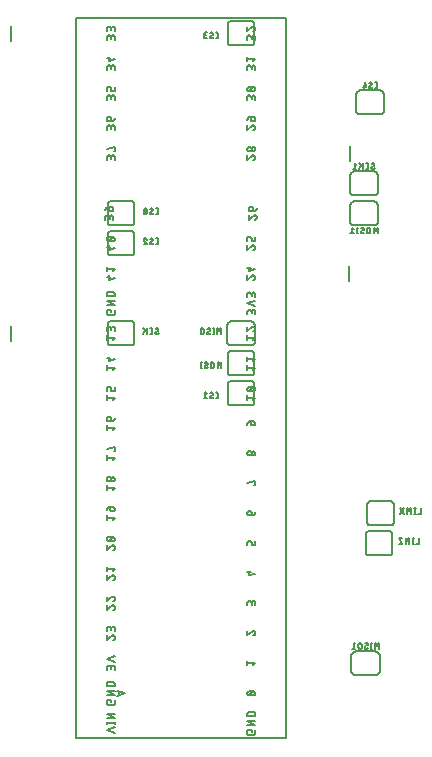
<source format=gbr>
G04 EAGLE Gerber RS-274X export*
G75*
%MOMM*%
%FSLAX34Y34*%
%LPD*%
%INSilkscreen Bottom*%
%IPPOS*%
%AMOC8*
5,1,8,0,0,1.08239X$1,22.5*%
G01*
G04 Define Apertures*
%ADD10C,0.203200*%
%ADD11C,0.127000*%
%ADD12C,0.152400*%
D10*
X-143510Y628650D02*
X-143510Y615950D01*
X142240Y425450D02*
X142240Y412750D01*
X143510Y514350D02*
X143510Y527050D01*
X-143510Y374650D02*
X-143510Y361950D01*
D11*
X-88900Y635000D02*
X-88900Y25400D01*
X88900Y25400D02*
X88900Y635000D01*
X-88900Y635000D01*
X-88900Y25400D02*
X88900Y25400D01*
X-56007Y30030D02*
X-62865Y32316D01*
X-56007Y34602D01*
X-56007Y38169D02*
X-62865Y38169D01*
X-62865Y37407D02*
X-62865Y38931D01*
X-56007Y38931D02*
X-56007Y37407D01*
X-56007Y42360D02*
X-62865Y42360D01*
X-62865Y46170D02*
X-56007Y42360D01*
X-56007Y46170D02*
X-62865Y46170D01*
X-56007Y187033D02*
X-56009Y187115D01*
X-56015Y187196D01*
X-56024Y187277D01*
X-56038Y187358D01*
X-56055Y187437D01*
X-56076Y187516D01*
X-56101Y187594D01*
X-56130Y187670D01*
X-56162Y187745D01*
X-56198Y187819D01*
X-56237Y187891D01*
X-56279Y187960D01*
X-56325Y188028D01*
X-56374Y188093D01*
X-56426Y188156D01*
X-56481Y188216D01*
X-56539Y188274D01*
X-56599Y188329D01*
X-56662Y188381D01*
X-56727Y188430D01*
X-56795Y188476D01*
X-56865Y188518D01*
X-56936Y188557D01*
X-57010Y188593D01*
X-57085Y188625D01*
X-57161Y188654D01*
X-57239Y188679D01*
X-57318Y188700D01*
X-57397Y188717D01*
X-57478Y188731D01*
X-57559Y188740D01*
X-57640Y188746D01*
X-57722Y188748D01*
X-56007Y187033D02*
X-56009Y186941D01*
X-56015Y186849D01*
X-56024Y186757D01*
X-56038Y186665D01*
X-56055Y186575D01*
X-56076Y186485D01*
X-56101Y186396D01*
X-56130Y186308D01*
X-56162Y186221D01*
X-56198Y186136D01*
X-56237Y186053D01*
X-56280Y185971D01*
X-56326Y185891D01*
X-56376Y185813D01*
X-56428Y185737D01*
X-56484Y185664D01*
X-56543Y185593D01*
X-56605Y185524D01*
X-56670Y185458D01*
X-56737Y185395D01*
X-56807Y185335D01*
X-56879Y185277D01*
X-56954Y185223D01*
X-57031Y185172D01*
X-57110Y185124D01*
X-57191Y185080D01*
X-57274Y185039D01*
X-57358Y185001D01*
X-57444Y184967D01*
X-57531Y184937D01*
X-59056Y188176D02*
X-58997Y188235D01*
X-58936Y188291D01*
X-58873Y188344D01*
X-58807Y188395D01*
X-58739Y188442D01*
X-58669Y188486D01*
X-58597Y188527D01*
X-58523Y188565D01*
X-58448Y188599D01*
X-58371Y188630D01*
X-58293Y188657D01*
X-58213Y188681D01*
X-58133Y188702D01*
X-58052Y188718D01*
X-57970Y188731D01*
X-57888Y188741D01*
X-57805Y188746D01*
X-57722Y188748D01*
X-59055Y188176D02*
X-62865Y184937D01*
X-62865Y188747D01*
X-59436Y192252D02*
X-59294Y192254D01*
X-59151Y192259D01*
X-59009Y192268D01*
X-58867Y192281D01*
X-58726Y192297D01*
X-58585Y192316D01*
X-58444Y192340D01*
X-58304Y192366D01*
X-58165Y192397D01*
X-58027Y192431D01*
X-57889Y192468D01*
X-57753Y192508D01*
X-57617Y192553D01*
X-57483Y192600D01*
X-57350Y192651D01*
X-57218Y192705D01*
X-57088Y192763D01*
X-56959Y192824D01*
X-56960Y192824D02*
X-56891Y192850D01*
X-56825Y192879D01*
X-56759Y192911D01*
X-56696Y192946D01*
X-56634Y192985D01*
X-56574Y193027D01*
X-56517Y193072D01*
X-56462Y193120D01*
X-56410Y193171D01*
X-56360Y193224D01*
X-56314Y193280D01*
X-56270Y193338D01*
X-56229Y193399D01*
X-56191Y193461D01*
X-56157Y193525D01*
X-56126Y193591D01*
X-56098Y193659D01*
X-56074Y193728D01*
X-56054Y193798D01*
X-56037Y193869D01*
X-56024Y193940D01*
X-56015Y194012D01*
X-56009Y194085D01*
X-56007Y194158D01*
X-56009Y194231D01*
X-56015Y194304D01*
X-56024Y194376D01*
X-56037Y194447D01*
X-56054Y194518D01*
X-56074Y194588D01*
X-56098Y194657D01*
X-56126Y194725D01*
X-56157Y194791D01*
X-56191Y194855D01*
X-56229Y194917D01*
X-56270Y194978D01*
X-56314Y195036D01*
X-56360Y195092D01*
X-56410Y195145D01*
X-56462Y195196D01*
X-56517Y195244D01*
X-56574Y195289D01*
X-56634Y195331D01*
X-56696Y195370D01*
X-56759Y195405D01*
X-56825Y195437D01*
X-56891Y195466D01*
X-56960Y195492D01*
X-56959Y195491D02*
X-57088Y195552D01*
X-57218Y195610D01*
X-57350Y195664D01*
X-57483Y195715D01*
X-57617Y195762D01*
X-57753Y195807D01*
X-57889Y195847D01*
X-58027Y195884D01*
X-58165Y195918D01*
X-58304Y195949D01*
X-58444Y195975D01*
X-58585Y195999D01*
X-58726Y196018D01*
X-58867Y196034D01*
X-59009Y196047D01*
X-59151Y196056D01*
X-59294Y196061D01*
X-59436Y196063D01*
X-59436Y192252D02*
X-59578Y192254D01*
X-59721Y192259D01*
X-59863Y192268D01*
X-60005Y192281D01*
X-60146Y192297D01*
X-60287Y192316D01*
X-60428Y192340D01*
X-60568Y192366D01*
X-60707Y192397D01*
X-60845Y192431D01*
X-60983Y192468D01*
X-61119Y192508D01*
X-61255Y192553D01*
X-61389Y192600D01*
X-61522Y192651D01*
X-61654Y192705D01*
X-61784Y192763D01*
X-61913Y192824D01*
X-61912Y192824D02*
X-61981Y192850D01*
X-62047Y192879D01*
X-62113Y192911D01*
X-62176Y192946D01*
X-62238Y192985D01*
X-62298Y193027D01*
X-62355Y193072D01*
X-62410Y193120D01*
X-62462Y193171D01*
X-62512Y193224D01*
X-62558Y193280D01*
X-62602Y193338D01*
X-62643Y193399D01*
X-62681Y193461D01*
X-62715Y193525D01*
X-62746Y193591D01*
X-62774Y193659D01*
X-62798Y193728D01*
X-62818Y193798D01*
X-62835Y193869D01*
X-62848Y193940D01*
X-62857Y194012D01*
X-62863Y194085D01*
X-62865Y194158D01*
X-61913Y195491D02*
X-61784Y195552D01*
X-61654Y195610D01*
X-61522Y195664D01*
X-61389Y195715D01*
X-61255Y195762D01*
X-61119Y195807D01*
X-60983Y195847D01*
X-60845Y195884D01*
X-60707Y195918D01*
X-60568Y195949D01*
X-60428Y195975D01*
X-60287Y195999D01*
X-60146Y196018D01*
X-60005Y196034D01*
X-59863Y196047D01*
X-59721Y196056D01*
X-59578Y196061D01*
X-59436Y196063D01*
X-61912Y195492D02*
X-61981Y195466D01*
X-62047Y195437D01*
X-62113Y195405D01*
X-62176Y195370D01*
X-62238Y195331D01*
X-62298Y195289D01*
X-62355Y195244D01*
X-62410Y195196D01*
X-62462Y195145D01*
X-62512Y195092D01*
X-62558Y195036D01*
X-62602Y194978D01*
X-62643Y194917D01*
X-62681Y194855D01*
X-62715Y194791D01*
X-62746Y194725D01*
X-62774Y194657D01*
X-62798Y194588D01*
X-62818Y194518D01*
X-62835Y194447D01*
X-62848Y194376D01*
X-62857Y194304D01*
X-62863Y194231D01*
X-62865Y194158D01*
X-61341Y192634D02*
X-57531Y195682D01*
X-57531Y210337D02*
X-56007Y212242D01*
X-62865Y212242D01*
X-62865Y210337D02*
X-62865Y214147D01*
X-59817Y219177D02*
X-59817Y221463D01*
X-59817Y219177D02*
X-59815Y219100D01*
X-59809Y219023D01*
X-59799Y218946D01*
X-59786Y218870D01*
X-59768Y218795D01*
X-59747Y218721D01*
X-59722Y218648D01*
X-59693Y218576D01*
X-59661Y218506D01*
X-59626Y218437D01*
X-59586Y218371D01*
X-59544Y218306D01*
X-59498Y218244D01*
X-59449Y218184D01*
X-59398Y218127D01*
X-59343Y218072D01*
X-59286Y218021D01*
X-59226Y217972D01*
X-59164Y217926D01*
X-59099Y217884D01*
X-59033Y217844D01*
X-58964Y217809D01*
X-58894Y217777D01*
X-58822Y217748D01*
X-58749Y217723D01*
X-58675Y217702D01*
X-58600Y217684D01*
X-58524Y217671D01*
X-58447Y217661D01*
X-58370Y217655D01*
X-58293Y217653D01*
X-57912Y217653D01*
X-57827Y217655D01*
X-57741Y217661D01*
X-57656Y217670D01*
X-57572Y217684D01*
X-57488Y217701D01*
X-57405Y217722D01*
X-57323Y217746D01*
X-57243Y217774D01*
X-57163Y217806D01*
X-57085Y217842D01*
X-57009Y217880D01*
X-56935Y217923D01*
X-56863Y217968D01*
X-56792Y218017D01*
X-56724Y218069D01*
X-56659Y218123D01*
X-56596Y218181D01*
X-56535Y218242D01*
X-56477Y218305D01*
X-56423Y218370D01*
X-56371Y218438D01*
X-56322Y218509D01*
X-56277Y218581D01*
X-56234Y218655D01*
X-56196Y218731D01*
X-56160Y218809D01*
X-56128Y218889D01*
X-56100Y218969D01*
X-56076Y219051D01*
X-56055Y219134D01*
X-56038Y219218D01*
X-56024Y219302D01*
X-56015Y219387D01*
X-56009Y219473D01*
X-56007Y219558D01*
X-56009Y219643D01*
X-56015Y219729D01*
X-56024Y219814D01*
X-56038Y219898D01*
X-56055Y219982D01*
X-56076Y220065D01*
X-56100Y220147D01*
X-56128Y220227D01*
X-56160Y220307D01*
X-56196Y220385D01*
X-56234Y220461D01*
X-56277Y220535D01*
X-56322Y220607D01*
X-56371Y220678D01*
X-56423Y220746D01*
X-56477Y220811D01*
X-56535Y220874D01*
X-56596Y220935D01*
X-56659Y220993D01*
X-56724Y221047D01*
X-56792Y221099D01*
X-56863Y221148D01*
X-56935Y221193D01*
X-57009Y221236D01*
X-57085Y221274D01*
X-57163Y221310D01*
X-57243Y221342D01*
X-57323Y221370D01*
X-57405Y221394D01*
X-57488Y221415D01*
X-57572Y221432D01*
X-57656Y221446D01*
X-57741Y221455D01*
X-57827Y221461D01*
X-57912Y221463D01*
X-59817Y221463D01*
X-59926Y221461D01*
X-60034Y221455D01*
X-60143Y221446D01*
X-60251Y221432D01*
X-60358Y221415D01*
X-60465Y221393D01*
X-60571Y221368D01*
X-60676Y221340D01*
X-60780Y221307D01*
X-60882Y221271D01*
X-60983Y221231D01*
X-61083Y221188D01*
X-61181Y221141D01*
X-61278Y221090D01*
X-61372Y221036D01*
X-61465Y220979D01*
X-61555Y220919D01*
X-61644Y220855D01*
X-61730Y220788D01*
X-61813Y220719D01*
X-61894Y220646D01*
X-61972Y220570D01*
X-62048Y220492D01*
X-62121Y220411D01*
X-62190Y220328D01*
X-62257Y220242D01*
X-62321Y220153D01*
X-62381Y220063D01*
X-62438Y219970D01*
X-62492Y219876D01*
X-62543Y219779D01*
X-62590Y219681D01*
X-62633Y219581D01*
X-62673Y219480D01*
X-62709Y219378D01*
X-62742Y219274D01*
X-62770Y219169D01*
X-62795Y219063D01*
X-62817Y218956D01*
X-62834Y218849D01*
X-62848Y218741D01*
X-62857Y218632D01*
X-62863Y218524D01*
X-62865Y218415D01*
X-57531Y235737D02*
X-56007Y237642D01*
X-62865Y237642D01*
X-62865Y235737D02*
X-62865Y239547D01*
X-60960Y243053D02*
X-60875Y243055D01*
X-60789Y243061D01*
X-60704Y243070D01*
X-60620Y243084D01*
X-60536Y243101D01*
X-60453Y243122D01*
X-60371Y243146D01*
X-60291Y243174D01*
X-60211Y243206D01*
X-60133Y243242D01*
X-60057Y243280D01*
X-59983Y243323D01*
X-59911Y243368D01*
X-59840Y243417D01*
X-59772Y243469D01*
X-59707Y243523D01*
X-59644Y243581D01*
X-59583Y243642D01*
X-59525Y243705D01*
X-59471Y243770D01*
X-59419Y243838D01*
X-59370Y243909D01*
X-59325Y243981D01*
X-59282Y244055D01*
X-59244Y244131D01*
X-59208Y244209D01*
X-59176Y244289D01*
X-59148Y244369D01*
X-59124Y244451D01*
X-59103Y244534D01*
X-59086Y244618D01*
X-59072Y244702D01*
X-59063Y244787D01*
X-59057Y244873D01*
X-59055Y244958D01*
X-59057Y245043D01*
X-59063Y245129D01*
X-59072Y245214D01*
X-59086Y245298D01*
X-59103Y245382D01*
X-59124Y245465D01*
X-59148Y245547D01*
X-59176Y245627D01*
X-59208Y245707D01*
X-59244Y245785D01*
X-59282Y245861D01*
X-59325Y245935D01*
X-59370Y246007D01*
X-59419Y246078D01*
X-59471Y246146D01*
X-59525Y246211D01*
X-59583Y246274D01*
X-59644Y246335D01*
X-59707Y246393D01*
X-59772Y246447D01*
X-59840Y246499D01*
X-59911Y246548D01*
X-59983Y246593D01*
X-60057Y246636D01*
X-60133Y246674D01*
X-60211Y246710D01*
X-60291Y246742D01*
X-60371Y246770D01*
X-60453Y246794D01*
X-60536Y246815D01*
X-60620Y246832D01*
X-60704Y246846D01*
X-60789Y246855D01*
X-60875Y246861D01*
X-60960Y246863D01*
X-61045Y246861D01*
X-61131Y246855D01*
X-61216Y246846D01*
X-61300Y246832D01*
X-61384Y246815D01*
X-61467Y246794D01*
X-61549Y246770D01*
X-61629Y246742D01*
X-61709Y246710D01*
X-61787Y246674D01*
X-61863Y246636D01*
X-61937Y246593D01*
X-62009Y246548D01*
X-62080Y246499D01*
X-62148Y246447D01*
X-62213Y246393D01*
X-62276Y246335D01*
X-62337Y246274D01*
X-62395Y246211D01*
X-62449Y246146D01*
X-62501Y246078D01*
X-62550Y246007D01*
X-62595Y245935D01*
X-62638Y245861D01*
X-62676Y245785D01*
X-62712Y245707D01*
X-62744Y245627D01*
X-62772Y245547D01*
X-62796Y245465D01*
X-62817Y245382D01*
X-62834Y245298D01*
X-62848Y245214D01*
X-62857Y245129D01*
X-62863Y245043D01*
X-62865Y244958D01*
X-62863Y244873D01*
X-62857Y244787D01*
X-62848Y244702D01*
X-62834Y244618D01*
X-62817Y244534D01*
X-62796Y244451D01*
X-62772Y244369D01*
X-62744Y244289D01*
X-62712Y244209D01*
X-62676Y244131D01*
X-62638Y244055D01*
X-62595Y243981D01*
X-62550Y243909D01*
X-62501Y243838D01*
X-62449Y243770D01*
X-62395Y243705D01*
X-62337Y243642D01*
X-62276Y243581D01*
X-62213Y243523D01*
X-62148Y243469D01*
X-62080Y243417D01*
X-62009Y243368D01*
X-61937Y243323D01*
X-61863Y243280D01*
X-61787Y243242D01*
X-61709Y243206D01*
X-61629Y243174D01*
X-61549Y243146D01*
X-61467Y243122D01*
X-61384Y243101D01*
X-61300Y243084D01*
X-61216Y243070D01*
X-61131Y243061D01*
X-61045Y243055D01*
X-60960Y243053D01*
X-57531Y243434D02*
X-57454Y243436D01*
X-57377Y243442D01*
X-57300Y243452D01*
X-57224Y243465D01*
X-57149Y243483D01*
X-57075Y243504D01*
X-57002Y243529D01*
X-56930Y243558D01*
X-56860Y243590D01*
X-56791Y243625D01*
X-56725Y243665D01*
X-56660Y243707D01*
X-56598Y243753D01*
X-56538Y243802D01*
X-56481Y243853D01*
X-56426Y243908D01*
X-56375Y243965D01*
X-56326Y244025D01*
X-56280Y244087D01*
X-56238Y244152D01*
X-56198Y244218D01*
X-56163Y244287D01*
X-56131Y244357D01*
X-56102Y244429D01*
X-56077Y244502D01*
X-56056Y244576D01*
X-56038Y244651D01*
X-56025Y244727D01*
X-56015Y244804D01*
X-56009Y244881D01*
X-56007Y244958D01*
X-56009Y245035D01*
X-56015Y245112D01*
X-56025Y245189D01*
X-56038Y245265D01*
X-56056Y245340D01*
X-56077Y245414D01*
X-56102Y245487D01*
X-56131Y245559D01*
X-56163Y245629D01*
X-56198Y245698D01*
X-56238Y245764D01*
X-56280Y245829D01*
X-56326Y245891D01*
X-56375Y245951D01*
X-56426Y246008D01*
X-56481Y246063D01*
X-56538Y246114D01*
X-56598Y246163D01*
X-56660Y246209D01*
X-56725Y246251D01*
X-56791Y246291D01*
X-56860Y246326D01*
X-56930Y246358D01*
X-57002Y246387D01*
X-57075Y246412D01*
X-57149Y246433D01*
X-57224Y246451D01*
X-57300Y246464D01*
X-57377Y246474D01*
X-57454Y246480D01*
X-57531Y246482D01*
X-57608Y246480D01*
X-57685Y246474D01*
X-57762Y246464D01*
X-57838Y246451D01*
X-57913Y246433D01*
X-57987Y246412D01*
X-58060Y246387D01*
X-58132Y246358D01*
X-58202Y246326D01*
X-58271Y246291D01*
X-58337Y246251D01*
X-58402Y246209D01*
X-58464Y246163D01*
X-58524Y246114D01*
X-58581Y246063D01*
X-58636Y246008D01*
X-58687Y245951D01*
X-58736Y245891D01*
X-58782Y245829D01*
X-58824Y245764D01*
X-58864Y245698D01*
X-58899Y245629D01*
X-58931Y245559D01*
X-58960Y245487D01*
X-58985Y245414D01*
X-59006Y245340D01*
X-59024Y245265D01*
X-59037Y245189D01*
X-59047Y245112D01*
X-59053Y245035D01*
X-59055Y244958D01*
X-59053Y244881D01*
X-59047Y244804D01*
X-59037Y244727D01*
X-59024Y244651D01*
X-59006Y244576D01*
X-58985Y244502D01*
X-58960Y244429D01*
X-58931Y244357D01*
X-58899Y244287D01*
X-58864Y244218D01*
X-58824Y244152D01*
X-58782Y244087D01*
X-58736Y244025D01*
X-58687Y243965D01*
X-58636Y243908D01*
X-58581Y243853D01*
X-58524Y243802D01*
X-58464Y243753D01*
X-58402Y243707D01*
X-58337Y243665D01*
X-58271Y243625D01*
X-58202Y243590D01*
X-58132Y243558D01*
X-58060Y243529D01*
X-57987Y243504D01*
X-57913Y243483D01*
X-57838Y243465D01*
X-57762Y243452D01*
X-57685Y243442D01*
X-57608Y243436D01*
X-57531Y243434D01*
X-57531Y261137D02*
X-56007Y263042D01*
X-62865Y263042D01*
X-62865Y261137D02*
X-62865Y264947D01*
X-56769Y268453D02*
X-56007Y268453D01*
X-56007Y272263D01*
X-62865Y270358D01*
X-57531Y286537D02*
X-56007Y288442D01*
X-62865Y288442D01*
X-62865Y286537D02*
X-62865Y290347D01*
X-59055Y293853D02*
X-59055Y296139D01*
X-59057Y296216D01*
X-59063Y296293D01*
X-59073Y296370D01*
X-59086Y296446D01*
X-59104Y296521D01*
X-59125Y296595D01*
X-59150Y296668D01*
X-59179Y296740D01*
X-59211Y296810D01*
X-59246Y296879D01*
X-59286Y296945D01*
X-59328Y297010D01*
X-59374Y297072D01*
X-59423Y297132D01*
X-59474Y297189D01*
X-59529Y297244D01*
X-59586Y297295D01*
X-59646Y297344D01*
X-59708Y297390D01*
X-59773Y297432D01*
X-59839Y297472D01*
X-59908Y297507D01*
X-59978Y297539D01*
X-60050Y297568D01*
X-60123Y297593D01*
X-60197Y297614D01*
X-60272Y297632D01*
X-60348Y297645D01*
X-60425Y297655D01*
X-60502Y297661D01*
X-60579Y297663D01*
X-60960Y297663D01*
X-61045Y297661D01*
X-61131Y297655D01*
X-61216Y297646D01*
X-61300Y297632D01*
X-61384Y297615D01*
X-61467Y297594D01*
X-61549Y297570D01*
X-61629Y297542D01*
X-61709Y297510D01*
X-61787Y297474D01*
X-61863Y297436D01*
X-61937Y297393D01*
X-62009Y297348D01*
X-62080Y297299D01*
X-62148Y297247D01*
X-62213Y297193D01*
X-62276Y297135D01*
X-62337Y297074D01*
X-62395Y297011D01*
X-62449Y296946D01*
X-62501Y296878D01*
X-62550Y296807D01*
X-62595Y296735D01*
X-62638Y296661D01*
X-62676Y296585D01*
X-62712Y296507D01*
X-62744Y296427D01*
X-62772Y296347D01*
X-62796Y296265D01*
X-62817Y296182D01*
X-62834Y296098D01*
X-62848Y296014D01*
X-62857Y295929D01*
X-62863Y295843D01*
X-62865Y295758D01*
X-62863Y295673D01*
X-62857Y295587D01*
X-62848Y295502D01*
X-62834Y295418D01*
X-62817Y295334D01*
X-62796Y295251D01*
X-62772Y295169D01*
X-62744Y295089D01*
X-62712Y295009D01*
X-62676Y294931D01*
X-62638Y294855D01*
X-62595Y294781D01*
X-62550Y294709D01*
X-62501Y294638D01*
X-62449Y294570D01*
X-62395Y294505D01*
X-62337Y294442D01*
X-62276Y294381D01*
X-62213Y294323D01*
X-62148Y294269D01*
X-62080Y294217D01*
X-62009Y294168D01*
X-61937Y294123D01*
X-61863Y294080D01*
X-61787Y294042D01*
X-61709Y294006D01*
X-61629Y293974D01*
X-61549Y293946D01*
X-61467Y293922D01*
X-61384Y293901D01*
X-61300Y293884D01*
X-61216Y293870D01*
X-61131Y293861D01*
X-61045Y293855D01*
X-60960Y293853D01*
X-59055Y293853D01*
X-58946Y293855D01*
X-58838Y293861D01*
X-58729Y293870D01*
X-58621Y293884D01*
X-58514Y293901D01*
X-58407Y293923D01*
X-58301Y293948D01*
X-58196Y293976D01*
X-58092Y294009D01*
X-57990Y294045D01*
X-57889Y294085D01*
X-57789Y294128D01*
X-57691Y294175D01*
X-57594Y294226D01*
X-57500Y294280D01*
X-57407Y294337D01*
X-57317Y294397D01*
X-57228Y294461D01*
X-57142Y294528D01*
X-57059Y294597D01*
X-56978Y294670D01*
X-56900Y294746D01*
X-56824Y294824D01*
X-56751Y294905D01*
X-56682Y294988D01*
X-56615Y295074D01*
X-56551Y295163D01*
X-56491Y295253D01*
X-56434Y295346D01*
X-56380Y295440D01*
X-56329Y295537D01*
X-56282Y295635D01*
X-56239Y295735D01*
X-56199Y295836D01*
X-56163Y295938D01*
X-56130Y296042D01*
X-56102Y296147D01*
X-56077Y296253D01*
X-56055Y296360D01*
X-56038Y296467D01*
X-56024Y296575D01*
X-56015Y296684D01*
X-56009Y296792D01*
X-56007Y296901D01*
X-57531Y311937D02*
X-56007Y313842D01*
X-62865Y313842D01*
X-62865Y311937D02*
X-62865Y315747D01*
X-62865Y319253D02*
X-62865Y321539D01*
X-62863Y321616D01*
X-62857Y321693D01*
X-62847Y321770D01*
X-62834Y321846D01*
X-62816Y321921D01*
X-62795Y321995D01*
X-62770Y322068D01*
X-62741Y322140D01*
X-62709Y322210D01*
X-62674Y322279D01*
X-62634Y322345D01*
X-62592Y322410D01*
X-62546Y322472D01*
X-62497Y322532D01*
X-62446Y322589D01*
X-62391Y322644D01*
X-62334Y322695D01*
X-62274Y322744D01*
X-62212Y322790D01*
X-62147Y322832D01*
X-62081Y322872D01*
X-62012Y322907D01*
X-61942Y322939D01*
X-61870Y322968D01*
X-61797Y322993D01*
X-61723Y323014D01*
X-61648Y323032D01*
X-61572Y323045D01*
X-61495Y323055D01*
X-61418Y323061D01*
X-61341Y323063D01*
X-60579Y323063D01*
X-60502Y323061D01*
X-60425Y323055D01*
X-60348Y323045D01*
X-60272Y323032D01*
X-60197Y323014D01*
X-60123Y322993D01*
X-60050Y322968D01*
X-59978Y322939D01*
X-59908Y322907D01*
X-59839Y322872D01*
X-59773Y322832D01*
X-59708Y322790D01*
X-59646Y322744D01*
X-59586Y322695D01*
X-59529Y322644D01*
X-59474Y322589D01*
X-59423Y322532D01*
X-59374Y322472D01*
X-59328Y322410D01*
X-59286Y322345D01*
X-59246Y322279D01*
X-59211Y322210D01*
X-59179Y322140D01*
X-59150Y322068D01*
X-59125Y321995D01*
X-59104Y321921D01*
X-59086Y321846D01*
X-59073Y321770D01*
X-59063Y321693D01*
X-59057Y321616D01*
X-59055Y321539D01*
X-59055Y319253D01*
X-56007Y319253D01*
X-56007Y323063D01*
X-57531Y337337D02*
X-56007Y339242D01*
X-62865Y339242D01*
X-62865Y337337D02*
X-62865Y341147D01*
X-61341Y344653D02*
X-56007Y346177D01*
X-61341Y344653D02*
X-61341Y348463D01*
X-59817Y347320D02*
X-62865Y347320D01*
X61341Y337337D02*
X62865Y339242D01*
X56007Y339242D01*
X56007Y337337D02*
X56007Y341147D01*
X61341Y344653D02*
X62865Y346558D01*
X56007Y346558D01*
X56007Y344653D02*
X56007Y348463D01*
X62865Y313842D02*
X61341Y311937D01*
X62865Y313842D02*
X56007Y313842D01*
X56007Y311937D02*
X56007Y315747D01*
X59436Y319252D02*
X59578Y319254D01*
X59721Y319259D01*
X59863Y319268D01*
X60005Y319281D01*
X60146Y319297D01*
X60287Y319316D01*
X60428Y319340D01*
X60568Y319366D01*
X60707Y319397D01*
X60845Y319431D01*
X60983Y319468D01*
X61119Y319508D01*
X61255Y319553D01*
X61389Y319600D01*
X61522Y319651D01*
X61654Y319705D01*
X61784Y319763D01*
X61913Y319824D01*
X61912Y319824D02*
X61981Y319850D01*
X62047Y319879D01*
X62113Y319911D01*
X62176Y319946D01*
X62238Y319985D01*
X62298Y320027D01*
X62355Y320072D01*
X62410Y320120D01*
X62462Y320171D01*
X62512Y320224D01*
X62558Y320280D01*
X62602Y320338D01*
X62643Y320399D01*
X62681Y320461D01*
X62715Y320525D01*
X62746Y320591D01*
X62774Y320659D01*
X62798Y320728D01*
X62818Y320798D01*
X62835Y320869D01*
X62848Y320940D01*
X62857Y321012D01*
X62863Y321085D01*
X62865Y321158D01*
X62863Y321231D01*
X62857Y321304D01*
X62848Y321376D01*
X62835Y321447D01*
X62818Y321518D01*
X62798Y321588D01*
X62774Y321657D01*
X62746Y321725D01*
X62715Y321791D01*
X62681Y321855D01*
X62643Y321917D01*
X62602Y321978D01*
X62558Y322036D01*
X62512Y322092D01*
X62462Y322145D01*
X62410Y322196D01*
X62355Y322244D01*
X62298Y322289D01*
X62238Y322331D01*
X62176Y322370D01*
X62113Y322405D01*
X62047Y322437D01*
X61981Y322466D01*
X61912Y322492D01*
X61913Y322491D02*
X61784Y322552D01*
X61654Y322610D01*
X61522Y322664D01*
X61389Y322715D01*
X61255Y322762D01*
X61119Y322807D01*
X60983Y322847D01*
X60845Y322884D01*
X60707Y322918D01*
X60568Y322949D01*
X60428Y322975D01*
X60287Y322999D01*
X60146Y323018D01*
X60005Y323034D01*
X59863Y323047D01*
X59721Y323056D01*
X59578Y323061D01*
X59436Y323063D01*
X59436Y319252D02*
X59294Y319254D01*
X59151Y319259D01*
X59009Y319268D01*
X58867Y319281D01*
X58726Y319297D01*
X58585Y319316D01*
X58444Y319340D01*
X58304Y319366D01*
X58165Y319397D01*
X58027Y319431D01*
X57889Y319468D01*
X57753Y319508D01*
X57617Y319553D01*
X57483Y319600D01*
X57350Y319651D01*
X57218Y319705D01*
X57088Y319763D01*
X56959Y319824D01*
X56960Y319824D02*
X56891Y319850D01*
X56825Y319879D01*
X56759Y319911D01*
X56696Y319946D01*
X56634Y319985D01*
X56574Y320027D01*
X56517Y320072D01*
X56462Y320120D01*
X56410Y320171D01*
X56360Y320224D01*
X56314Y320280D01*
X56270Y320338D01*
X56229Y320399D01*
X56191Y320461D01*
X56157Y320525D01*
X56126Y320591D01*
X56098Y320659D01*
X56074Y320728D01*
X56054Y320798D01*
X56037Y320869D01*
X56024Y320940D01*
X56015Y321012D01*
X56009Y321085D01*
X56007Y321158D01*
X56959Y322491D02*
X57088Y322552D01*
X57218Y322610D01*
X57350Y322664D01*
X57483Y322715D01*
X57617Y322762D01*
X57753Y322807D01*
X57889Y322847D01*
X58027Y322884D01*
X58165Y322918D01*
X58304Y322949D01*
X58444Y322975D01*
X58585Y322999D01*
X58726Y323018D01*
X58867Y323034D01*
X59009Y323047D01*
X59151Y323056D01*
X59294Y323061D01*
X59436Y323063D01*
X56960Y322492D02*
X56891Y322466D01*
X56825Y322437D01*
X56759Y322405D01*
X56696Y322370D01*
X56634Y322331D01*
X56574Y322289D01*
X56517Y322244D01*
X56462Y322196D01*
X56410Y322145D01*
X56360Y322092D01*
X56314Y322036D01*
X56270Y321978D01*
X56229Y321917D01*
X56191Y321855D01*
X56157Y321791D01*
X56126Y321725D01*
X56098Y321657D01*
X56074Y321588D01*
X56054Y321518D01*
X56037Y321447D01*
X56024Y321376D01*
X56015Y321304D01*
X56009Y321231D01*
X56007Y321158D01*
X57531Y319634D02*
X61341Y322682D01*
X59055Y294005D02*
X59055Y291719D01*
X59057Y291642D01*
X59063Y291565D01*
X59073Y291488D01*
X59086Y291412D01*
X59104Y291337D01*
X59125Y291263D01*
X59150Y291190D01*
X59179Y291118D01*
X59211Y291048D01*
X59246Y290979D01*
X59286Y290913D01*
X59328Y290848D01*
X59374Y290786D01*
X59423Y290726D01*
X59474Y290669D01*
X59529Y290614D01*
X59586Y290563D01*
X59646Y290514D01*
X59708Y290468D01*
X59773Y290426D01*
X59839Y290386D01*
X59908Y290351D01*
X59978Y290319D01*
X60050Y290290D01*
X60123Y290265D01*
X60197Y290244D01*
X60272Y290226D01*
X60348Y290213D01*
X60425Y290203D01*
X60502Y290197D01*
X60579Y290195D01*
X60960Y290195D01*
X61045Y290197D01*
X61131Y290203D01*
X61216Y290212D01*
X61300Y290226D01*
X61384Y290243D01*
X61467Y290264D01*
X61549Y290288D01*
X61629Y290316D01*
X61709Y290348D01*
X61787Y290384D01*
X61863Y290422D01*
X61937Y290465D01*
X62009Y290510D01*
X62080Y290559D01*
X62148Y290611D01*
X62213Y290665D01*
X62276Y290723D01*
X62337Y290784D01*
X62395Y290847D01*
X62449Y290912D01*
X62501Y290980D01*
X62550Y291051D01*
X62595Y291123D01*
X62638Y291197D01*
X62676Y291273D01*
X62712Y291351D01*
X62744Y291431D01*
X62772Y291511D01*
X62796Y291593D01*
X62817Y291676D01*
X62834Y291760D01*
X62848Y291844D01*
X62857Y291929D01*
X62863Y292015D01*
X62865Y292100D01*
X62863Y292185D01*
X62857Y292271D01*
X62848Y292356D01*
X62834Y292440D01*
X62817Y292524D01*
X62796Y292607D01*
X62772Y292689D01*
X62744Y292769D01*
X62712Y292849D01*
X62676Y292927D01*
X62638Y293003D01*
X62595Y293077D01*
X62550Y293149D01*
X62501Y293220D01*
X62449Y293288D01*
X62395Y293353D01*
X62337Y293416D01*
X62276Y293477D01*
X62213Y293535D01*
X62148Y293589D01*
X62080Y293641D01*
X62009Y293690D01*
X61937Y293735D01*
X61863Y293778D01*
X61787Y293816D01*
X61709Y293852D01*
X61629Y293884D01*
X61549Y293912D01*
X61467Y293936D01*
X61384Y293957D01*
X61300Y293974D01*
X61216Y293988D01*
X61131Y293997D01*
X61045Y294003D01*
X60960Y294005D01*
X59055Y294005D01*
X58946Y294003D01*
X58838Y293997D01*
X58729Y293988D01*
X58621Y293974D01*
X58514Y293957D01*
X58407Y293935D01*
X58301Y293910D01*
X58196Y293882D01*
X58092Y293849D01*
X57990Y293813D01*
X57889Y293773D01*
X57789Y293730D01*
X57691Y293683D01*
X57594Y293632D01*
X57500Y293578D01*
X57407Y293521D01*
X57317Y293461D01*
X57228Y293397D01*
X57142Y293330D01*
X57059Y293261D01*
X56978Y293188D01*
X56900Y293112D01*
X56824Y293034D01*
X56751Y292953D01*
X56682Y292870D01*
X56615Y292784D01*
X56551Y292695D01*
X56491Y292605D01*
X56434Y292512D01*
X56380Y292418D01*
X56329Y292321D01*
X56282Y292223D01*
X56239Y292123D01*
X56199Y292022D01*
X56163Y291920D01*
X56130Y291816D01*
X56102Y291711D01*
X56077Y291605D01*
X56055Y291498D01*
X56038Y291391D01*
X56024Y291283D01*
X56015Y291174D01*
X56009Y291066D01*
X56007Y290957D01*
X57912Y268605D02*
X57997Y268603D01*
X58083Y268597D01*
X58168Y268588D01*
X58252Y268574D01*
X58336Y268557D01*
X58419Y268536D01*
X58501Y268512D01*
X58581Y268484D01*
X58661Y268452D01*
X58739Y268416D01*
X58815Y268378D01*
X58889Y268335D01*
X58961Y268290D01*
X59032Y268241D01*
X59100Y268189D01*
X59165Y268135D01*
X59228Y268077D01*
X59289Y268016D01*
X59347Y267953D01*
X59401Y267888D01*
X59453Y267820D01*
X59502Y267749D01*
X59547Y267677D01*
X59590Y267603D01*
X59628Y267527D01*
X59664Y267449D01*
X59696Y267369D01*
X59724Y267289D01*
X59748Y267207D01*
X59769Y267124D01*
X59786Y267040D01*
X59800Y266956D01*
X59809Y266871D01*
X59815Y266785D01*
X59817Y266700D01*
X59815Y266615D01*
X59809Y266529D01*
X59800Y266444D01*
X59786Y266360D01*
X59769Y266276D01*
X59748Y266193D01*
X59724Y266111D01*
X59696Y266031D01*
X59664Y265951D01*
X59628Y265873D01*
X59590Y265797D01*
X59547Y265723D01*
X59502Y265651D01*
X59453Y265580D01*
X59401Y265512D01*
X59347Y265447D01*
X59289Y265384D01*
X59228Y265323D01*
X59165Y265265D01*
X59100Y265211D01*
X59032Y265159D01*
X58961Y265110D01*
X58889Y265065D01*
X58815Y265022D01*
X58739Y264984D01*
X58661Y264948D01*
X58581Y264916D01*
X58501Y264888D01*
X58419Y264864D01*
X58336Y264843D01*
X58252Y264826D01*
X58168Y264812D01*
X58083Y264803D01*
X57997Y264797D01*
X57912Y264795D01*
X57827Y264797D01*
X57741Y264803D01*
X57656Y264812D01*
X57572Y264826D01*
X57488Y264843D01*
X57405Y264864D01*
X57323Y264888D01*
X57243Y264916D01*
X57163Y264948D01*
X57085Y264984D01*
X57009Y265022D01*
X56935Y265065D01*
X56863Y265110D01*
X56792Y265159D01*
X56724Y265211D01*
X56659Y265265D01*
X56596Y265323D01*
X56535Y265384D01*
X56477Y265447D01*
X56423Y265512D01*
X56371Y265580D01*
X56322Y265651D01*
X56277Y265723D01*
X56234Y265797D01*
X56196Y265873D01*
X56160Y265951D01*
X56128Y266031D01*
X56100Y266111D01*
X56076Y266193D01*
X56055Y266276D01*
X56038Y266360D01*
X56024Y266444D01*
X56015Y266529D01*
X56009Y266615D01*
X56007Y266700D01*
X56009Y266785D01*
X56015Y266871D01*
X56024Y266956D01*
X56038Y267040D01*
X56055Y267124D01*
X56076Y267207D01*
X56100Y267289D01*
X56128Y267369D01*
X56160Y267449D01*
X56196Y267527D01*
X56234Y267603D01*
X56277Y267677D01*
X56322Y267749D01*
X56371Y267820D01*
X56423Y267888D01*
X56477Y267953D01*
X56535Y268016D01*
X56596Y268077D01*
X56659Y268135D01*
X56724Y268189D01*
X56792Y268241D01*
X56863Y268290D01*
X56935Y268335D01*
X57009Y268378D01*
X57085Y268416D01*
X57163Y268452D01*
X57243Y268484D01*
X57323Y268512D01*
X57405Y268536D01*
X57488Y268557D01*
X57572Y268574D01*
X57656Y268588D01*
X57741Y268597D01*
X57827Y268603D01*
X57912Y268605D01*
X61341Y268224D02*
X61418Y268222D01*
X61495Y268216D01*
X61572Y268206D01*
X61648Y268193D01*
X61723Y268175D01*
X61797Y268154D01*
X61870Y268129D01*
X61942Y268100D01*
X62012Y268068D01*
X62081Y268033D01*
X62147Y267993D01*
X62212Y267951D01*
X62274Y267905D01*
X62334Y267856D01*
X62391Y267805D01*
X62446Y267750D01*
X62497Y267693D01*
X62546Y267633D01*
X62592Y267571D01*
X62634Y267506D01*
X62674Y267440D01*
X62709Y267371D01*
X62741Y267301D01*
X62770Y267229D01*
X62795Y267156D01*
X62816Y267082D01*
X62834Y267007D01*
X62847Y266931D01*
X62857Y266854D01*
X62863Y266777D01*
X62865Y266700D01*
X62863Y266623D01*
X62857Y266546D01*
X62847Y266469D01*
X62834Y266393D01*
X62816Y266318D01*
X62795Y266244D01*
X62770Y266171D01*
X62741Y266099D01*
X62709Y266029D01*
X62674Y265960D01*
X62634Y265894D01*
X62592Y265829D01*
X62546Y265767D01*
X62497Y265707D01*
X62446Y265650D01*
X62391Y265595D01*
X62334Y265544D01*
X62274Y265495D01*
X62212Y265449D01*
X62147Y265407D01*
X62081Y265367D01*
X62012Y265332D01*
X61942Y265300D01*
X61870Y265271D01*
X61797Y265246D01*
X61723Y265225D01*
X61648Y265207D01*
X61572Y265194D01*
X61495Y265184D01*
X61418Y265178D01*
X61341Y265176D01*
X61264Y265178D01*
X61187Y265184D01*
X61110Y265194D01*
X61034Y265207D01*
X60959Y265225D01*
X60885Y265246D01*
X60812Y265271D01*
X60740Y265300D01*
X60670Y265332D01*
X60601Y265367D01*
X60535Y265407D01*
X60470Y265449D01*
X60408Y265495D01*
X60348Y265544D01*
X60291Y265595D01*
X60236Y265650D01*
X60185Y265707D01*
X60136Y265767D01*
X60090Y265829D01*
X60048Y265894D01*
X60008Y265960D01*
X59973Y266029D01*
X59941Y266099D01*
X59912Y266171D01*
X59887Y266244D01*
X59866Y266318D01*
X59848Y266393D01*
X59835Y266469D01*
X59825Y266546D01*
X59819Y266623D01*
X59817Y266700D01*
X59819Y266777D01*
X59825Y266854D01*
X59835Y266931D01*
X59848Y267007D01*
X59866Y267082D01*
X59887Y267156D01*
X59912Y267229D01*
X59941Y267301D01*
X59973Y267371D01*
X60008Y267440D01*
X60048Y267506D01*
X60090Y267571D01*
X60136Y267633D01*
X60185Y267693D01*
X60236Y267750D01*
X60291Y267805D01*
X60348Y267856D01*
X60408Y267905D01*
X60470Y267951D01*
X60535Y267993D01*
X60601Y268033D01*
X60670Y268068D01*
X60740Y268100D01*
X60812Y268129D01*
X60885Y268154D01*
X60959Y268175D01*
X61034Y268193D01*
X61110Y268206D01*
X61187Y268216D01*
X61264Y268222D01*
X61341Y268224D01*
X62103Y239395D02*
X62865Y239395D01*
X62865Y243205D01*
X56007Y241300D01*
X59817Y216281D02*
X59817Y213995D01*
X59817Y216281D02*
X59815Y216358D01*
X59809Y216435D01*
X59799Y216512D01*
X59786Y216588D01*
X59768Y216663D01*
X59747Y216737D01*
X59722Y216810D01*
X59693Y216882D01*
X59661Y216952D01*
X59626Y217021D01*
X59586Y217087D01*
X59544Y217152D01*
X59498Y217214D01*
X59449Y217274D01*
X59398Y217331D01*
X59343Y217386D01*
X59286Y217437D01*
X59226Y217486D01*
X59164Y217532D01*
X59099Y217574D01*
X59033Y217614D01*
X58964Y217649D01*
X58894Y217681D01*
X58822Y217710D01*
X58749Y217735D01*
X58675Y217756D01*
X58600Y217774D01*
X58524Y217787D01*
X58447Y217797D01*
X58370Y217803D01*
X58293Y217805D01*
X57912Y217805D01*
X57827Y217803D01*
X57741Y217797D01*
X57656Y217788D01*
X57572Y217774D01*
X57488Y217757D01*
X57405Y217736D01*
X57323Y217712D01*
X57243Y217684D01*
X57163Y217652D01*
X57085Y217616D01*
X57009Y217578D01*
X56935Y217535D01*
X56863Y217490D01*
X56792Y217441D01*
X56724Y217389D01*
X56659Y217335D01*
X56596Y217277D01*
X56535Y217216D01*
X56477Y217153D01*
X56423Y217088D01*
X56371Y217020D01*
X56322Y216949D01*
X56277Y216877D01*
X56234Y216803D01*
X56196Y216727D01*
X56160Y216649D01*
X56128Y216569D01*
X56100Y216489D01*
X56076Y216407D01*
X56055Y216324D01*
X56038Y216240D01*
X56024Y216156D01*
X56015Y216071D01*
X56009Y215985D01*
X56007Y215900D01*
X56009Y215815D01*
X56015Y215729D01*
X56024Y215644D01*
X56038Y215560D01*
X56055Y215476D01*
X56076Y215393D01*
X56100Y215311D01*
X56128Y215231D01*
X56160Y215151D01*
X56196Y215073D01*
X56234Y214997D01*
X56277Y214923D01*
X56322Y214851D01*
X56371Y214780D01*
X56423Y214712D01*
X56477Y214647D01*
X56535Y214584D01*
X56596Y214523D01*
X56659Y214465D01*
X56724Y214411D01*
X56792Y214359D01*
X56863Y214310D01*
X56935Y214265D01*
X57009Y214222D01*
X57085Y214184D01*
X57163Y214148D01*
X57243Y214116D01*
X57323Y214088D01*
X57405Y214064D01*
X57488Y214043D01*
X57572Y214026D01*
X57656Y214012D01*
X57741Y214003D01*
X57827Y213997D01*
X57912Y213995D01*
X59817Y213995D01*
X59926Y213997D01*
X60034Y214003D01*
X60143Y214012D01*
X60251Y214026D01*
X60358Y214043D01*
X60465Y214065D01*
X60571Y214090D01*
X60676Y214118D01*
X60780Y214151D01*
X60882Y214187D01*
X60983Y214227D01*
X61083Y214270D01*
X61181Y214317D01*
X61278Y214368D01*
X61372Y214422D01*
X61465Y214479D01*
X61555Y214539D01*
X61644Y214603D01*
X61730Y214670D01*
X61813Y214739D01*
X61894Y214812D01*
X61972Y214888D01*
X62048Y214966D01*
X62121Y215047D01*
X62190Y215130D01*
X62257Y215216D01*
X62321Y215305D01*
X62381Y215395D01*
X62438Y215488D01*
X62492Y215582D01*
X62543Y215679D01*
X62590Y215777D01*
X62633Y215877D01*
X62673Y215978D01*
X62709Y216080D01*
X62742Y216184D01*
X62770Y216289D01*
X62795Y216395D01*
X62817Y216502D01*
X62834Y216609D01*
X62848Y216717D01*
X62857Y216826D01*
X62863Y216934D01*
X62865Y217043D01*
X56007Y190881D02*
X56007Y188595D01*
X56007Y190881D02*
X56009Y190958D01*
X56015Y191035D01*
X56025Y191112D01*
X56038Y191188D01*
X56056Y191263D01*
X56077Y191337D01*
X56102Y191410D01*
X56131Y191482D01*
X56163Y191552D01*
X56198Y191621D01*
X56238Y191687D01*
X56280Y191752D01*
X56326Y191814D01*
X56375Y191874D01*
X56426Y191931D01*
X56481Y191986D01*
X56538Y192037D01*
X56598Y192086D01*
X56660Y192132D01*
X56725Y192174D01*
X56791Y192214D01*
X56860Y192249D01*
X56930Y192281D01*
X57002Y192310D01*
X57075Y192335D01*
X57149Y192356D01*
X57224Y192374D01*
X57300Y192387D01*
X57377Y192397D01*
X57454Y192403D01*
X57531Y192405D01*
X58293Y192405D01*
X58370Y192403D01*
X58447Y192397D01*
X58524Y192387D01*
X58600Y192374D01*
X58675Y192356D01*
X58749Y192335D01*
X58822Y192310D01*
X58894Y192281D01*
X58964Y192249D01*
X59033Y192214D01*
X59099Y192174D01*
X59164Y192132D01*
X59226Y192086D01*
X59286Y192037D01*
X59343Y191986D01*
X59398Y191931D01*
X59449Y191874D01*
X59498Y191814D01*
X59544Y191752D01*
X59586Y191687D01*
X59626Y191621D01*
X59661Y191552D01*
X59693Y191482D01*
X59722Y191410D01*
X59747Y191337D01*
X59768Y191263D01*
X59786Y191188D01*
X59799Y191112D01*
X59809Y191035D01*
X59815Y190958D01*
X59817Y190881D01*
X59817Y188595D01*
X62865Y188595D01*
X62865Y192405D01*
X62865Y164719D02*
X57531Y163195D01*
X57531Y167005D01*
X59055Y165862D02*
X56007Y165862D01*
X56007Y139700D02*
X56007Y137795D01*
X56007Y139700D02*
X56009Y139785D01*
X56015Y139871D01*
X56024Y139956D01*
X56038Y140040D01*
X56055Y140124D01*
X56076Y140207D01*
X56100Y140289D01*
X56128Y140369D01*
X56160Y140449D01*
X56196Y140527D01*
X56234Y140603D01*
X56277Y140677D01*
X56322Y140749D01*
X56371Y140820D01*
X56423Y140888D01*
X56477Y140953D01*
X56535Y141016D01*
X56596Y141077D01*
X56659Y141135D01*
X56724Y141189D01*
X56792Y141241D01*
X56863Y141290D01*
X56935Y141335D01*
X57009Y141378D01*
X57085Y141416D01*
X57163Y141452D01*
X57243Y141484D01*
X57323Y141512D01*
X57405Y141536D01*
X57488Y141557D01*
X57572Y141574D01*
X57656Y141588D01*
X57741Y141597D01*
X57827Y141603D01*
X57912Y141605D01*
X57997Y141603D01*
X58083Y141597D01*
X58168Y141588D01*
X58252Y141574D01*
X58336Y141557D01*
X58419Y141536D01*
X58501Y141512D01*
X58581Y141484D01*
X58661Y141452D01*
X58739Y141416D01*
X58815Y141378D01*
X58889Y141335D01*
X58961Y141290D01*
X59032Y141241D01*
X59100Y141189D01*
X59165Y141135D01*
X59228Y141077D01*
X59289Y141016D01*
X59347Y140953D01*
X59401Y140888D01*
X59453Y140820D01*
X59502Y140749D01*
X59547Y140677D01*
X59590Y140603D01*
X59628Y140527D01*
X59664Y140449D01*
X59696Y140369D01*
X59724Y140289D01*
X59748Y140207D01*
X59769Y140124D01*
X59786Y140040D01*
X59800Y139956D01*
X59809Y139871D01*
X59815Y139785D01*
X59817Y139700D01*
X62865Y140081D02*
X62865Y137795D01*
X62865Y140081D02*
X62863Y140158D01*
X62857Y140235D01*
X62847Y140312D01*
X62834Y140388D01*
X62816Y140463D01*
X62795Y140537D01*
X62770Y140610D01*
X62741Y140682D01*
X62709Y140752D01*
X62674Y140821D01*
X62634Y140887D01*
X62592Y140952D01*
X62546Y141014D01*
X62497Y141074D01*
X62446Y141131D01*
X62391Y141186D01*
X62334Y141237D01*
X62274Y141286D01*
X62212Y141332D01*
X62147Y141374D01*
X62081Y141414D01*
X62012Y141449D01*
X61942Y141481D01*
X61870Y141510D01*
X61797Y141535D01*
X61723Y141556D01*
X61648Y141574D01*
X61572Y141587D01*
X61495Y141597D01*
X61418Y141603D01*
X61341Y141605D01*
X61264Y141603D01*
X61187Y141597D01*
X61110Y141587D01*
X61034Y141574D01*
X60959Y141556D01*
X60885Y141535D01*
X60812Y141510D01*
X60740Y141481D01*
X60670Y141449D01*
X60601Y141414D01*
X60535Y141374D01*
X60470Y141332D01*
X60408Y141286D01*
X60348Y141237D01*
X60291Y141186D01*
X60236Y141131D01*
X60185Y141074D01*
X60136Y141014D01*
X60090Y140952D01*
X60048Y140887D01*
X60008Y140821D01*
X59973Y140752D01*
X59941Y140682D01*
X59912Y140610D01*
X59887Y140537D01*
X59866Y140463D01*
X59848Y140388D01*
X59835Y140312D01*
X59825Y140235D01*
X59819Y140158D01*
X59817Y140081D01*
X59817Y138557D01*
X61151Y116206D02*
X61233Y116204D01*
X61314Y116198D01*
X61395Y116189D01*
X61476Y116175D01*
X61555Y116158D01*
X61634Y116137D01*
X61712Y116112D01*
X61788Y116083D01*
X61863Y116051D01*
X61937Y116015D01*
X62009Y115976D01*
X62078Y115934D01*
X62146Y115888D01*
X62211Y115839D01*
X62274Y115787D01*
X62334Y115732D01*
X62392Y115674D01*
X62447Y115614D01*
X62499Y115551D01*
X62548Y115486D01*
X62594Y115418D01*
X62636Y115349D01*
X62675Y115277D01*
X62711Y115203D01*
X62743Y115128D01*
X62772Y115052D01*
X62797Y114974D01*
X62818Y114895D01*
X62835Y114816D01*
X62849Y114735D01*
X62858Y114654D01*
X62864Y114573D01*
X62866Y114491D01*
X62865Y114491D02*
X62863Y114399D01*
X62857Y114307D01*
X62848Y114215D01*
X62834Y114123D01*
X62817Y114033D01*
X62796Y113943D01*
X62771Y113854D01*
X62742Y113766D01*
X62710Y113679D01*
X62674Y113594D01*
X62635Y113511D01*
X62592Y113429D01*
X62546Y113349D01*
X62496Y113271D01*
X62444Y113195D01*
X62388Y113122D01*
X62329Y113051D01*
X62267Y112982D01*
X62202Y112916D01*
X62135Y112853D01*
X62065Y112793D01*
X61993Y112735D01*
X61918Y112681D01*
X61841Y112630D01*
X61762Y112582D01*
X61681Y112538D01*
X61598Y112497D01*
X61514Y112459D01*
X61428Y112425D01*
X61341Y112395D01*
X59817Y115634D02*
X59876Y115693D01*
X59937Y115749D01*
X60000Y115802D01*
X60066Y115853D01*
X60134Y115900D01*
X60204Y115944D01*
X60276Y115985D01*
X60350Y116023D01*
X60425Y116057D01*
X60502Y116088D01*
X60580Y116115D01*
X60660Y116139D01*
X60740Y116160D01*
X60821Y116176D01*
X60903Y116189D01*
X60985Y116199D01*
X61068Y116204D01*
X61151Y116206D01*
X59817Y115634D02*
X56007Y112395D01*
X56007Y116205D01*
X62865Y88900D02*
X61341Y86995D01*
X62865Y88900D02*
X56007Y88900D01*
X56007Y86995D02*
X56007Y90805D01*
X61913Y62167D02*
X61784Y62106D01*
X61654Y62048D01*
X61522Y61994D01*
X61389Y61943D01*
X61255Y61896D01*
X61119Y61851D01*
X60983Y61811D01*
X60845Y61774D01*
X60707Y61740D01*
X60568Y61709D01*
X60428Y61683D01*
X60287Y61659D01*
X60146Y61640D01*
X60005Y61624D01*
X59863Y61611D01*
X59721Y61602D01*
X59578Y61597D01*
X59436Y61595D01*
X61912Y62166D02*
X61981Y62192D01*
X62047Y62221D01*
X62113Y62253D01*
X62176Y62288D01*
X62238Y62327D01*
X62298Y62369D01*
X62355Y62414D01*
X62410Y62462D01*
X62462Y62513D01*
X62512Y62566D01*
X62558Y62622D01*
X62602Y62680D01*
X62643Y62741D01*
X62681Y62803D01*
X62715Y62867D01*
X62746Y62933D01*
X62774Y63001D01*
X62798Y63070D01*
X62818Y63140D01*
X62835Y63211D01*
X62848Y63282D01*
X62857Y63354D01*
X62863Y63427D01*
X62865Y63500D01*
X62863Y63573D01*
X62857Y63646D01*
X62848Y63718D01*
X62835Y63789D01*
X62818Y63860D01*
X62798Y63930D01*
X62774Y63999D01*
X62746Y64067D01*
X62715Y64133D01*
X62681Y64197D01*
X62643Y64259D01*
X62602Y64320D01*
X62558Y64378D01*
X62512Y64434D01*
X62462Y64487D01*
X62410Y64538D01*
X62355Y64586D01*
X62298Y64631D01*
X62238Y64673D01*
X62176Y64712D01*
X62113Y64747D01*
X62047Y64779D01*
X61981Y64808D01*
X61912Y64834D01*
X61913Y64834D02*
X61784Y64895D01*
X61654Y64953D01*
X61522Y65007D01*
X61389Y65058D01*
X61255Y65105D01*
X61119Y65150D01*
X60983Y65190D01*
X60845Y65227D01*
X60707Y65261D01*
X60568Y65292D01*
X60428Y65318D01*
X60287Y65342D01*
X60146Y65361D01*
X60005Y65377D01*
X59863Y65390D01*
X59721Y65399D01*
X59578Y65404D01*
X59436Y65406D01*
X59436Y61595D02*
X59294Y61597D01*
X59151Y61602D01*
X59009Y61611D01*
X58867Y61624D01*
X58726Y61640D01*
X58585Y61659D01*
X58444Y61683D01*
X58304Y61709D01*
X58165Y61740D01*
X58027Y61774D01*
X57889Y61811D01*
X57753Y61851D01*
X57617Y61896D01*
X57483Y61943D01*
X57350Y61994D01*
X57218Y62048D01*
X57088Y62106D01*
X56959Y62167D01*
X56960Y62166D02*
X56891Y62192D01*
X56825Y62221D01*
X56759Y62253D01*
X56696Y62288D01*
X56634Y62327D01*
X56574Y62369D01*
X56517Y62414D01*
X56462Y62462D01*
X56410Y62513D01*
X56360Y62566D01*
X56314Y62622D01*
X56270Y62680D01*
X56229Y62741D01*
X56191Y62803D01*
X56157Y62867D01*
X56126Y62933D01*
X56098Y63001D01*
X56074Y63070D01*
X56054Y63140D01*
X56037Y63211D01*
X56024Y63282D01*
X56015Y63354D01*
X56009Y63427D01*
X56007Y63500D01*
X56959Y64834D02*
X57088Y64895D01*
X57218Y64953D01*
X57350Y65007D01*
X57483Y65058D01*
X57617Y65105D01*
X57753Y65150D01*
X57889Y65190D01*
X58027Y65227D01*
X58165Y65261D01*
X58304Y65292D01*
X58444Y65318D01*
X58585Y65342D01*
X58726Y65361D01*
X58867Y65377D01*
X59009Y65390D01*
X59151Y65399D01*
X59294Y65404D01*
X59436Y65406D01*
X56960Y64834D02*
X56891Y64808D01*
X56825Y64779D01*
X56759Y64747D01*
X56696Y64712D01*
X56634Y64673D01*
X56574Y64631D01*
X56517Y64586D01*
X56462Y64538D01*
X56410Y64487D01*
X56360Y64434D01*
X56314Y64378D01*
X56270Y64320D01*
X56229Y64259D01*
X56191Y64197D01*
X56157Y64133D01*
X56126Y64067D01*
X56098Y63999D01*
X56074Y63930D01*
X56054Y63860D01*
X56037Y63789D01*
X56024Y63718D01*
X56015Y63646D01*
X56009Y63573D01*
X56007Y63500D01*
X57531Y61976D02*
X61341Y65024D01*
X59817Y32202D02*
X59817Y31059D01*
X59817Y32202D02*
X56007Y32202D01*
X56007Y29916D01*
X56009Y29839D01*
X56015Y29762D01*
X56025Y29685D01*
X56038Y29609D01*
X56056Y29534D01*
X56077Y29460D01*
X56102Y29387D01*
X56131Y29315D01*
X56163Y29245D01*
X56198Y29176D01*
X56238Y29110D01*
X56280Y29045D01*
X56326Y28983D01*
X56375Y28923D01*
X56426Y28866D01*
X56481Y28811D01*
X56538Y28760D01*
X56598Y28711D01*
X56660Y28665D01*
X56725Y28623D01*
X56791Y28583D01*
X56860Y28548D01*
X56930Y28516D01*
X57002Y28487D01*
X57075Y28462D01*
X57149Y28441D01*
X57224Y28423D01*
X57300Y28410D01*
X57377Y28400D01*
X57454Y28394D01*
X57531Y28392D01*
X61341Y28392D01*
X61418Y28394D01*
X61495Y28400D01*
X61572Y28410D01*
X61648Y28423D01*
X61723Y28441D01*
X61797Y28462D01*
X61870Y28487D01*
X61942Y28516D01*
X62012Y28548D01*
X62081Y28583D01*
X62147Y28623D01*
X62212Y28665D01*
X62274Y28711D01*
X62334Y28760D01*
X62391Y28811D01*
X62446Y28866D01*
X62497Y28923D01*
X62546Y28983D01*
X62592Y29045D01*
X62634Y29110D01*
X62674Y29176D01*
X62709Y29245D01*
X62741Y29315D01*
X62770Y29387D01*
X62795Y29460D01*
X62816Y29534D01*
X62834Y29609D01*
X62847Y29685D01*
X62857Y29762D01*
X62863Y29839D01*
X62865Y29916D01*
X62865Y32202D01*
X62865Y36195D02*
X56007Y36195D01*
X56007Y40005D02*
X62865Y36195D01*
X62865Y40005D02*
X56007Y40005D01*
X56007Y43998D02*
X62865Y43998D01*
X62865Y45903D01*
X62863Y45988D01*
X62857Y46074D01*
X62848Y46159D01*
X62834Y46243D01*
X62817Y46327D01*
X62796Y46410D01*
X62772Y46492D01*
X62744Y46572D01*
X62712Y46652D01*
X62676Y46730D01*
X62638Y46806D01*
X62595Y46880D01*
X62550Y46952D01*
X62501Y47023D01*
X62449Y47091D01*
X62395Y47156D01*
X62337Y47219D01*
X62276Y47280D01*
X62213Y47338D01*
X62148Y47392D01*
X62080Y47444D01*
X62009Y47493D01*
X61937Y47538D01*
X61863Y47581D01*
X61787Y47619D01*
X61709Y47655D01*
X61629Y47687D01*
X61549Y47715D01*
X61467Y47739D01*
X61384Y47760D01*
X61300Y47777D01*
X61216Y47791D01*
X61131Y47800D01*
X61045Y47806D01*
X60960Y47808D01*
X57912Y47808D01*
X57827Y47806D01*
X57741Y47800D01*
X57656Y47791D01*
X57572Y47777D01*
X57488Y47760D01*
X57405Y47739D01*
X57323Y47715D01*
X57243Y47687D01*
X57163Y47655D01*
X57085Y47619D01*
X57009Y47581D01*
X56935Y47538D01*
X56863Y47493D01*
X56792Y47444D01*
X56724Y47392D01*
X56659Y47338D01*
X56596Y47280D01*
X56535Y47219D01*
X56477Y47156D01*
X56423Y47091D01*
X56371Y47023D01*
X56322Y46952D01*
X56277Y46880D01*
X56234Y46806D01*
X56196Y46730D01*
X56160Y46652D01*
X56128Y46572D01*
X56100Y46492D01*
X56076Y46410D01*
X56055Y46327D01*
X56038Y46243D01*
X56024Y46159D01*
X56015Y46074D01*
X56009Y45988D01*
X56007Y45903D01*
X56007Y43998D01*
X-56007Y136233D02*
X-56009Y136315D01*
X-56015Y136396D01*
X-56024Y136477D01*
X-56038Y136558D01*
X-56055Y136637D01*
X-56076Y136716D01*
X-56101Y136794D01*
X-56130Y136870D01*
X-56162Y136945D01*
X-56198Y137019D01*
X-56237Y137091D01*
X-56279Y137160D01*
X-56325Y137228D01*
X-56374Y137293D01*
X-56426Y137356D01*
X-56481Y137416D01*
X-56539Y137474D01*
X-56599Y137529D01*
X-56662Y137581D01*
X-56727Y137630D01*
X-56795Y137676D01*
X-56865Y137718D01*
X-56936Y137757D01*
X-57010Y137793D01*
X-57085Y137825D01*
X-57161Y137854D01*
X-57239Y137879D01*
X-57318Y137900D01*
X-57397Y137917D01*
X-57478Y137931D01*
X-57559Y137940D01*
X-57640Y137946D01*
X-57722Y137948D01*
X-56007Y136233D02*
X-56009Y136141D01*
X-56015Y136049D01*
X-56024Y135957D01*
X-56038Y135865D01*
X-56055Y135775D01*
X-56076Y135685D01*
X-56101Y135596D01*
X-56130Y135508D01*
X-56162Y135421D01*
X-56198Y135336D01*
X-56237Y135253D01*
X-56280Y135171D01*
X-56326Y135091D01*
X-56376Y135013D01*
X-56428Y134937D01*
X-56484Y134864D01*
X-56543Y134793D01*
X-56605Y134724D01*
X-56670Y134658D01*
X-56737Y134595D01*
X-56807Y134535D01*
X-56879Y134477D01*
X-56954Y134423D01*
X-57031Y134372D01*
X-57110Y134324D01*
X-57191Y134280D01*
X-57274Y134239D01*
X-57358Y134201D01*
X-57444Y134167D01*
X-57531Y134137D01*
X-59056Y137376D02*
X-58997Y137435D01*
X-58936Y137491D01*
X-58873Y137544D01*
X-58807Y137595D01*
X-58739Y137642D01*
X-58669Y137686D01*
X-58597Y137727D01*
X-58523Y137765D01*
X-58448Y137799D01*
X-58371Y137830D01*
X-58293Y137857D01*
X-58213Y137881D01*
X-58133Y137902D01*
X-58052Y137918D01*
X-57970Y137931D01*
X-57888Y137941D01*
X-57805Y137946D01*
X-57722Y137948D01*
X-59055Y137376D02*
X-62865Y134137D01*
X-62865Y137947D01*
X-56007Y143548D02*
X-56009Y143630D01*
X-56015Y143711D01*
X-56024Y143792D01*
X-56038Y143873D01*
X-56055Y143952D01*
X-56076Y144031D01*
X-56101Y144109D01*
X-56130Y144185D01*
X-56162Y144260D01*
X-56198Y144334D01*
X-56237Y144406D01*
X-56279Y144475D01*
X-56325Y144543D01*
X-56374Y144608D01*
X-56426Y144671D01*
X-56481Y144731D01*
X-56539Y144789D01*
X-56599Y144844D01*
X-56662Y144896D01*
X-56727Y144945D01*
X-56795Y144991D01*
X-56865Y145033D01*
X-56936Y145072D01*
X-57010Y145108D01*
X-57085Y145140D01*
X-57161Y145169D01*
X-57239Y145194D01*
X-57318Y145215D01*
X-57397Y145232D01*
X-57478Y145246D01*
X-57559Y145255D01*
X-57640Y145261D01*
X-57722Y145263D01*
X-56007Y143548D02*
X-56009Y143456D01*
X-56015Y143364D01*
X-56024Y143272D01*
X-56038Y143180D01*
X-56055Y143090D01*
X-56076Y143000D01*
X-56101Y142911D01*
X-56130Y142823D01*
X-56162Y142736D01*
X-56198Y142651D01*
X-56237Y142568D01*
X-56280Y142486D01*
X-56326Y142406D01*
X-56376Y142328D01*
X-56428Y142252D01*
X-56484Y142179D01*
X-56543Y142108D01*
X-56605Y142039D01*
X-56670Y141973D01*
X-56737Y141910D01*
X-56807Y141850D01*
X-56879Y141792D01*
X-56954Y141738D01*
X-57031Y141687D01*
X-57110Y141639D01*
X-57191Y141595D01*
X-57274Y141554D01*
X-57358Y141516D01*
X-57444Y141482D01*
X-57531Y141452D01*
X-59056Y144691D02*
X-58997Y144750D01*
X-58936Y144806D01*
X-58873Y144859D01*
X-58807Y144910D01*
X-58739Y144957D01*
X-58669Y145001D01*
X-58597Y145042D01*
X-58523Y145080D01*
X-58448Y145114D01*
X-58371Y145145D01*
X-58293Y145172D01*
X-58213Y145196D01*
X-58133Y145217D01*
X-58052Y145233D01*
X-57970Y145246D01*
X-57888Y145256D01*
X-57805Y145261D01*
X-57722Y145263D01*
X-59055Y144691D02*
X-62865Y141453D01*
X-62865Y145263D01*
X-57722Y112548D02*
X-57640Y112546D01*
X-57559Y112540D01*
X-57478Y112531D01*
X-57397Y112517D01*
X-57318Y112500D01*
X-57239Y112479D01*
X-57161Y112454D01*
X-57085Y112425D01*
X-57010Y112393D01*
X-56936Y112357D01*
X-56865Y112318D01*
X-56795Y112276D01*
X-56727Y112230D01*
X-56662Y112181D01*
X-56599Y112129D01*
X-56539Y112074D01*
X-56481Y112016D01*
X-56426Y111956D01*
X-56374Y111893D01*
X-56325Y111828D01*
X-56279Y111760D01*
X-56237Y111691D01*
X-56198Y111619D01*
X-56162Y111545D01*
X-56130Y111470D01*
X-56101Y111394D01*
X-56076Y111316D01*
X-56055Y111237D01*
X-56038Y111158D01*
X-56024Y111077D01*
X-56015Y110996D01*
X-56009Y110915D01*
X-56007Y110833D01*
X-56009Y110741D01*
X-56015Y110649D01*
X-56024Y110557D01*
X-56038Y110465D01*
X-56055Y110375D01*
X-56076Y110285D01*
X-56101Y110196D01*
X-56130Y110108D01*
X-56162Y110021D01*
X-56198Y109936D01*
X-56237Y109853D01*
X-56280Y109771D01*
X-56326Y109691D01*
X-56376Y109613D01*
X-56428Y109537D01*
X-56484Y109464D01*
X-56543Y109393D01*
X-56605Y109324D01*
X-56670Y109258D01*
X-56737Y109195D01*
X-56807Y109135D01*
X-56879Y109077D01*
X-56954Y109023D01*
X-57031Y108972D01*
X-57110Y108924D01*
X-57191Y108880D01*
X-57274Y108839D01*
X-57358Y108801D01*
X-57444Y108767D01*
X-57531Y108737D01*
X-59056Y111976D02*
X-58997Y112035D01*
X-58936Y112091D01*
X-58873Y112144D01*
X-58807Y112195D01*
X-58739Y112242D01*
X-58669Y112286D01*
X-58597Y112327D01*
X-58523Y112365D01*
X-58448Y112399D01*
X-58371Y112430D01*
X-58293Y112457D01*
X-58213Y112481D01*
X-58133Y112502D01*
X-58052Y112518D01*
X-57970Y112531D01*
X-57888Y112541D01*
X-57805Y112546D01*
X-57722Y112548D01*
X-59055Y111976D02*
X-62865Y108737D01*
X-62865Y112547D01*
X-62865Y116053D02*
X-62865Y117958D01*
X-62863Y118043D01*
X-62857Y118129D01*
X-62848Y118214D01*
X-62834Y118298D01*
X-62817Y118382D01*
X-62796Y118465D01*
X-62772Y118547D01*
X-62744Y118627D01*
X-62712Y118707D01*
X-62676Y118785D01*
X-62638Y118861D01*
X-62595Y118935D01*
X-62550Y119007D01*
X-62501Y119078D01*
X-62449Y119146D01*
X-62395Y119211D01*
X-62337Y119274D01*
X-62276Y119335D01*
X-62213Y119393D01*
X-62148Y119447D01*
X-62080Y119499D01*
X-62009Y119548D01*
X-61937Y119593D01*
X-61863Y119636D01*
X-61787Y119674D01*
X-61709Y119710D01*
X-61629Y119742D01*
X-61549Y119770D01*
X-61467Y119794D01*
X-61384Y119815D01*
X-61300Y119832D01*
X-61216Y119846D01*
X-61131Y119855D01*
X-61045Y119861D01*
X-60960Y119863D01*
X-60875Y119861D01*
X-60789Y119855D01*
X-60704Y119846D01*
X-60620Y119832D01*
X-60536Y119815D01*
X-60453Y119794D01*
X-60371Y119770D01*
X-60291Y119742D01*
X-60211Y119710D01*
X-60133Y119674D01*
X-60057Y119636D01*
X-59983Y119593D01*
X-59911Y119548D01*
X-59840Y119499D01*
X-59772Y119447D01*
X-59707Y119393D01*
X-59644Y119335D01*
X-59583Y119274D01*
X-59525Y119211D01*
X-59471Y119146D01*
X-59419Y119078D01*
X-59370Y119007D01*
X-59325Y118935D01*
X-59282Y118861D01*
X-59244Y118785D01*
X-59208Y118707D01*
X-59176Y118627D01*
X-59148Y118547D01*
X-59124Y118465D01*
X-59103Y118382D01*
X-59086Y118298D01*
X-59072Y118214D01*
X-59063Y118129D01*
X-59057Y118043D01*
X-59055Y117958D01*
X-56007Y118339D02*
X-56007Y116053D01*
X-56007Y118339D02*
X-56009Y118416D01*
X-56015Y118493D01*
X-56025Y118570D01*
X-56038Y118646D01*
X-56056Y118721D01*
X-56077Y118795D01*
X-56102Y118868D01*
X-56131Y118940D01*
X-56163Y119010D01*
X-56198Y119079D01*
X-56238Y119145D01*
X-56280Y119210D01*
X-56326Y119272D01*
X-56375Y119332D01*
X-56426Y119389D01*
X-56481Y119444D01*
X-56538Y119495D01*
X-56598Y119544D01*
X-56660Y119590D01*
X-56725Y119632D01*
X-56791Y119672D01*
X-56860Y119707D01*
X-56930Y119739D01*
X-57002Y119768D01*
X-57075Y119793D01*
X-57149Y119814D01*
X-57224Y119832D01*
X-57300Y119845D01*
X-57377Y119855D01*
X-57454Y119861D01*
X-57531Y119863D01*
X-57608Y119861D01*
X-57685Y119855D01*
X-57762Y119845D01*
X-57838Y119832D01*
X-57913Y119814D01*
X-57987Y119793D01*
X-58060Y119768D01*
X-58132Y119739D01*
X-58202Y119707D01*
X-58271Y119672D01*
X-58337Y119632D01*
X-58402Y119590D01*
X-58464Y119544D01*
X-58524Y119495D01*
X-58581Y119444D01*
X-58636Y119389D01*
X-58687Y119332D01*
X-58736Y119272D01*
X-58782Y119210D01*
X-58824Y119145D01*
X-58864Y119079D01*
X-58899Y119010D01*
X-58931Y118940D01*
X-58960Y118868D01*
X-58985Y118795D01*
X-59006Y118721D01*
X-59024Y118646D01*
X-59037Y118570D01*
X-59047Y118493D01*
X-59053Y118416D01*
X-59055Y118339D01*
X-59055Y116815D01*
X-47066Y63500D02*
X-53924Y61214D01*
X-53924Y65786D02*
X-47066Y63500D01*
X-52210Y65215D02*
X-52210Y61786D01*
X-59055Y57602D02*
X-59055Y56459D01*
X-59055Y57602D02*
X-62865Y57602D01*
X-62865Y55316D01*
X-62863Y55239D01*
X-62857Y55162D01*
X-62847Y55085D01*
X-62834Y55009D01*
X-62816Y54934D01*
X-62795Y54860D01*
X-62770Y54787D01*
X-62741Y54715D01*
X-62709Y54645D01*
X-62674Y54576D01*
X-62634Y54510D01*
X-62592Y54445D01*
X-62546Y54383D01*
X-62497Y54323D01*
X-62446Y54266D01*
X-62391Y54211D01*
X-62334Y54160D01*
X-62274Y54111D01*
X-62212Y54065D01*
X-62147Y54023D01*
X-62081Y53983D01*
X-62012Y53948D01*
X-61942Y53916D01*
X-61870Y53887D01*
X-61797Y53862D01*
X-61723Y53841D01*
X-61648Y53823D01*
X-61572Y53810D01*
X-61495Y53800D01*
X-61418Y53794D01*
X-61341Y53792D01*
X-57531Y53792D01*
X-57454Y53794D01*
X-57377Y53800D01*
X-57300Y53810D01*
X-57224Y53823D01*
X-57149Y53841D01*
X-57075Y53862D01*
X-57002Y53887D01*
X-56930Y53916D01*
X-56860Y53948D01*
X-56791Y53983D01*
X-56725Y54023D01*
X-56660Y54065D01*
X-56598Y54111D01*
X-56538Y54160D01*
X-56481Y54211D01*
X-56426Y54266D01*
X-56375Y54323D01*
X-56326Y54383D01*
X-56280Y54445D01*
X-56238Y54510D01*
X-56198Y54576D01*
X-56163Y54645D01*
X-56131Y54715D01*
X-56102Y54787D01*
X-56077Y54860D01*
X-56056Y54934D01*
X-56038Y55009D01*
X-56025Y55085D01*
X-56015Y55162D01*
X-56009Y55239D01*
X-56007Y55316D01*
X-56007Y57602D01*
X-56007Y61595D02*
X-62865Y61595D01*
X-62865Y65405D02*
X-56007Y61595D01*
X-56007Y65405D02*
X-62865Y65405D01*
X-62865Y69398D02*
X-56007Y69398D01*
X-56007Y71303D01*
X-56009Y71388D01*
X-56015Y71474D01*
X-56024Y71559D01*
X-56038Y71643D01*
X-56055Y71727D01*
X-56076Y71810D01*
X-56100Y71892D01*
X-56128Y71972D01*
X-56160Y72052D01*
X-56196Y72130D01*
X-56234Y72206D01*
X-56277Y72280D01*
X-56322Y72352D01*
X-56371Y72423D01*
X-56423Y72491D01*
X-56477Y72556D01*
X-56535Y72619D01*
X-56596Y72680D01*
X-56659Y72738D01*
X-56724Y72792D01*
X-56792Y72844D01*
X-56863Y72893D01*
X-56935Y72938D01*
X-57009Y72981D01*
X-57085Y73019D01*
X-57163Y73055D01*
X-57243Y73087D01*
X-57323Y73115D01*
X-57405Y73139D01*
X-57488Y73160D01*
X-57572Y73177D01*
X-57656Y73191D01*
X-57741Y73200D01*
X-57827Y73206D01*
X-57912Y73208D01*
X-60960Y73208D01*
X-61045Y73206D01*
X-61131Y73200D01*
X-61216Y73191D01*
X-61300Y73177D01*
X-61384Y73160D01*
X-61467Y73139D01*
X-61549Y73115D01*
X-61629Y73087D01*
X-61709Y73055D01*
X-61787Y73019D01*
X-61863Y72981D01*
X-61937Y72938D01*
X-62009Y72893D01*
X-62080Y72844D01*
X-62148Y72792D01*
X-62213Y72738D01*
X-62276Y72680D01*
X-62337Y72619D01*
X-62395Y72556D01*
X-62449Y72491D01*
X-62501Y72423D01*
X-62550Y72352D01*
X-62595Y72280D01*
X-62638Y72206D01*
X-62676Y72130D01*
X-62712Y72052D01*
X-62744Y71972D01*
X-62772Y71892D01*
X-62796Y71810D01*
X-62817Y71727D01*
X-62834Y71643D01*
X-62848Y71559D01*
X-62857Y71474D01*
X-62863Y71388D01*
X-62865Y71303D01*
X-62865Y69398D01*
X-56007Y161633D02*
X-56009Y161715D01*
X-56015Y161796D01*
X-56024Y161877D01*
X-56038Y161958D01*
X-56055Y162037D01*
X-56076Y162116D01*
X-56101Y162194D01*
X-56130Y162270D01*
X-56162Y162345D01*
X-56198Y162419D01*
X-56237Y162491D01*
X-56279Y162560D01*
X-56325Y162628D01*
X-56374Y162693D01*
X-56426Y162756D01*
X-56481Y162816D01*
X-56539Y162874D01*
X-56599Y162929D01*
X-56662Y162981D01*
X-56727Y163030D01*
X-56795Y163076D01*
X-56865Y163118D01*
X-56936Y163157D01*
X-57010Y163193D01*
X-57085Y163225D01*
X-57161Y163254D01*
X-57239Y163279D01*
X-57318Y163300D01*
X-57397Y163317D01*
X-57478Y163331D01*
X-57559Y163340D01*
X-57640Y163346D01*
X-57722Y163348D01*
X-56007Y161633D02*
X-56009Y161541D01*
X-56015Y161449D01*
X-56024Y161357D01*
X-56038Y161265D01*
X-56055Y161175D01*
X-56076Y161085D01*
X-56101Y160996D01*
X-56130Y160908D01*
X-56162Y160821D01*
X-56198Y160736D01*
X-56237Y160653D01*
X-56280Y160571D01*
X-56326Y160491D01*
X-56376Y160413D01*
X-56428Y160337D01*
X-56484Y160264D01*
X-56543Y160193D01*
X-56605Y160124D01*
X-56670Y160058D01*
X-56737Y159995D01*
X-56807Y159935D01*
X-56879Y159877D01*
X-56954Y159823D01*
X-57031Y159772D01*
X-57110Y159724D01*
X-57191Y159680D01*
X-57274Y159639D01*
X-57358Y159601D01*
X-57444Y159567D01*
X-57531Y159537D01*
X-59056Y162776D02*
X-58997Y162835D01*
X-58936Y162891D01*
X-58873Y162944D01*
X-58807Y162995D01*
X-58739Y163042D01*
X-58669Y163086D01*
X-58597Y163127D01*
X-58523Y163165D01*
X-58448Y163199D01*
X-58371Y163230D01*
X-58293Y163257D01*
X-58213Y163281D01*
X-58133Y163302D01*
X-58052Y163318D01*
X-57970Y163331D01*
X-57888Y163341D01*
X-57805Y163346D01*
X-57722Y163348D01*
X-59055Y162776D02*
X-62865Y159537D01*
X-62865Y163347D01*
X-57531Y166853D02*
X-56007Y168758D01*
X-62865Y168758D01*
X-62865Y166853D02*
X-62865Y170663D01*
X-57531Y362737D02*
X-56007Y364642D01*
X-62865Y364642D01*
X-62865Y362737D02*
X-62865Y366547D01*
X-62865Y370053D02*
X-62865Y371958D01*
X-62863Y372043D01*
X-62857Y372129D01*
X-62848Y372214D01*
X-62834Y372298D01*
X-62817Y372382D01*
X-62796Y372465D01*
X-62772Y372547D01*
X-62744Y372627D01*
X-62712Y372707D01*
X-62676Y372785D01*
X-62638Y372861D01*
X-62595Y372935D01*
X-62550Y373007D01*
X-62501Y373078D01*
X-62449Y373146D01*
X-62395Y373211D01*
X-62337Y373274D01*
X-62276Y373335D01*
X-62213Y373393D01*
X-62148Y373447D01*
X-62080Y373499D01*
X-62009Y373548D01*
X-61937Y373593D01*
X-61863Y373636D01*
X-61787Y373674D01*
X-61709Y373710D01*
X-61629Y373742D01*
X-61549Y373770D01*
X-61467Y373794D01*
X-61384Y373815D01*
X-61300Y373832D01*
X-61216Y373846D01*
X-61131Y373855D01*
X-61045Y373861D01*
X-60960Y373863D01*
X-60875Y373861D01*
X-60789Y373855D01*
X-60704Y373846D01*
X-60620Y373832D01*
X-60536Y373815D01*
X-60453Y373794D01*
X-60371Y373770D01*
X-60291Y373742D01*
X-60211Y373710D01*
X-60133Y373674D01*
X-60057Y373636D01*
X-59983Y373593D01*
X-59911Y373548D01*
X-59840Y373499D01*
X-59772Y373447D01*
X-59707Y373393D01*
X-59644Y373335D01*
X-59583Y373274D01*
X-59525Y373211D01*
X-59471Y373146D01*
X-59419Y373078D01*
X-59370Y373007D01*
X-59325Y372935D01*
X-59282Y372861D01*
X-59244Y372785D01*
X-59208Y372707D01*
X-59176Y372627D01*
X-59148Y372547D01*
X-59124Y372465D01*
X-59103Y372382D01*
X-59086Y372298D01*
X-59072Y372214D01*
X-59063Y372129D01*
X-59057Y372043D01*
X-59055Y371958D01*
X-56007Y372339D02*
X-56007Y370053D01*
X-56007Y372339D02*
X-56009Y372416D01*
X-56015Y372493D01*
X-56025Y372570D01*
X-56038Y372646D01*
X-56056Y372721D01*
X-56077Y372795D01*
X-56102Y372868D01*
X-56131Y372940D01*
X-56163Y373010D01*
X-56198Y373079D01*
X-56238Y373145D01*
X-56280Y373210D01*
X-56326Y373272D01*
X-56375Y373332D01*
X-56426Y373389D01*
X-56481Y373444D01*
X-56538Y373495D01*
X-56598Y373544D01*
X-56660Y373590D01*
X-56725Y373632D01*
X-56791Y373672D01*
X-56860Y373707D01*
X-56930Y373739D01*
X-57002Y373768D01*
X-57075Y373793D01*
X-57149Y373814D01*
X-57224Y373832D01*
X-57300Y373845D01*
X-57377Y373855D01*
X-57454Y373861D01*
X-57531Y373863D01*
X-57608Y373861D01*
X-57685Y373855D01*
X-57762Y373845D01*
X-57838Y373832D01*
X-57913Y373814D01*
X-57987Y373793D01*
X-58060Y373768D01*
X-58132Y373739D01*
X-58202Y373707D01*
X-58271Y373672D01*
X-58337Y373632D01*
X-58402Y373590D01*
X-58464Y373544D01*
X-58524Y373495D01*
X-58581Y373444D01*
X-58636Y373389D01*
X-58687Y373332D01*
X-58736Y373272D01*
X-58782Y373210D01*
X-58824Y373145D01*
X-58864Y373079D01*
X-58899Y373010D01*
X-58931Y372940D01*
X-58960Y372868D01*
X-58985Y372795D01*
X-59006Y372721D01*
X-59024Y372646D01*
X-59037Y372570D01*
X-59047Y372493D01*
X-59053Y372416D01*
X-59055Y372339D01*
X-59055Y370815D01*
X61341Y362737D02*
X62865Y364642D01*
X56007Y364642D01*
X56007Y362737D02*
X56007Y366547D01*
X62866Y372148D02*
X62864Y372230D01*
X62858Y372311D01*
X62849Y372392D01*
X62835Y372473D01*
X62818Y372552D01*
X62797Y372631D01*
X62772Y372709D01*
X62743Y372785D01*
X62711Y372860D01*
X62675Y372934D01*
X62636Y373006D01*
X62594Y373075D01*
X62548Y373143D01*
X62499Y373208D01*
X62447Y373271D01*
X62392Y373331D01*
X62334Y373389D01*
X62274Y373444D01*
X62211Y373496D01*
X62146Y373545D01*
X62078Y373591D01*
X62009Y373633D01*
X61937Y373672D01*
X61863Y373708D01*
X61788Y373740D01*
X61712Y373769D01*
X61634Y373794D01*
X61555Y373815D01*
X61476Y373832D01*
X61395Y373846D01*
X61314Y373855D01*
X61233Y373861D01*
X61151Y373863D01*
X62865Y372148D02*
X62863Y372056D01*
X62857Y371964D01*
X62848Y371872D01*
X62834Y371780D01*
X62817Y371690D01*
X62796Y371600D01*
X62771Y371511D01*
X62742Y371423D01*
X62710Y371336D01*
X62674Y371251D01*
X62635Y371168D01*
X62592Y371086D01*
X62546Y371006D01*
X62496Y370928D01*
X62444Y370852D01*
X62388Y370779D01*
X62329Y370708D01*
X62267Y370639D01*
X62202Y370573D01*
X62135Y370510D01*
X62065Y370450D01*
X61993Y370392D01*
X61918Y370338D01*
X61841Y370287D01*
X61762Y370239D01*
X61681Y370195D01*
X61598Y370154D01*
X61514Y370116D01*
X61428Y370082D01*
X61341Y370052D01*
X59817Y373291D02*
X59876Y373350D01*
X59937Y373406D01*
X60000Y373459D01*
X60066Y373510D01*
X60134Y373557D01*
X60204Y373601D01*
X60276Y373642D01*
X60350Y373680D01*
X60425Y373714D01*
X60502Y373745D01*
X60580Y373772D01*
X60660Y373796D01*
X60740Y373817D01*
X60821Y373833D01*
X60903Y373846D01*
X60985Y373856D01*
X61068Y373861D01*
X61151Y373863D01*
X59817Y373291D02*
X56007Y370053D01*
X56007Y373863D01*
X-62865Y85052D02*
X-62865Y83147D01*
X-62865Y85052D02*
X-62863Y85137D01*
X-62857Y85223D01*
X-62848Y85308D01*
X-62834Y85392D01*
X-62817Y85476D01*
X-62796Y85559D01*
X-62772Y85641D01*
X-62744Y85721D01*
X-62712Y85801D01*
X-62676Y85879D01*
X-62638Y85955D01*
X-62595Y86029D01*
X-62550Y86101D01*
X-62501Y86172D01*
X-62449Y86240D01*
X-62395Y86305D01*
X-62337Y86368D01*
X-62276Y86429D01*
X-62213Y86487D01*
X-62148Y86541D01*
X-62080Y86593D01*
X-62009Y86642D01*
X-61937Y86687D01*
X-61863Y86730D01*
X-61787Y86768D01*
X-61709Y86804D01*
X-61629Y86836D01*
X-61549Y86864D01*
X-61467Y86888D01*
X-61384Y86909D01*
X-61300Y86926D01*
X-61216Y86940D01*
X-61131Y86949D01*
X-61045Y86955D01*
X-60960Y86957D01*
X-60875Y86955D01*
X-60789Y86949D01*
X-60704Y86940D01*
X-60620Y86926D01*
X-60536Y86909D01*
X-60453Y86888D01*
X-60371Y86864D01*
X-60291Y86836D01*
X-60211Y86804D01*
X-60133Y86768D01*
X-60057Y86730D01*
X-59983Y86687D01*
X-59911Y86642D01*
X-59840Y86593D01*
X-59772Y86541D01*
X-59707Y86487D01*
X-59644Y86429D01*
X-59583Y86368D01*
X-59525Y86305D01*
X-59471Y86240D01*
X-59419Y86172D01*
X-59370Y86101D01*
X-59325Y86029D01*
X-59282Y85955D01*
X-59244Y85879D01*
X-59208Y85801D01*
X-59176Y85721D01*
X-59148Y85641D01*
X-59124Y85559D01*
X-59103Y85476D01*
X-59086Y85392D01*
X-59072Y85308D01*
X-59063Y85223D01*
X-59057Y85137D01*
X-59055Y85052D01*
X-56007Y85433D02*
X-56007Y83147D01*
X-56007Y85433D02*
X-56009Y85510D01*
X-56015Y85587D01*
X-56025Y85664D01*
X-56038Y85740D01*
X-56056Y85815D01*
X-56077Y85889D01*
X-56102Y85962D01*
X-56131Y86034D01*
X-56163Y86104D01*
X-56198Y86173D01*
X-56238Y86239D01*
X-56280Y86304D01*
X-56326Y86366D01*
X-56375Y86426D01*
X-56426Y86483D01*
X-56481Y86538D01*
X-56538Y86589D01*
X-56598Y86638D01*
X-56660Y86684D01*
X-56725Y86726D01*
X-56791Y86766D01*
X-56860Y86801D01*
X-56930Y86833D01*
X-57002Y86862D01*
X-57075Y86887D01*
X-57149Y86908D01*
X-57224Y86926D01*
X-57300Y86939D01*
X-57377Y86949D01*
X-57454Y86955D01*
X-57531Y86957D01*
X-57608Y86955D01*
X-57685Y86949D01*
X-57762Y86939D01*
X-57838Y86926D01*
X-57913Y86908D01*
X-57987Y86887D01*
X-58060Y86862D01*
X-58132Y86833D01*
X-58202Y86801D01*
X-58271Y86766D01*
X-58337Y86726D01*
X-58402Y86684D01*
X-58464Y86638D01*
X-58524Y86589D01*
X-58581Y86538D01*
X-58636Y86483D01*
X-58687Y86426D01*
X-58736Y86366D01*
X-58782Y86304D01*
X-58824Y86239D01*
X-58864Y86173D01*
X-58899Y86104D01*
X-58931Y86034D01*
X-58960Y85962D01*
X-58985Y85889D01*
X-59006Y85815D01*
X-59024Y85740D01*
X-59037Y85664D01*
X-59047Y85587D01*
X-59053Y85510D01*
X-59055Y85433D01*
X-59055Y83909D01*
X-56007Y90081D02*
X-62865Y92367D01*
X-56007Y94653D01*
X56007Y384480D02*
X56007Y386385D01*
X56009Y386470D01*
X56015Y386556D01*
X56024Y386641D01*
X56038Y386725D01*
X56055Y386809D01*
X56076Y386892D01*
X56100Y386974D01*
X56128Y387054D01*
X56160Y387134D01*
X56196Y387212D01*
X56234Y387288D01*
X56277Y387362D01*
X56322Y387434D01*
X56371Y387505D01*
X56423Y387573D01*
X56477Y387638D01*
X56535Y387701D01*
X56596Y387762D01*
X56659Y387820D01*
X56724Y387874D01*
X56792Y387926D01*
X56863Y387975D01*
X56935Y388020D01*
X57009Y388063D01*
X57085Y388101D01*
X57163Y388137D01*
X57243Y388169D01*
X57323Y388197D01*
X57405Y388221D01*
X57488Y388242D01*
X57572Y388259D01*
X57656Y388273D01*
X57741Y388282D01*
X57827Y388288D01*
X57912Y388290D01*
X57997Y388288D01*
X58083Y388282D01*
X58168Y388273D01*
X58252Y388259D01*
X58336Y388242D01*
X58419Y388221D01*
X58501Y388197D01*
X58581Y388169D01*
X58661Y388137D01*
X58739Y388101D01*
X58815Y388063D01*
X58889Y388020D01*
X58961Y387975D01*
X59032Y387926D01*
X59100Y387874D01*
X59165Y387820D01*
X59228Y387762D01*
X59289Y387701D01*
X59347Y387638D01*
X59401Y387573D01*
X59453Y387505D01*
X59502Y387434D01*
X59547Y387362D01*
X59590Y387288D01*
X59628Y387212D01*
X59664Y387134D01*
X59696Y387054D01*
X59724Y386974D01*
X59748Y386892D01*
X59769Y386809D01*
X59786Y386725D01*
X59800Y386641D01*
X59809Y386556D01*
X59815Y386470D01*
X59817Y386385D01*
X62865Y386766D02*
X62865Y384480D01*
X62865Y386766D02*
X62863Y386843D01*
X62857Y386920D01*
X62847Y386997D01*
X62834Y387073D01*
X62816Y387148D01*
X62795Y387222D01*
X62770Y387295D01*
X62741Y387367D01*
X62709Y387437D01*
X62674Y387506D01*
X62634Y387572D01*
X62592Y387637D01*
X62546Y387699D01*
X62497Y387759D01*
X62446Y387816D01*
X62391Y387871D01*
X62334Y387922D01*
X62274Y387971D01*
X62212Y388017D01*
X62147Y388059D01*
X62081Y388099D01*
X62012Y388134D01*
X61942Y388166D01*
X61870Y388195D01*
X61797Y388220D01*
X61723Y388241D01*
X61648Y388259D01*
X61572Y388272D01*
X61495Y388282D01*
X61418Y388288D01*
X61341Y388290D01*
X61264Y388288D01*
X61187Y388282D01*
X61110Y388272D01*
X61034Y388259D01*
X60959Y388241D01*
X60885Y388220D01*
X60812Y388195D01*
X60740Y388166D01*
X60670Y388134D01*
X60601Y388099D01*
X60535Y388059D01*
X60470Y388017D01*
X60408Y387971D01*
X60348Y387922D01*
X60291Y387871D01*
X60236Y387816D01*
X60185Y387759D01*
X60136Y387699D01*
X60090Y387637D01*
X60048Y387572D01*
X60008Y387506D01*
X59973Y387437D01*
X59941Y387367D01*
X59912Y387295D01*
X59887Y387222D01*
X59866Y387148D01*
X59848Y387073D01*
X59835Y386997D01*
X59825Y386920D01*
X59819Y386843D01*
X59817Y386766D01*
X59817Y385242D01*
X62865Y391414D02*
X56007Y393700D01*
X62865Y395986D01*
X56007Y399110D02*
X56007Y401015D01*
X56009Y401100D01*
X56015Y401186D01*
X56024Y401271D01*
X56038Y401355D01*
X56055Y401439D01*
X56076Y401522D01*
X56100Y401604D01*
X56128Y401684D01*
X56160Y401764D01*
X56196Y401842D01*
X56234Y401918D01*
X56277Y401992D01*
X56322Y402064D01*
X56371Y402135D01*
X56423Y402203D01*
X56477Y402268D01*
X56535Y402331D01*
X56596Y402392D01*
X56659Y402450D01*
X56724Y402504D01*
X56792Y402556D01*
X56863Y402605D01*
X56935Y402650D01*
X57009Y402693D01*
X57085Y402731D01*
X57163Y402767D01*
X57243Y402799D01*
X57323Y402827D01*
X57405Y402851D01*
X57488Y402872D01*
X57572Y402889D01*
X57656Y402903D01*
X57741Y402912D01*
X57827Y402918D01*
X57912Y402920D01*
X57997Y402918D01*
X58083Y402912D01*
X58168Y402903D01*
X58252Y402889D01*
X58336Y402872D01*
X58419Y402851D01*
X58501Y402827D01*
X58581Y402799D01*
X58661Y402767D01*
X58739Y402731D01*
X58815Y402693D01*
X58889Y402650D01*
X58961Y402605D01*
X59032Y402556D01*
X59100Y402504D01*
X59165Y402450D01*
X59228Y402392D01*
X59289Y402331D01*
X59347Y402268D01*
X59401Y402203D01*
X59453Y402135D01*
X59502Y402064D01*
X59547Y401992D01*
X59590Y401918D01*
X59628Y401842D01*
X59664Y401764D01*
X59696Y401684D01*
X59724Y401604D01*
X59748Y401522D01*
X59769Y401439D01*
X59786Y401355D01*
X59800Y401271D01*
X59809Y401186D01*
X59815Y401100D01*
X59817Y401015D01*
X62865Y401396D02*
X62865Y399110D01*
X62865Y401396D02*
X62863Y401473D01*
X62857Y401550D01*
X62847Y401627D01*
X62834Y401703D01*
X62816Y401778D01*
X62795Y401852D01*
X62770Y401925D01*
X62741Y401997D01*
X62709Y402067D01*
X62674Y402136D01*
X62634Y402202D01*
X62592Y402267D01*
X62546Y402329D01*
X62497Y402389D01*
X62446Y402446D01*
X62391Y402501D01*
X62334Y402552D01*
X62274Y402601D01*
X62212Y402647D01*
X62147Y402689D01*
X62081Y402729D01*
X62012Y402764D01*
X61942Y402796D01*
X61870Y402825D01*
X61797Y402850D01*
X61723Y402871D01*
X61648Y402889D01*
X61572Y402902D01*
X61495Y402912D01*
X61418Y402918D01*
X61341Y402920D01*
X61264Y402918D01*
X61187Y402912D01*
X61110Y402902D01*
X61034Y402889D01*
X60959Y402871D01*
X60885Y402850D01*
X60812Y402825D01*
X60740Y402796D01*
X60670Y402764D01*
X60601Y402729D01*
X60535Y402689D01*
X60470Y402647D01*
X60408Y402601D01*
X60348Y402552D01*
X60291Y402501D01*
X60236Y402446D01*
X60185Y402389D01*
X60136Y402329D01*
X60090Y402267D01*
X60048Y402202D01*
X60008Y402136D01*
X59973Y402067D01*
X59941Y401997D01*
X59912Y401925D01*
X59887Y401852D01*
X59866Y401778D01*
X59848Y401703D01*
X59835Y401627D01*
X59825Y401550D01*
X59819Y401473D01*
X59817Y401396D01*
X59817Y399872D01*
X62866Y415633D02*
X62864Y415715D01*
X62858Y415796D01*
X62849Y415877D01*
X62835Y415958D01*
X62818Y416037D01*
X62797Y416116D01*
X62772Y416194D01*
X62743Y416270D01*
X62711Y416345D01*
X62675Y416419D01*
X62636Y416491D01*
X62594Y416560D01*
X62548Y416628D01*
X62499Y416693D01*
X62447Y416756D01*
X62392Y416816D01*
X62334Y416874D01*
X62274Y416929D01*
X62211Y416981D01*
X62146Y417030D01*
X62078Y417076D01*
X62009Y417118D01*
X61937Y417157D01*
X61863Y417193D01*
X61788Y417225D01*
X61712Y417254D01*
X61634Y417279D01*
X61555Y417300D01*
X61476Y417317D01*
X61395Y417331D01*
X61314Y417340D01*
X61233Y417346D01*
X61151Y417348D01*
X62865Y415633D02*
X62863Y415541D01*
X62857Y415449D01*
X62848Y415357D01*
X62834Y415265D01*
X62817Y415175D01*
X62796Y415085D01*
X62771Y414996D01*
X62742Y414908D01*
X62710Y414821D01*
X62674Y414736D01*
X62635Y414653D01*
X62592Y414571D01*
X62546Y414491D01*
X62496Y414413D01*
X62444Y414337D01*
X62388Y414264D01*
X62329Y414193D01*
X62267Y414124D01*
X62202Y414058D01*
X62135Y413995D01*
X62065Y413935D01*
X61993Y413877D01*
X61918Y413823D01*
X61841Y413772D01*
X61762Y413724D01*
X61681Y413680D01*
X61598Y413639D01*
X61514Y413601D01*
X61428Y413567D01*
X61341Y413537D01*
X59817Y416776D02*
X59876Y416835D01*
X59937Y416891D01*
X60000Y416944D01*
X60066Y416995D01*
X60134Y417042D01*
X60204Y417086D01*
X60276Y417127D01*
X60350Y417165D01*
X60425Y417199D01*
X60502Y417230D01*
X60580Y417257D01*
X60660Y417281D01*
X60740Y417302D01*
X60821Y417318D01*
X60903Y417331D01*
X60985Y417341D01*
X61068Y417346D01*
X61151Y417348D01*
X59817Y416776D02*
X56007Y413537D01*
X56007Y417347D01*
X57531Y420853D02*
X62865Y422377D01*
X57531Y420853D02*
X57531Y424663D01*
X59055Y423520D02*
X56007Y423520D01*
X62866Y441033D02*
X62864Y441115D01*
X62858Y441196D01*
X62849Y441277D01*
X62835Y441358D01*
X62818Y441437D01*
X62797Y441516D01*
X62772Y441594D01*
X62743Y441670D01*
X62711Y441745D01*
X62675Y441819D01*
X62636Y441891D01*
X62594Y441960D01*
X62548Y442028D01*
X62499Y442093D01*
X62447Y442156D01*
X62392Y442216D01*
X62334Y442274D01*
X62274Y442329D01*
X62211Y442381D01*
X62146Y442430D01*
X62078Y442476D01*
X62009Y442518D01*
X61937Y442557D01*
X61863Y442593D01*
X61788Y442625D01*
X61712Y442654D01*
X61634Y442679D01*
X61555Y442700D01*
X61476Y442717D01*
X61395Y442731D01*
X61314Y442740D01*
X61233Y442746D01*
X61151Y442748D01*
X62865Y441033D02*
X62863Y440941D01*
X62857Y440849D01*
X62848Y440757D01*
X62834Y440665D01*
X62817Y440575D01*
X62796Y440485D01*
X62771Y440396D01*
X62742Y440308D01*
X62710Y440221D01*
X62674Y440136D01*
X62635Y440053D01*
X62592Y439971D01*
X62546Y439891D01*
X62496Y439813D01*
X62444Y439737D01*
X62388Y439664D01*
X62329Y439593D01*
X62267Y439524D01*
X62202Y439458D01*
X62135Y439395D01*
X62065Y439335D01*
X61993Y439277D01*
X61918Y439223D01*
X61841Y439172D01*
X61762Y439124D01*
X61681Y439080D01*
X61598Y439039D01*
X61514Y439001D01*
X61428Y438967D01*
X61341Y438937D01*
X59817Y442176D02*
X59876Y442235D01*
X59937Y442291D01*
X60000Y442344D01*
X60066Y442395D01*
X60134Y442442D01*
X60204Y442486D01*
X60276Y442527D01*
X60350Y442565D01*
X60425Y442599D01*
X60502Y442630D01*
X60580Y442657D01*
X60660Y442681D01*
X60740Y442702D01*
X60821Y442718D01*
X60903Y442731D01*
X60985Y442741D01*
X61068Y442746D01*
X61151Y442748D01*
X59817Y442176D02*
X56007Y438937D01*
X56007Y442747D01*
X56007Y446253D02*
X56007Y448539D01*
X56009Y448616D01*
X56015Y448693D01*
X56025Y448770D01*
X56038Y448846D01*
X56056Y448921D01*
X56077Y448995D01*
X56102Y449068D01*
X56131Y449140D01*
X56163Y449210D01*
X56198Y449279D01*
X56238Y449345D01*
X56280Y449410D01*
X56326Y449472D01*
X56375Y449532D01*
X56426Y449589D01*
X56481Y449644D01*
X56538Y449695D01*
X56598Y449744D01*
X56660Y449790D01*
X56725Y449832D01*
X56791Y449872D01*
X56860Y449907D01*
X56930Y449939D01*
X57002Y449968D01*
X57075Y449993D01*
X57149Y450014D01*
X57224Y450032D01*
X57300Y450045D01*
X57377Y450055D01*
X57454Y450061D01*
X57531Y450063D01*
X58293Y450063D01*
X58370Y450061D01*
X58447Y450055D01*
X58524Y450045D01*
X58600Y450032D01*
X58675Y450014D01*
X58749Y449993D01*
X58822Y449968D01*
X58894Y449939D01*
X58964Y449907D01*
X59033Y449872D01*
X59099Y449832D01*
X59164Y449790D01*
X59226Y449744D01*
X59286Y449695D01*
X59343Y449644D01*
X59398Y449589D01*
X59449Y449532D01*
X59498Y449472D01*
X59544Y449410D01*
X59586Y449345D01*
X59626Y449279D01*
X59661Y449210D01*
X59693Y449140D01*
X59722Y449068D01*
X59747Y448995D01*
X59768Y448921D01*
X59786Y448846D01*
X59799Y448770D01*
X59809Y448693D01*
X59815Y448616D01*
X59817Y448539D01*
X59817Y446253D01*
X62865Y446253D01*
X62865Y450063D01*
X64136Y466433D02*
X64134Y466515D01*
X64128Y466596D01*
X64119Y466677D01*
X64105Y466758D01*
X64088Y466837D01*
X64067Y466916D01*
X64042Y466994D01*
X64013Y467070D01*
X63981Y467145D01*
X63945Y467219D01*
X63906Y467291D01*
X63864Y467360D01*
X63818Y467428D01*
X63769Y467493D01*
X63717Y467556D01*
X63662Y467616D01*
X63604Y467674D01*
X63544Y467729D01*
X63481Y467781D01*
X63416Y467830D01*
X63348Y467876D01*
X63279Y467918D01*
X63207Y467957D01*
X63133Y467993D01*
X63058Y468025D01*
X62982Y468054D01*
X62904Y468079D01*
X62825Y468100D01*
X62746Y468117D01*
X62665Y468131D01*
X62584Y468140D01*
X62503Y468146D01*
X62421Y468148D01*
X64135Y466433D02*
X64133Y466341D01*
X64127Y466249D01*
X64118Y466157D01*
X64104Y466065D01*
X64087Y465975D01*
X64066Y465885D01*
X64041Y465796D01*
X64012Y465708D01*
X63980Y465621D01*
X63944Y465536D01*
X63905Y465453D01*
X63862Y465371D01*
X63816Y465291D01*
X63766Y465213D01*
X63714Y465137D01*
X63658Y465064D01*
X63599Y464993D01*
X63537Y464924D01*
X63472Y464858D01*
X63405Y464795D01*
X63335Y464735D01*
X63263Y464677D01*
X63188Y464623D01*
X63111Y464572D01*
X63032Y464524D01*
X62951Y464480D01*
X62868Y464439D01*
X62784Y464401D01*
X62698Y464367D01*
X62611Y464337D01*
X61087Y467576D02*
X61146Y467635D01*
X61207Y467691D01*
X61270Y467744D01*
X61336Y467795D01*
X61404Y467842D01*
X61474Y467886D01*
X61546Y467927D01*
X61620Y467965D01*
X61695Y467999D01*
X61772Y468030D01*
X61850Y468057D01*
X61930Y468081D01*
X62010Y468102D01*
X62091Y468118D01*
X62173Y468131D01*
X62255Y468141D01*
X62338Y468146D01*
X62421Y468148D01*
X61087Y467576D02*
X57277Y464337D01*
X57277Y468147D01*
X61087Y471653D02*
X61087Y473939D01*
X61085Y474016D01*
X61079Y474093D01*
X61069Y474170D01*
X61056Y474246D01*
X61038Y474321D01*
X61017Y474395D01*
X60992Y474468D01*
X60963Y474540D01*
X60931Y474610D01*
X60896Y474679D01*
X60856Y474745D01*
X60814Y474810D01*
X60768Y474872D01*
X60719Y474932D01*
X60668Y474989D01*
X60613Y475044D01*
X60556Y475095D01*
X60496Y475144D01*
X60434Y475190D01*
X60369Y475232D01*
X60303Y475272D01*
X60234Y475307D01*
X60164Y475339D01*
X60092Y475368D01*
X60019Y475393D01*
X59945Y475414D01*
X59870Y475432D01*
X59794Y475445D01*
X59717Y475455D01*
X59640Y475461D01*
X59563Y475463D01*
X59182Y475463D01*
X59097Y475461D01*
X59011Y475455D01*
X58926Y475446D01*
X58842Y475432D01*
X58758Y475415D01*
X58675Y475394D01*
X58593Y475370D01*
X58513Y475342D01*
X58433Y475310D01*
X58355Y475274D01*
X58279Y475236D01*
X58205Y475193D01*
X58133Y475148D01*
X58062Y475099D01*
X57994Y475047D01*
X57929Y474993D01*
X57866Y474935D01*
X57805Y474874D01*
X57747Y474811D01*
X57693Y474746D01*
X57641Y474678D01*
X57592Y474607D01*
X57547Y474535D01*
X57504Y474461D01*
X57466Y474385D01*
X57430Y474307D01*
X57398Y474227D01*
X57370Y474147D01*
X57346Y474065D01*
X57325Y473982D01*
X57308Y473898D01*
X57294Y473814D01*
X57285Y473729D01*
X57279Y473643D01*
X57277Y473558D01*
X57279Y473473D01*
X57285Y473387D01*
X57294Y473302D01*
X57308Y473218D01*
X57325Y473134D01*
X57346Y473051D01*
X57370Y472969D01*
X57398Y472889D01*
X57430Y472809D01*
X57466Y472731D01*
X57504Y472655D01*
X57547Y472581D01*
X57592Y472509D01*
X57641Y472438D01*
X57693Y472370D01*
X57747Y472305D01*
X57805Y472242D01*
X57866Y472181D01*
X57929Y472123D01*
X57994Y472069D01*
X58062Y472017D01*
X58133Y471968D01*
X58205Y471923D01*
X58279Y471880D01*
X58355Y471842D01*
X58433Y471806D01*
X58513Y471774D01*
X58593Y471746D01*
X58675Y471722D01*
X58758Y471701D01*
X58842Y471684D01*
X58926Y471670D01*
X59011Y471661D01*
X59097Y471655D01*
X59182Y471653D01*
X61087Y471653D01*
X61196Y471655D01*
X61304Y471661D01*
X61413Y471670D01*
X61521Y471684D01*
X61628Y471701D01*
X61735Y471723D01*
X61841Y471748D01*
X61946Y471776D01*
X62050Y471809D01*
X62152Y471845D01*
X62253Y471885D01*
X62353Y471928D01*
X62451Y471975D01*
X62548Y472026D01*
X62642Y472080D01*
X62735Y472137D01*
X62825Y472197D01*
X62914Y472261D01*
X63000Y472328D01*
X63083Y472397D01*
X63164Y472470D01*
X63242Y472546D01*
X63318Y472624D01*
X63391Y472705D01*
X63460Y472788D01*
X63527Y472874D01*
X63591Y472963D01*
X63651Y473053D01*
X63708Y473146D01*
X63762Y473240D01*
X63813Y473337D01*
X63860Y473435D01*
X63903Y473535D01*
X63943Y473636D01*
X63979Y473738D01*
X64012Y473842D01*
X64040Y473947D01*
X64065Y474053D01*
X64087Y474160D01*
X64104Y474267D01*
X64118Y474375D01*
X64127Y474484D01*
X64133Y474592D01*
X64135Y474701D01*
X62866Y517233D02*
X62864Y517315D01*
X62858Y517396D01*
X62849Y517477D01*
X62835Y517558D01*
X62818Y517637D01*
X62797Y517716D01*
X62772Y517794D01*
X62743Y517870D01*
X62711Y517945D01*
X62675Y518019D01*
X62636Y518091D01*
X62594Y518160D01*
X62548Y518228D01*
X62499Y518293D01*
X62447Y518356D01*
X62392Y518416D01*
X62334Y518474D01*
X62274Y518529D01*
X62211Y518581D01*
X62146Y518630D01*
X62078Y518676D01*
X62009Y518718D01*
X61937Y518757D01*
X61863Y518793D01*
X61788Y518825D01*
X61712Y518854D01*
X61634Y518879D01*
X61555Y518900D01*
X61476Y518917D01*
X61395Y518931D01*
X61314Y518940D01*
X61233Y518946D01*
X61151Y518948D01*
X62865Y517233D02*
X62863Y517141D01*
X62857Y517049D01*
X62848Y516957D01*
X62834Y516865D01*
X62817Y516775D01*
X62796Y516685D01*
X62771Y516596D01*
X62742Y516508D01*
X62710Y516421D01*
X62674Y516336D01*
X62635Y516253D01*
X62592Y516171D01*
X62546Y516091D01*
X62496Y516013D01*
X62444Y515937D01*
X62388Y515864D01*
X62329Y515793D01*
X62267Y515724D01*
X62202Y515658D01*
X62135Y515595D01*
X62065Y515535D01*
X61993Y515477D01*
X61918Y515423D01*
X61841Y515372D01*
X61762Y515324D01*
X61681Y515280D01*
X61598Y515239D01*
X61514Y515201D01*
X61428Y515167D01*
X61341Y515137D01*
X59817Y518376D02*
X59876Y518435D01*
X59937Y518491D01*
X60000Y518544D01*
X60066Y518595D01*
X60134Y518642D01*
X60204Y518686D01*
X60276Y518727D01*
X60350Y518765D01*
X60425Y518799D01*
X60502Y518830D01*
X60580Y518857D01*
X60660Y518881D01*
X60740Y518902D01*
X60821Y518918D01*
X60903Y518931D01*
X60985Y518941D01*
X61068Y518946D01*
X61151Y518948D01*
X59817Y518376D02*
X56007Y515137D01*
X56007Y518947D01*
X57912Y522453D02*
X57997Y522455D01*
X58083Y522461D01*
X58168Y522470D01*
X58252Y522484D01*
X58336Y522501D01*
X58419Y522522D01*
X58501Y522546D01*
X58581Y522574D01*
X58661Y522606D01*
X58739Y522642D01*
X58815Y522680D01*
X58889Y522723D01*
X58961Y522768D01*
X59032Y522817D01*
X59100Y522869D01*
X59165Y522923D01*
X59228Y522981D01*
X59289Y523042D01*
X59347Y523105D01*
X59401Y523170D01*
X59453Y523238D01*
X59502Y523309D01*
X59547Y523381D01*
X59590Y523455D01*
X59628Y523531D01*
X59664Y523609D01*
X59696Y523689D01*
X59724Y523769D01*
X59748Y523851D01*
X59769Y523934D01*
X59786Y524018D01*
X59800Y524102D01*
X59809Y524187D01*
X59815Y524273D01*
X59817Y524358D01*
X59815Y524443D01*
X59809Y524529D01*
X59800Y524614D01*
X59786Y524698D01*
X59769Y524782D01*
X59748Y524865D01*
X59724Y524947D01*
X59696Y525027D01*
X59664Y525107D01*
X59628Y525185D01*
X59590Y525261D01*
X59547Y525335D01*
X59502Y525407D01*
X59453Y525478D01*
X59401Y525546D01*
X59347Y525611D01*
X59289Y525674D01*
X59228Y525735D01*
X59165Y525793D01*
X59100Y525847D01*
X59032Y525899D01*
X58961Y525948D01*
X58889Y525993D01*
X58815Y526036D01*
X58739Y526074D01*
X58661Y526110D01*
X58581Y526142D01*
X58501Y526170D01*
X58419Y526194D01*
X58336Y526215D01*
X58252Y526232D01*
X58168Y526246D01*
X58083Y526255D01*
X57997Y526261D01*
X57912Y526263D01*
X57827Y526261D01*
X57741Y526255D01*
X57656Y526246D01*
X57572Y526232D01*
X57488Y526215D01*
X57405Y526194D01*
X57323Y526170D01*
X57243Y526142D01*
X57163Y526110D01*
X57085Y526074D01*
X57009Y526036D01*
X56935Y525993D01*
X56863Y525948D01*
X56792Y525899D01*
X56724Y525847D01*
X56659Y525793D01*
X56596Y525735D01*
X56535Y525674D01*
X56477Y525611D01*
X56423Y525546D01*
X56371Y525478D01*
X56322Y525407D01*
X56277Y525335D01*
X56234Y525261D01*
X56196Y525185D01*
X56160Y525107D01*
X56128Y525027D01*
X56100Y524947D01*
X56076Y524865D01*
X56055Y524782D01*
X56038Y524698D01*
X56024Y524614D01*
X56015Y524529D01*
X56009Y524443D01*
X56007Y524358D01*
X56009Y524273D01*
X56015Y524187D01*
X56024Y524102D01*
X56038Y524018D01*
X56055Y523934D01*
X56076Y523851D01*
X56100Y523769D01*
X56128Y523689D01*
X56160Y523609D01*
X56196Y523531D01*
X56234Y523455D01*
X56277Y523381D01*
X56322Y523309D01*
X56371Y523238D01*
X56423Y523170D01*
X56477Y523105D01*
X56535Y523042D01*
X56596Y522981D01*
X56659Y522923D01*
X56724Y522869D01*
X56792Y522817D01*
X56863Y522768D01*
X56935Y522723D01*
X57009Y522680D01*
X57085Y522642D01*
X57163Y522606D01*
X57243Y522574D01*
X57323Y522546D01*
X57405Y522522D01*
X57488Y522501D01*
X57572Y522484D01*
X57656Y522470D01*
X57741Y522461D01*
X57827Y522455D01*
X57912Y522453D01*
X61341Y522834D02*
X61418Y522836D01*
X61495Y522842D01*
X61572Y522852D01*
X61648Y522865D01*
X61723Y522883D01*
X61797Y522904D01*
X61870Y522929D01*
X61942Y522958D01*
X62012Y522990D01*
X62081Y523025D01*
X62147Y523065D01*
X62212Y523107D01*
X62274Y523153D01*
X62334Y523202D01*
X62391Y523253D01*
X62446Y523308D01*
X62497Y523365D01*
X62546Y523425D01*
X62592Y523487D01*
X62634Y523552D01*
X62674Y523618D01*
X62709Y523687D01*
X62741Y523757D01*
X62770Y523829D01*
X62795Y523902D01*
X62816Y523976D01*
X62834Y524051D01*
X62847Y524127D01*
X62857Y524204D01*
X62863Y524281D01*
X62865Y524358D01*
X62863Y524435D01*
X62857Y524512D01*
X62847Y524589D01*
X62834Y524665D01*
X62816Y524740D01*
X62795Y524814D01*
X62770Y524887D01*
X62741Y524959D01*
X62709Y525029D01*
X62674Y525098D01*
X62634Y525164D01*
X62592Y525229D01*
X62546Y525291D01*
X62497Y525351D01*
X62446Y525408D01*
X62391Y525463D01*
X62334Y525514D01*
X62274Y525563D01*
X62212Y525609D01*
X62147Y525651D01*
X62081Y525691D01*
X62012Y525726D01*
X61942Y525758D01*
X61870Y525787D01*
X61797Y525812D01*
X61723Y525833D01*
X61648Y525851D01*
X61572Y525864D01*
X61495Y525874D01*
X61418Y525880D01*
X61341Y525882D01*
X61264Y525880D01*
X61187Y525874D01*
X61110Y525864D01*
X61034Y525851D01*
X60959Y525833D01*
X60885Y525812D01*
X60812Y525787D01*
X60740Y525758D01*
X60670Y525726D01*
X60601Y525691D01*
X60535Y525651D01*
X60470Y525609D01*
X60408Y525563D01*
X60348Y525514D01*
X60291Y525463D01*
X60236Y525408D01*
X60185Y525351D01*
X60136Y525291D01*
X60090Y525229D01*
X60048Y525164D01*
X60008Y525098D01*
X59973Y525029D01*
X59941Y524959D01*
X59912Y524887D01*
X59887Y524814D01*
X59866Y524740D01*
X59848Y524665D01*
X59835Y524589D01*
X59825Y524512D01*
X59819Y524435D01*
X59817Y524358D01*
X59819Y524281D01*
X59825Y524204D01*
X59835Y524127D01*
X59848Y524051D01*
X59866Y523976D01*
X59887Y523902D01*
X59912Y523829D01*
X59941Y523757D01*
X59973Y523687D01*
X60008Y523618D01*
X60048Y523552D01*
X60090Y523487D01*
X60136Y523425D01*
X60185Y523365D01*
X60236Y523308D01*
X60291Y523253D01*
X60348Y523202D01*
X60408Y523153D01*
X60470Y523107D01*
X60535Y523065D01*
X60601Y523025D01*
X60670Y522990D01*
X60740Y522958D01*
X60812Y522929D01*
X60885Y522904D01*
X60959Y522883D01*
X61034Y522865D01*
X61110Y522852D01*
X61187Y522842D01*
X61264Y522836D01*
X61341Y522834D01*
X62866Y542633D02*
X62864Y542715D01*
X62858Y542796D01*
X62849Y542877D01*
X62835Y542958D01*
X62818Y543037D01*
X62797Y543116D01*
X62772Y543194D01*
X62743Y543270D01*
X62711Y543345D01*
X62675Y543419D01*
X62636Y543491D01*
X62594Y543560D01*
X62548Y543628D01*
X62499Y543693D01*
X62447Y543756D01*
X62392Y543816D01*
X62334Y543874D01*
X62274Y543929D01*
X62211Y543981D01*
X62146Y544030D01*
X62078Y544076D01*
X62009Y544118D01*
X61937Y544157D01*
X61863Y544193D01*
X61788Y544225D01*
X61712Y544254D01*
X61634Y544279D01*
X61555Y544300D01*
X61476Y544317D01*
X61395Y544331D01*
X61314Y544340D01*
X61233Y544346D01*
X61151Y544348D01*
X62865Y542633D02*
X62863Y542541D01*
X62857Y542449D01*
X62848Y542357D01*
X62834Y542265D01*
X62817Y542175D01*
X62796Y542085D01*
X62771Y541996D01*
X62742Y541908D01*
X62710Y541821D01*
X62674Y541736D01*
X62635Y541653D01*
X62592Y541571D01*
X62546Y541491D01*
X62496Y541413D01*
X62444Y541337D01*
X62388Y541264D01*
X62329Y541193D01*
X62267Y541124D01*
X62202Y541058D01*
X62135Y540995D01*
X62065Y540935D01*
X61993Y540877D01*
X61918Y540823D01*
X61841Y540772D01*
X61762Y540724D01*
X61681Y540680D01*
X61598Y540639D01*
X61514Y540601D01*
X61428Y540567D01*
X61341Y540537D01*
X59817Y543776D02*
X59876Y543835D01*
X59937Y543891D01*
X60000Y543944D01*
X60066Y543995D01*
X60134Y544042D01*
X60204Y544086D01*
X60276Y544127D01*
X60350Y544165D01*
X60425Y544199D01*
X60502Y544230D01*
X60580Y544257D01*
X60660Y544281D01*
X60740Y544302D01*
X60821Y544318D01*
X60903Y544331D01*
X60985Y544341D01*
X61068Y544346D01*
X61151Y544348D01*
X59817Y543776D02*
X56007Y540537D01*
X56007Y544347D01*
X59055Y549377D02*
X59055Y551663D01*
X59055Y549377D02*
X59057Y549300D01*
X59063Y549223D01*
X59073Y549146D01*
X59086Y549070D01*
X59104Y548995D01*
X59125Y548921D01*
X59150Y548848D01*
X59179Y548776D01*
X59211Y548706D01*
X59246Y548637D01*
X59286Y548571D01*
X59328Y548506D01*
X59374Y548444D01*
X59423Y548384D01*
X59474Y548327D01*
X59529Y548272D01*
X59586Y548221D01*
X59646Y548172D01*
X59708Y548126D01*
X59773Y548084D01*
X59839Y548044D01*
X59908Y548009D01*
X59978Y547977D01*
X60050Y547948D01*
X60123Y547923D01*
X60197Y547902D01*
X60272Y547884D01*
X60348Y547871D01*
X60425Y547861D01*
X60502Y547855D01*
X60579Y547853D01*
X60960Y547853D01*
X61045Y547855D01*
X61131Y547861D01*
X61216Y547870D01*
X61300Y547884D01*
X61384Y547901D01*
X61467Y547922D01*
X61549Y547946D01*
X61629Y547974D01*
X61709Y548006D01*
X61787Y548042D01*
X61863Y548080D01*
X61937Y548123D01*
X62009Y548168D01*
X62080Y548217D01*
X62148Y548269D01*
X62213Y548323D01*
X62276Y548381D01*
X62337Y548442D01*
X62395Y548505D01*
X62449Y548570D01*
X62501Y548638D01*
X62550Y548709D01*
X62595Y548781D01*
X62638Y548855D01*
X62676Y548931D01*
X62712Y549009D01*
X62744Y549089D01*
X62772Y549169D01*
X62796Y549251D01*
X62817Y549334D01*
X62834Y549418D01*
X62848Y549502D01*
X62857Y549587D01*
X62863Y549673D01*
X62865Y549758D01*
X62863Y549843D01*
X62857Y549929D01*
X62848Y550014D01*
X62834Y550098D01*
X62817Y550182D01*
X62796Y550265D01*
X62772Y550347D01*
X62744Y550427D01*
X62712Y550507D01*
X62676Y550585D01*
X62638Y550661D01*
X62595Y550735D01*
X62550Y550807D01*
X62501Y550878D01*
X62449Y550946D01*
X62395Y551011D01*
X62337Y551074D01*
X62276Y551135D01*
X62213Y551193D01*
X62148Y551247D01*
X62080Y551299D01*
X62009Y551348D01*
X61937Y551393D01*
X61863Y551436D01*
X61787Y551474D01*
X61709Y551510D01*
X61629Y551542D01*
X61549Y551570D01*
X61467Y551594D01*
X61384Y551615D01*
X61300Y551632D01*
X61216Y551646D01*
X61131Y551655D01*
X61045Y551661D01*
X60960Y551663D01*
X59055Y551663D01*
X58946Y551661D01*
X58838Y551655D01*
X58729Y551646D01*
X58621Y551632D01*
X58514Y551615D01*
X58407Y551593D01*
X58301Y551568D01*
X58196Y551540D01*
X58092Y551507D01*
X57990Y551471D01*
X57889Y551431D01*
X57789Y551388D01*
X57691Y551341D01*
X57594Y551290D01*
X57500Y551236D01*
X57407Y551179D01*
X57317Y551119D01*
X57228Y551055D01*
X57142Y550988D01*
X57059Y550919D01*
X56978Y550846D01*
X56900Y550770D01*
X56824Y550692D01*
X56751Y550611D01*
X56682Y550528D01*
X56615Y550442D01*
X56551Y550353D01*
X56491Y550263D01*
X56434Y550170D01*
X56380Y550076D01*
X56329Y549979D01*
X56282Y549881D01*
X56239Y549781D01*
X56199Y549680D01*
X56163Y549578D01*
X56130Y549474D01*
X56102Y549369D01*
X56077Y549263D01*
X56055Y549156D01*
X56038Y549049D01*
X56024Y548941D01*
X56015Y548832D01*
X56009Y548724D01*
X56007Y548615D01*
X56007Y565937D02*
X56007Y567842D01*
X56009Y567927D01*
X56015Y568013D01*
X56024Y568098D01*
X56038Y568182D01*
X56055Y568266D01*
X56076Y568349D01*
X56100Y568431D01*
X56128Y568511D01*
X56160Y568591D01*
X56196Y568669D01*
X56234Y568745D01*
X56277Y568819D01*
X56322Y568891D01*
X56371Y568962D01*
X56423Y569030D01*
X56477Y569095D01*
X56535Y569158D01*
X56596Y569219D01*
X56659Y569277D01*
X56724Y569331D01*
X56792Y569383D01*
X56863Y569432D01*
X56935Y569477D01*
X57009Y569520D01*
X57085Y569558D01*
X57163Y569594D01*
X57243Y569626D01*
X57323Y569654D01*
X57405Y569678D01*
X57488Y569699D01*
X57572Y569716D01*
X57656Y569730D01*
X57741Y569739D01*
X57827Y569745D01*
X57912Y569747D01*
X57997Y569745D01*
X58083Y569739D01*
X58168Y569730D01*
X58252Y569716D01*
X58336Y569699D01*
X58419Y569678D01*
X58501Y569654D01*
X58581Y569626D01*
X58661Y569594D01*
X58739Y569558D01*
X58815Y569520D01*
X58889Y569477D01*
X58961Y569432D01*
X59032Y569383D01*
X59100Y569331D01*
X59165Y569277D01*
X59228Y569219D01*
X59289Y569158D01*
X59347Y569095D01*
X59401Y569030D01*
X59453Y568962D01*
X59502Y568891D01*
X59547Y568819D01*
X59590Y568745D01*
X59628Y568669D01*
X59664Y568591D01*
X59696Y568511D01*
X59724Y568431D01*
X59748Y568349D01*
X59769Y568266D01*
X59786Y568182D01*
X59800Y568098D01*
X59809Y568013D01*
X59815Y567927D01*
X59817Y567842D01*
X62865Y568223D02*
X62865Y565937D01*
X62865Y568223D02*
X62863Y568300D01*
X62857Y568377D01*
X62847Y568454D01*
X62834Y568530D01*
X62816Y568605D01*
X62795Y568679D01*
X62770Y568752D01*
X62741Y568824D01*
X62709Y568894D01*
X62674Y568963D01*
X62634Y569029D01*
X62592Y569094D01*
X62546Y569156D01*
X62497Y569216D01*
X62446Y569273D01*
X62391Y569328D01*
X62334Y569379D01*
X62274Y569428D01*
X62212Y569474D01*
X62147Y569516D01*
X62081Y569556D01*
X62012Y569591D01*
X61942Y569623D01*
X61870Y569652D01*
X61797Y569677D01*
X61723Y569698D01*
X61648Y569716D01*
X61572Y569729D01*
X61495Y569739D01*
X61418Y569745D01*
X61341Y569747D01*
X61264Y569745D01*
X61187Y569739D01*
X61110Y569729D01*
X61034Y569716D01*
X60959Y569698D01*
X60885Y569677D01*
X60812Y569652D01*
X60740Y569623D01*
X60670Y569591D01*
X60601Y569556D01*
X60535Y569516D01*
X60470Y569474D01*
X60408Y569428D01*
X60348Y569379D01*
X60291Y569328D01*
X60236Y569273D01*
X60185Y569216D01*
X60136Y569156D01*
X60090Y569094D01*
X60048Y569029D01*
X60008Y568963D01*
X59973Y568894D01*
X59941Y568824D01*
X59912Y568752D01*
X59887Y568679D01*
X59866Y568605D01*
X59848Y568530D01*
X59835Y568454D01*
X59825Y568377D01*
X59819Y568300D01*
X59817Y568223D01*
X59817Y566699D01*
X59436Y573252D02*
X59578Y573254D01*
X59721Y573259D01*
X59863Y573268D01*
X60005Y573281D01*
X60146Y573297D01*
X60287Y573316D01*
X60428Y573340D01*
X60568Y573366D01*
X60707Y573397D01*
X60845Y573431D01*
X60983Y573468D01*
X61119Y573508D01*
X61255Y573553D01*
X61389Y573600D01*
X61522Y573651D01*
X61654Y573705D01*
X61784Y573763D01*
X61913Y573824D01*
X61912Y573824D02*
X61981Y573850D01*
X62047Y573879D01*
X62113Y573911D01*
X62176Y573946D01*
X62238Y573985D01*
X62298Y574027D01*
X62355Y574072D01*
X62410Y574120D01*
X62462Y574171D01*
X62512Y574224D01*
X62558Y574280D01*
X62602Y574338D01*
X62643Y574399D01*
X62681Y574461D01*
X62715Y574525D01*
X62746Y574591D01*
X62774Y574659D01*
X62798Y574728D01*
X62818Y574798D01*
X62835Y574869D01*
X62848Y574940D01*
X62857Y575012D01*
X62863Y575085D01*
X62865Y575158D01*
X62863Y575231D01*
X62857Y575304D01*
X62848Y575376D01*
X62835Y575447D01*
X62818Y575518D01*
X62798Y575588D01*
X62774Y575657D01*
X62746Y575725D01*
X62715Y575791D01*
X62681Y575855D01*
X62643Y575917D01*
X62602Y575978D01*
X62558Y576036D01*
X62512Y576092D01*
X62462Y576145D01*
X62410Y576196D01*
X62355Y576244D01*
X62298Y576289D01*
X62238Y576331D01*
X62176Y576370D01*
X62113Y576405D01*
X62047Y576437D01*
X61981Y576466D01*
X61912Y576492D01*
X61913Y576491D02*
X61784Y576552D01*
X61654Y576610D01*
X61522Y576664D01*
X61389Y576715D01*
X61255Y576762D01*
X61119Y576807D01*
X60983Y576847D01*
X60845Y576884D01*
X60707Y576918D01*
X60568Y576949D01*
X60428Y576975D01*
X60287Y576999D01*
X60146Y577018D01*
X60005Y577034D01*
X59863Y577047D01*
X59721Y577056D01*
X59578Y577061D01*
X59436Y577063D01*
X59436Y573252D02*
X59294Y573254D01*
X59151Y573259D01*
X59009Y573268D01*
X58867Y573281D01*
X58726Y573297D01*
X58585Y573316D01*
X58444Y573340D01*
X58304Y573366D01*
X58165Y573397D01*
X58027Y573431D01*
X57889Y573468D01*
X57753Y573508D01*
X57617Y573553D01*
X57483Y573600D01*
X57350Y573651D01*
X57218Y573705D01*
X57088Y573763D01*
X56959Y573824D01*
X56960Y573824D02*
X56891Y573850D01*
X56825Y573879D01*
X56759Y573911D01*
X56696Y573946D01*
X56634Y573985D01*
X56574Y574027D01*
X56517Y574072D01*
X56462Y574120D01*
X56410Y574171D01*
X56360Y574224D01*
X56314Y574280D01*
X56270Y574338D01*
X56229Y574399D01*
X56191Y574461D01*
X56157Y574525D01*
X56126Y574591D01*
X56098Y574659D01*
X56074Y574728D01*
X56054Y574798D01*
X56037Y574869D01*
X56024Y574940D01*
X56015Y575012D01*
X56009Y575085D01*
X56007Y575158D01*
X56959Y576491D02*
X57088Y576552D01*
X57218Y576610D01*
X57350Y576664D01*
X57483Y576715D01*
X57617Y576762D01*
X57753Y576807D01*
X57889Y576847D01*
X58027Y576884D01*
X58165Y576918D01*
X58304Y576949D01*
X58444Y576975D01*
X58585Y576999D01*
X58726Y577018D01*
X58867Y577034D01*
X59009Y577047D01*
X59151Y577056D01*
X59294Y577061D01*
X59436Y577063D01*
X56960Y576492D02*
X56891Y576466D01*
X56825Y576437D01*
X56759Y576405D01*
X56696Y576370D01*
X56634Y576331D01*
X56574Y576289D01*
X56517Y576244D01*
X56462Y576196D01*
X56410Y576145D01*
X56360Y576092D01*
X56314Y576036D01*
X56270Y575978D01*
X56229Y575917D01*
X56191Y575855D01*
X56157Y575791D01*
X56126Y575725D01*
X56098Y575657D01*
X56074Y575588D01*
X56054Y575518D01*
X56037Y575447D01*
X56024Y575376D01*
X56015Y575304D01*
X56009Y575231D01*
X56007Y575158D01*
X57531Y573634D02*
X61341Y576682D01*
X56007Y591337D02*
X56007Y593242D01*
X56009Y593327D01*
X56015Y593413D01*
X56024Y593498D01*
X56038Y593582D01*
X56055Y593666D01*
X56076Y593749D01*
X56100Y593831D01*
X56128Y593911D01*
X56160Y593991D01*
X56196Y594069D01*
X56234Y594145D01*
X56277Y594219D01*
X56322Y594291D01*
X56371Y594362D01*
X56423Y594430D01*
X56477Y594495D01*
X56535Y594558D01*
X56596Y594619D01*
X56659Y594677D01*
X56724Y594731D01*
X56792Y594783D01*
X56863Y594832D01*
X56935Y594877D01*
X57009Y594920D01*
X57085Y594958D01*
X57163Y594994D01*
X57243Y595026D01*
X57323Y595054D01*
X57405Y595078D01*
X57488Y595099D01*
X57572Y595116D01*
X57656Y595130D01*
X57741Y595139D01*
X57827Y595145D01*
X57912Y595147D01*
X57997Y595145D01*
X58083Y595139D01*
X58168Y595130D01*
X58252Y595116D01*
X58336Y595099D01*
X58419Y595078D01*
X58501Y595054D01*
X58581Y595026D01*
X58661Y594994D01*
X58739Y594958D01*
X58815Y594920D01*
X58889Y594877D01*
X58961Y594832D01*
X59032Y594783D01*
X59100Y594731D01*
X59165Y594677D01*
X59228Y594619D01*
X59289Y594558D01*
X59347Y594495D01*
X59401Y594430D01*
X59453Y594362D01*
X59502Y594291D01*
X59547Y594219D01*
X59590Y594145D01*
X59628Y594069D01*
X59664Y593991D01*
X59696Y593911D01*
X59724Y593831D01*
X59748Y593749D01*
X59769Y593666D01*
X59786Y593582D01*
X59800Y593498D01*
X59809Y593413D01*
X59815Y593327D01*
X59817Y593242D01*
X62865Y593623D02*
X62865Y591337D01*
X62865Y593623D02*
X62863Y593700D01*
X62857Y593777D01*
X62847Y593854D01*
X62834Y593930D01*
X62816Y594005D01*
X62795Y594079D01*
X62770Y594152D01*
X62741Y594224D01*
X62709Y594294D01*
X62674Y594363D01*
X62634Y594429D01*
X62592Y594494D01*
X62546Y594556D01*
X62497Y594616D01*
X62446Y594673D01*
X62391Y594728D01*
X62334Y594779D01*
X62274Y594828D01*
X62212Y594874D01*
X62147Y594916D01*
X62081Y594956D01*
X62012Y594991D01*
X61942Y595023D01*
X61870Y595052D01*
X61797Y595077D01*
X61723Y595098D01*
X61648Y595116D01*
X61572Y595129D01*
X61495Y595139D01*
X61418Y595145D01*
X61341Y595147D01*
X61264Y595145D01*
X61187Y595139D01*
X61110Y595129D01*
X61034Y595116D01*
X60959Y595098D01*
X60885Y595077D01*
X60812Y595052D01*
X60740Y595023D01*
X60670Y594991D01*
X60601Y594956D01*
X60535Y594916D01*
X60470Y594874D01*
X60408Y594828D01*
X60348Y594779D01*
X60291Y594728D01*
X60236Y594673D01*
X60185Y594616D01*
X60136Y594556D01*
X60090Y594494D01*
X60048Y594429D01*
X60008Y594363D01*
X59973Y594294D01*
X59941Y594224D01*
X59912Y594152D01*
X59887Y594079D01*
X59866Y594005D01*
X59848Y593930D01*
X59835Y593854D01*
X59825Y593777D01*
X59819Y593700D01*
X59817Y593623D01*
X59817Y592099D01*
X61341Y598653D02*
X62865Y600558D01*
X56007Y600558D01*
X56007Y598653D02*
X56007Y602463D01*
X56007Y616737D02*
X56007Y618642D01*
X56009Y618727D01*
X56015Y618813D01*
X56024Y618898D01*
X56038Y618982D01*
X56055Y619066D01*
X56076Y619149D01*
X56100Y619231D01*
X56128Y619311D01*
X56160Y619391D01*
X56196Y619469D01*
X56234Y619545D01*
X56277Y619619D01*
X56322Y619691D01*
X56371Y619762D01*
X56423Y619830D01*
X56477Y619895D01*
X56535Y619958D01*
X56596Y620019D01*
X56659Y620077D01*
X56724Y620131D01*
X56792Y620183D01*
X56863Y620232D01*
X56935Y620277D01*
X57009Y620320D01*
X57085Y620358D01*
X57163Y620394D01*
X57243Y620426D01*
X57323Y620454D01*
X57405Y620478D01*
X57488Y620499D01*
X57572Y620516D01*
X57656Y620530D01*
X57741Y620539D01*
X57827Y620545D01*
X57912Y620547D01*
X57997Y620545D01*
X58083Y620539D01*
X58168Y620530D01*
X58252Y620516D01*
X58336Y620499D01*
X58419Y620478D01*
X58501Y620454D01*
X58581Y620426D01*
X58661Y620394D01*
X58739Y620358D01*
X58815Y620320D01*
X58889Y620277D01*
X58961Y620232D01*
X59032Y620183D01*
X59100Y620131D01*
X59165Y620077D01*
X59228Y620019D01*
X59289Y619958D01*
X59347Y619895D01*
X59401Y619830D01*
X59453Y619762D01*
X59502Y619691D01*
X59547Y619619D01*
X59590Y619545D01*
X59628Y619469D01*
X59664Y619391D01*
X59696Y619311D01*
X59724Y619231D01*
X59748Y619149D01*
X59769Y619066D01*
X59786Y618982D01*
X59800Y618898D01*
X59809Y618813D01*
X59815Y618727D01*
X59817Y618642D01*
X62865Y619023D02*
X62865Y616737D01*
X62865Y619023D02*
X62863Y619100D01*
X62857Y619177D01*
X62847Y619254D01*
X62834Y619330D01*
X62816Y619405D01*
X62795Y619479D01*
X62770Y619552D01*
X62741Y619624D01*
X62709Y619694D01*
X62674Y619763D01*
X62634Y619829D01*
X62592Y619894D01*
X62546Y619956D01*
X62497Y620016D01*
X62446Y620073D01*
X62391Y620128D01*
X62334Y620179D01*
X62274Y620228D01*
X62212Y620274D01*
X62147Y620316D01*
X62081Y620356D01*
X62012Y620391D01*
X61942Y620423D01*
X61870Y620452D01*
X61797Y620477D01*
X61723Y620498D01*
X61648Y620516D01*
X61572Y620529D01*
X61495Y620539D01*
X61418Y620545D01*
X61341Y620547D01*
X61264Y620545D01*
X61187Y620539D01*
X61110Y620529D01*
X61034Y620516D01*
X60959Y620498D01*
X60885Y620477D01*
X60812Y620452D01*
X60740Y620423D01*
X60670Y620391D01*
X60601Y620356D01*
X60535Y620316D01*
X60470Y620274D01*
X60408Y620228D01*
X60348Y620179D01*
X60291Y620128D01*
X60236Y620073D01*
X60185Y620016D01*
X60136Y619956D01*
X60090Y619894D01*
X60048Y619829D01*
X60008Y619763D01*
X59973Y619694D01*
X59941Y619624D01*
X59912Y619552D01*
X59887Y619479D01*
X59866Y619405D01*
X59848Y619330D01*
X59835Y619254D01*
X59825Y619177D01*
X59819Y619100D01*
X59817Y619023D01*
X59817Y617499D01*
X62866Y626148D02*
X62864Y626230D01*
X62858Y626311D01*
X62849Y626392D01*
X62835Y626473D01*
X62818Y626552D01*
X62797Y626631D01*
X62772Y626709D01*
X62743Y626785D01*
X62711Y626860D01*
X62675Y626934D01*
X62636Y627006D01*
X62594Y627075D01*
X62548Y627143D01*
X62499Y627208D01*
X62447Y627271D01*
X62392Y627331D01*
X62334Y627389D01*
X62274Y627444D01*
X62211Y627496D01*
X62146Y627545D01*
X62078Y627591D01*
X62009Y627633D01*
X61937Y627672D01*
X61863Y627708D01*
X61788Y627740D01*
X61712Y627769D01*
X61634Y627794D01*
X61555Y627815D01*
X61476Y627832D01*
X61395Y627846D01*
X61314Y627855D01*
X61233Y627861D01*
X61151Y627863D01*
X62865Y626148D02*
X62863Y626056D01*
X62857Y625964D01*
X62848Y625872D01*
X62834Y625780D01*
X62817Y625690D01*
X62796Y625600D01*
X62771Y625511D01*
X62742Y625423D01*
X62710Y625336D01*
X62674Y625251D01*
X62635Y625168D01*
X62592Y625086D01*
X62546Y625006D01*
X62496Y624928D01*
X62444Y624852D01*
X62388Y624779D01*
X62329Y624708D01*
X62267Y624639D01*
X62202Y624573D01*
X62135Y624510D01*
X62065Y624450D01*
X61993Y624392D01*
X61918Y624338D01*
X61841Y624287D01*
X61762Y624239D01*
X61681Y624195D01*
X61598Y624154D01*
X61514Y624116D01*
X61428Y624082D01*
X61341Y624052D01*
X59817Y627291D02*
X59876Y627350D01*
X59937Y627406D01*
X60000Y627459D01*
X60066Y627510D01*
X60134Y627557D01*
X60204Y627601D01*
X60276Y627642D01*
X60350Y627680D01*
X60425Y627714D01*
X60502Y627745D01*
X60580Y627772D01*
X60660Y627796D01*
X60740Y627817D01*
X60821Y627833D01*
X60903Y627846D01*
X60985Y627856D01*
X61068Y627861D01*
X61151Y627863D01*
X59817Y627291D02*
X56007Y624053D01*
X56007Y627863D01*
X-59055Y387802D02*
X-59055Y386659D01*
X-59055Y387802D02*
X-62865Y387802D01*
X-62865Y385516D01*
X-62863Y385439D01*
X-62857Y385362D01*
X-62847Y385285D01*
X-62834Y385209D01*
X-62816Y385134D01*
X-62795Y385060D01*
X-62770Y384987D01*
X-62741Y384915D01*
X-62709Y384845D01*
X-62674Y384776D01*
X-62634Y384710D01*
X-62592Y384645D01*
X-62546Y384583D01*
X-62497Y384523D01*
X-62446Y384466D01*
X-62391Y384411D01*
X-62334Y384360D01*
X-62274Y384311D01*
X-62212Y384265D01*
X-62147Y384223D01*
X-62081Y384183D01*
X-62012Y384148D01*
X-61942Y384116D01*
X-61870Y384087D01*
X-61797Y384062D01*
X-61723Y384041D01*
X-61648Y384023D01*
X-61572Y384010D01*
X-61495Y384000D01*
X-61418Y383994D01*
X-61341Y383992D01*
X-57531Y383992D01*
X-57454Y383994D01*
X-57377Y384000D01*
X-57300Y384010D01*
X-57224Y384023D01*
X-57149Y384041D01*
X-57075Y384062D01*
X-57002Y384087D01*
X-56930Y384116D01*
X-56860Y384148D01*
X-56791Y384183D01*
X-56725Y384223D01*
X-56660Y384265D01*
X-56598Y384311D01*
X-56538Y384360D01*
X-56481Y384411D01*
X-56426Y384466D01*
X-56375Y384523D01*
X-56326Y384583D01*
X-56280Y384645D01*
X-56238Y384710D01*
X-56198Y384776D01*
X-56163Y384845D01*
X-56131Y384915D01*
X-56102Y384987D01*
X-56077Y385060D01*
X-56056Y385134D01*
X-56038Y385209D01*
X-56025Y385285D01*
X-56015Y385362D01*
X-56009Y385439D01*
X-56007Y385516D01*
X-56007Y387802D01*
X-56007Y391795D02*
X-62865Y391795D01*
X-62865Y395605D02*
X-56007Y391795D01*
X-56007Y395605D02*
X-62865Y395605D01*
X-62865Y399598D02*
X-56007Y399598D01*
X-56007Y401503D01*
X-56009Y401588D01*
X-56015Y401674D01*
X-56024Y401759D01*
X-56038Y401843D01*
X-56055Y401927D01*
X-56076Y402010D01*
X-56100Y402092D01*
X-56128Y402172D01*
X-56160Y402252D01*
X-56196Y402330D01*
X-56234Y402406D01*
X-56277Y402480D01*
X-56322Y402552D01*
X-56371Y402623D01*
X-56423Y402691D01*
X-56477Y402756D01*
X-56535Y402819D01*
X-56596Y402880D01*
X-56659Y402938D01*
X-56724Y402992D01*
X-56792Y403044D01*
X-56863Y403093D01*
X-56935Y403138D01*
X-57009Y403181D01*
X-57085Y403219D01*
X-57163Y403255D01*
X-57243Y403287D01*
X-57323Y403315D01*
X-57405Y403339D01*
X-57488Y403360D01*
X-57572Y403377D01*
X-57656Y403391D01*
X-57741Y403400D01*
X-57827Y403406D01*
X-57912Y403408D01*
X-60960Y403408D01*
X-61045Y403406D01*
X-61131Y403400D01*
X-61216Y403391D01*
X-61300Y403377D01*
X-61384Y403360D01*
X-61467Y403339D01*
X-61549Y403315D01*
X-61629Y403287D01*
X-61709Y403255D01*
X-61787Y403219D01*
X-61863Y403181D01*
X-61937Y403138D01*
X-62009Y403093D01*
X-62080Y403044D01*
X-62148Y402992D01*
X-62213Y402938D01*
X-62276Y402880D01*
X-62337Y402819D01*
X-62395Y402756D01*
X-62449Y402691D01*
X-62501Y402623D01*
X-62550Y402552D01*
X-62595Y402480D01*
X-62638Y402406D01*
X-62676Y402330D01*
X-62712Y402252D01*
X-62744Y402172D01*
X-62772Y402092D01*
X-62796Y402010D01*
X-62817Y401927D01*
X-62834Y401843D01*
X-62848Y401759D01*
X-62857Y401674D01*
X-62863Y401588D01*
X-62865Y401503D01*
X-62865Y399598D01*
X-61341Y413537D02*
X-56007Y415061D01*
X-61341Y413537D02*
X-61341Y417347D01*
X-59817Y416204D02*
X-62865Y416204D01*
X-57531Y420853D02*
X-56007Y422758D01*
X-62865Y422758D01*
X-62865Y420853D02*
X-62865Y424663D01*
X-61341Y438937D02*
X-56007Y440461D01*
X-61341Y438937D02*
X-61341Y442747D01*
X-59817Y441604D02*
X-62865Y441604D01*
X-59436Y446252D02*
X-59294Y446254D01*
X-59151Y446259D01*
X-59009Y446268D01*
X-58867Y446281D01*
X-58726Y446297D01*
X-58585Y446316D01*
X-58444Y446340D01*
X-58304Y446366D01*
X-58165Y446397D01*
X-58027Y446431D01*
X-57889Y446468D01*
X-57753Y446508D01*
X-57617Y446553D01*
X-57483Y446600D01*
X-57350Y446651D01*
X-57218Y446705D01*
X-57088Y446763D01*
X-56959Y446824D01*
X-56960Y446824D02*
X-56891Y446850D01*
X-56825Y446879D01*
X-56759Y446911D01*
X-56696Y446946D01*
X-56634Y446985D01*
X-56574Y447027D01*
X-56517Y447072D01*
X-56462Y447120D01*
X-56410Y447171D01*
X-56360Y447224D01*
X-56314Y447280D01*
X-56270Y447338D01*
X-56229Y447399D01*
X-56191Y447461D01*
X-56157Y447525D01*
X-56126Y447591D01*
X-56098Y447659D01*
X-56074Y447728D01*
X-56054Y447798D01*
X-56037Y447869D01*
X-56024Y447940D01*
X-56015Y448012D01*
X-56009Y448085D01*
X-56007Y448158D01*
X-56009Y448231D01*
X-56015Y448304D01*
X-56024Y448376D01*
X-56037Y448447D01*
X-56054Y448518D01*
X-56074Y448588D01*
X-56098Y448657D01*
X-56126Y448725D01*
X-56157Y448791D01*
X-56191Y448855D01*
X-56229Y448917D01*
X-56270Y448978D01*
X-56314Y449036D01*
X-56360Y449092D01*
X-56410Y449145D01*
X-56462Y449196D01*
X-56517Y449244D01*
X-56574Y449289D01*
X-56634Y449331D01*
X-56696Y449370D01*
X-56759Y449405D01*
X-56825Y449437D01*
X-56891Y449466D01*
X-56960Y449492D01*
X-56959Y449491D02*
X-57088Y449552D01*
X-57218Y449610D01*
X-57350Y449664D01*
X-57483Y449715D01*
X-57617Y449762D01*
X-57753Y449807D01*
X-57889Y449847D01*
X-58027Y449884D01*
X-58165Y449918D01*
X-58304Y449949D01*
X-58444Y449975D01*
X-58585Y449999D01*
X-58726Y450018D01*
X-58867Y450034D01*
X-59009Y450047D01*
X-59151Y450056D01*
X-59294Y450061D01*
X-59436Y450063D01*
X-59436Y446252D02*
X-59578Y446254D01*
X-59721Y446259D01*
X-59863Y446268D01*
X-60005Y446281D01*
X-60146Y446297D01*
X-60287Y446316D01*
X-60428Y446340D01*
X-60568Y446366D01*
X-60707Y446397D01*
X-60845Y446431D01*
X-60983Y446468D01*
X-61119Y446508D01*
X-61255Y446553D01*
X-61389Y446600D01*
X-61522Y446651D01*
X-61654Y446705D01*
X-61784Y446763D01*
X-61913Y446824D01*
X-61912Y446824D02*
X-61981Y446850D01*
X-62047Y446879D01*
X-62113Y446911D01*
X-62176Y446946D01*
X-62238Y446985D01*
X-62298Y447027D01*
X-62355Y447072D01*
X-62410Y447120D01*
X-62462Y447171D01*
X-62512Y447224D01*
X-62558Y447280D01*
X-62602Y447338D01*
X-62643Y447399D01*
X-62681Y447461D01*
X-62715Y447525D01*
X-62746Y447591D01*
X-62774Y447659D01*
X-62798Y447728D01*
X-62818Y447798D01*
X-62835Y447869D01*
X-62848Y447940D01*
X-62857Y448012D01*
X-62863Y448085D01*
X-62865Y448158D01*
X-61913Y449491D02*
X-61784Y449552D01*
X-61654Y449610D01*
X-61522Y449664D01*
X-61389Y449715D01*
X-61255Y449762D01*
X-61119Y449807D01*
X-60983Y449847D01*
X-60845Y449884D01*
X-60707Y449918D01*
X-60568Y449949D01*
X-60428Y449975D01*
X-60287Y449999D01*
X-60146Y450018D01*
X-60005Y450034D01*
X-59863Y450047D01*
X-59721Y450056D01*
X-59578Y450061D01*
X-59436Y450063D01*
X-61912Y449492D02*
X-61981Y449466D01*
X-62047Y449437D01*
X-62113Y449405D01*
X-62176Y449370D01*
X-62238Y449331D01*
X-62298Y449289D01*
X-62355Y449244D01*
X-62410Y449196D01*
X-62462Y449145D01*
X-62512Y449092D01*
X-62558Y449036D01*
X-62602Y448978D01*
X-62643Y448917D01*
X-62681Y448855D01*
X-62715Y448791D01*
X-62746Y448725D01*
X-62774Y448657D01*
X-62798Y448588D01*
X-62818Y448518D01*
X-62835Y448447D01*
X-62848Y448376D01*
X-62857Y448304D01*
X-62863Y448231D01*
X-62865Y448158D01*
X-61341Y446634D02*
X-57531Y449682D01*
X-64135Y464337D02*
X-64135Y466242D01*
X-64133Y466327D01*
X-64127Y466413D01*
X-64118Y466498D01*
X-64104Y466582D01*
X-64087Y466666D01*
X-64066Y466749D01*
X-64042Y466831D01*
X-64014Y466911D01*
X-63982Y466991D01*
X-63946Y467069D01*
X-63908Y467145D01*
X-63865Y467219D01*
X-63820Y467291D01*
X-63771Y467362D01*
X-63719Y467430D01*
X-63665Y467495D01*
X-63607Y467558D01*
X-63546Y467619D01*
X-63483Y467677D01*
X-63418Y467731D01*
X-63350Y467783D01*
X-63279Y467832D01*
X-63207Y467877D01*
X-63133Y467920D01*
X-63057Y467958D01*
X-62979Y467994D01*
X-62899Y468026D01*
X-62819Y468054D01*
X-62737Y468078D01*
X-62654Y468099D01*
X-62570Y468116D01*
X-62486Y468130D01*
X-62401Y468139D01*
X-62315Y468145D01*
X-62230Y468147D01*
X-62145Y468145D01*
X-62059Y468139D01*
X-61974Y468130D01*
X-61890Y468116D01*
X-61806Y468099D01*
X-61723Y468078D01*
X-61641Y468054D01*
X-61561Y468026D01*
X-61481Y467994D01*
X-61403Y467958D01*
X-61327Y467920D01*
X-61253Y467877D01*
X-61181Y467832D01*
X-61110Y467783D01*
X-61042Y467731D01*
X-60977Y467677D01*
X-60914Y467619D01*
X-60853Y467558D01*
X-60795Y467495D01*
X-60741Y467430D01*
X-60689Y467362D01*
X-60640Y467291D01*
X-60595Y467219D01*
X-60552Y467145D01*
X-60514Y467069D01*
X-60478Y466991D01*
X-60446Y466911D01*
X-60418Y466831D01*
X-60394Y466749D01*
X-60373Y466666D01*
X-60356Y466582D01*
X-60342Y466498D01*
X-60333Y466413D01*
X-60327Y466327D01*
X-60325Y466242D01*
X-57277Y466623D02*
X-57277Y464337D01*
X-57277Y466623D02*
X-57279Y466700D01*
X-57285Y466777D01*
X-57295Y466854D01*
X-57308Y466930D01*
X-57326Y467005D01*
X-57347Y467079D01*
X-57372Y467152D01*
X-57401Y467224D01*
X-57433Y467294D01*
X-57468Y467363D01*
X-57508Y467429D01*
X-57550Y467494D01*
X-57596Y467556D01*
X-57645Y467616D01*
X-57696Y467673D01*
X-57751Y467728D01*
X-57808Y467779D01*
X-57868Y467828D01*
X-57930Y467874D01*
X-57995Y467916D01*
X-58061Y467956D01*
X-58130Y467991D01*
X-58200Y468023D01*
X-58272Y468052D01*
X-58345Y468077D01*
X-58419Y468098D01*
X-58494Y468116D01*
X-58570Y468129D01*
X-58647Y468139D01*
X-58724Y468145D01*
X-58801Y468147D01*
X-58878Y468145D01*
X-58955Y468139D01*
X-59032Y468129D01*
X-59108Y468116D01*
X-59183Y468098D01*
X-59257Y468077D01*
X-59330Y468052D01*
X-59402Y468023D01*
X-59472Y467991D01*
X-59541Y467956D01*
X-59607Y467916D01*
X-59672Y467874D01*
X-59734Y467828D01*
X-59794Y467779D01*
X-59851Y467728D01*
X-59906Y467673D01*
X-59957Y467616D01*
X-60006Y467556D01*
X-60052Y467494D01*
X-60094Y467429D01*
X-60134Y467363D01*
X-60169Y467294D01*
X-60201Y467224D01*
X-60230Y467152D01*
X-60255Y467079D01*
X-60276Y467005D01*
X-60294Y466930D01*
X-60307Y466854D01*
X-60317Y466777D01*
X-60323Y466700D01*
X-60325Y466623D01*
X-60325Y465099D01*
X-61087Y473177D02*
X-61087Y475463D01*
X-61087Y473177D02*
X-61085Y473100D01*
X-61079Y473023D01*
X-61069Y472946D01*
X-61056Y472870D01*
X-61038Y472795D01*
X-61017Y472721D01*
X-60992Y472648D01*
X-60963Y472576D01*
X-60931Y472506D01*
X-60896Y472437D01*
X-60856Y472371D01*
X-60814Y472306D01*
X-60768Y472244D01*
X-60719Y472184D01*
X-60668Y472127D01*
X-60613Y472072D01*
X-60556Y472021D01*
X-60496Y471972D01*
X-60434Y471926D01*
X-60369Y471884D01*
X-60303Y471844D01*
X-60234Y471809D01*
X-60164Y471777D01*
X-60092Y471748D01*
X-60019Y471723D01*
X-59945Y471702D01*
X-59870Y471684D01*
X-59794Y471671D01*
X-59717Y471661D01*
X-59640Y471655D01*
X-59563Y471653D01*
X-59182Y471653D01*
X-59097Y471655D01*
X-59011Y471661D01*
X-58926Y471670D01*
X-58842Y471684D01*
X-58758Y471701D01*
X-58675Y471722D01*
X-58593Y471746D01*
X-58513Y471774D01*
X-58433Y471806D01*
X-58355Y471842D01*
X-58279Y471880D01*
X-58205Y471923D01*
X-58133Y471968D01*
X-58062Y472017D01*
X-57994Y472069D01*
X-57929Y472123D01*
X-57866Y472181D01*
X-57805Y472242D01*
X-57747Y472305D01*
X-57693Y472370D01*
X-57641Y472438D01*
X-57592Y472509D01*
X-57547Y472581D01*
X-57504Y472655D01*
X-57466Y472731D01*
X-57430Y472809D01*
X-57398Y472889D01*
X-57370Y472969D01*
X-57346Y473051D01*
X-57325Y473134D01*
X-57308Y473218D01*
X-57294Y473302D01*
X-57285Y473387D01*
X-57279Y473473D01*
X-57277Y473558D01*
X-57279Y473643D01*
X-57285Y473729D01*
X-57294Y473814D01*
X-57308Y473898D01*
X-57325Y473982D01*
X-57346Y474065D01*
X-57370Y474147D01*
X-57398Y474227D01*
X-57430Y474307D01*
X-57466Y474385D01*
X-57504Y474461D01*
X-57547Y474535D01*
X-57592Y474607D01*
X-57641Y474678D01*
X-57693Y474746D01*
X-57747Y474811D01*
X-57805Y474874D01*
X-57866Y474935D01*
X-57929Y474993D01*
X-57994Y475047D01*
X-58062Y475099D01*
X-58133Y475148D01*
X-58205Y475193D01*
X-58279Y475236D01*
X-58355Y475274D01*
X-58433Y475310D01*
X-58513Y475342D01*
X-58593Y475370D01*
X-58675Y475394D01*
X-58758Y475415D01*
X-58842Y475432D01*
X-58926Y475446D01*
X-59011Y475455D01*
X-59097Y475461D01*
X-59182Y475463D01*
X-61087Y475463D01*
X-61196Y475461D01*
X-61304Y475455D01*
X-61413Y475446D01*
X-61521Y475432D01*
X-61628Y475415D01*
X-61735Y475393D01*
X-61841Y475368D01*
X-61946Y475340D01*
X-62050Y475307D01*
X-62152Y475271D01*
X-62253Y475231D01*
X-62353Y475188D01*
X-62451Y475141D01*
X-62548Y475090D01*
X-62642Y475036D01*
X-62735Y474979D01*
X-62825Y474919D01*
X-62914Y474855D01*
X-63000Y474788D01*
X-63083Y474719D01*
X-63164Y474646D01*
X-63242Y474570D01*
X-63318Y474492D01*
X-63391Y474411D01*
X-63460Y474328D01*
X-63527Y474242D01*
X-63591Y474153D01*
X-63651Y474063D01*
X-63708Y473970D01*
X-63762Y473876D01*
X-63813Y473779D01*
X-63860Y473681D01*
X-63903Y473581D01*
X-63943Y473480D01*
X-63979Y473378D01*
X-64012Y473274D01*
X-64040Y473169D01*
X-64065Y473063D01*
X-64087Y472956D01*
X-64104Y472849D01*
X-64118Y472741D01*
X-64127Y472632D01*
X-64133Y472524D01*
X-64135Y472415D01*
X-62865Y515137D02*
X-62865Y517042D01*
X-62863Y517127D01*
X-62857Y517213D01*
X-62848Y517298D01*
X-62834Y517382D01*
X-62817Y517466D01*
X-62796Y517549D01*
X-62772Y517631D01*
X-62744Y517711D01*
X-62712Y517791D01*
X-62676Y517869D01*
X-62638Y517945D01*
X-62595Y518019D01*
X-62550Y518091D01*
X-62501Y518162D01*
X-62449Y518230D01*
X-62395Y518295D01*
X-62337Y518358D01*
X-62276Y518419D01*
X-62213Y518477D01*
X-62148Y518531D01*
X-62080Y518583D01*
X-62009Y518632D01*
X-61937Y518677D01*
X-61863Y518720D01*
X-61787Y518758D01*
X-61709Y518794D01*
X-61629Y518826D01*
X-61549Y518854D01*
X-61467Y518878D01*
X-61384Y518899D01*
X-61300Y518916D01*
X-61216Y518930D01*
X-61131Y518939D01*
X-61045Y518945D01*
X-60960Y518947D01*
X-60875Y518945D01*
X-60789Y518939D01*
X-60704Y518930D01*
X-60620Y518916D01*
X-60536Y518899D01*
X-60453Y518878D01*
X-60371Y518854D01*
X-60291Y518826D01*
X-60211Y518794D01*
X-60133Y518758D01*
X-60057Y518720D01*
X-59983Y518677D01*
X-59911Y518632D01*
X-59840Y518583D01*
X-59772Y518531D01*
X-59707Y518477D01*
X-59644Y518419D01*
X-59583Y518358D01*
X-59525Y518295D01*
X-59471Y518230D01*
X-59419Y518162D01*
X-59370Y518091D01*
X-59325Y518019D01*
X-59282Y517945D01*
X-59244Y517869D01*
X-59208Y517791D01*
X-59176Y517711D01*
X-59148Y517631D01*
X-59124Y517549D01*
X-59103Y517466D01*
X-59086Y517382D01*
X-59072Y517298D01*
X-59063Y517213D01*
X-59057Y517127D01*
X-59055Y517042D01*
X-56007Y517423D02*
X-56007Y515137D01*
X-56007Y517423D02*
X-56009Y517500D01*
X-56015Y517577D01*
X-56025Y517654D01*
X-56038Y517730D01*
X-56056Y517805D01*
X-56077Y517879D01*
X-56102Y517952D01*
X-56131Y518024D01*
X-56163Y518094D01*
X-56198Y518163D01*
X-56238Y518229D01*
X-56280Y518294D01*
X-56326Y518356D01*
X-56375Y518416D01*
X-56426Y518473D01*
X-56481Y518528D01*
X-56538Y518579D01*
X-56598Y518628D01*
X-56660Y518674D01*
X-56725Y518716D01*
X-56791Y518756D01*
X-56860Y518791D01*
X-56930Y518823D01*
X-57002Y518852D01*
X-57075Y518877D01*
X-57149Y518898D01*
X-57224Y518916D01*
X-57300Y518929D01*
X-57377Y518939D01*
X-57454Y518945D01*
X-57531Y518947D01*
X-57608Y518945D01*
X-57685Y518939D01*
X-57762Y518929D01*
X-57838Y518916D01*
X-57913Y518898D01*
X-57987Y518877D01*
X-58060Y518852D01*
X-58132Y518823D01*
X-58202Y518791D01*
X-58271Y518756D01*
X-58337Y518716D01*
X-58402Y518674D01*
X-58464Y518628D01*
X-58524Y518579D01*
X-58581Y518528D01*
X-58636Y518473D01*
X-58687Y518416D01*
X-58736Y518356D01*
X-58782Y518294D01*
X-58824Y518229D01*
X-58864Y518163D01*
X-58899Y518094D01*
X-58931Y518024D01*
X-58960Y517952D01*
X-58985Y517879D01*
X-59006Y517805D01*
X-59024Y517730D01*
X-59037Y517654D01*
X-59047Y517577D01*
X-59053Y517500D01*
X-59055Y517423D01*
X-59055Y515899D01*
X-56769Y522453D02*
X-56007Y522453D01*
X-56007Y526263D01*
X-62865Y524358D01*
X-62865Y540537D02*
X-62865Y542442D01*
X-62863Y542527D01*
X-62857Y542613D01*
X-62848Y542698D01*
X-62834Y542782D01*
X-62817Y542866D01*
X-62796Y542949D01*
X-62772Y543031D01*
X-62744Y543111D01*
X-62712Y543191D01*
X-62676Y543269D01*
X-62638Y543345D01*
X-62595Y543419D01*
X-62550Y543491D01*
X-62501Y543562D01*
X-62449Y543630D01*
X-62395Y543695D01*
X-62337Y543758D01*
X-62276Y543819D01*
X-62213Y543877D01*
X-62148Y543931D01*
X-62080Y543983D01*
X-62009Y544032D01*
X-61937Y544077D01*
X-61863Y544120D01*
X-61787Y544158D01*
X-61709Y544194D01*
X-61629Y544226D01*
X-61549Y544254D01*
X-61467Y544278D01*
X-61384Y544299D01*
X-61300Y544316D01*
X-61216Y544330D01*
X-61131Y544339D01*
X-61045Y544345D01*
X-60960Y544347D01*
X-60875Y544345D01*
X-60789Y544339D01*
X-60704Y544330D01*
X-60620Y544316D01*
X-60536Y544299D01*
X-60453Y544278D01*
X-60371Y544254D01*
X-60291Y544226D01*
X-60211Y544194D01*
X-60133Y544158D01*
X-60057Y544120D01*
X-59983Y544077D01*
X-59911Y544032D01*
X-59840Y543983D01*
X-59772Y543931D01*
X-59707Y543877D01*
X-59644Y543819D01*
X-59583Y543758D01*
X-59525Y543695D01*
X-59471Y543630D01*
X-59419Y543562D01*
X-59370Y543491D01*
X-59325Y543419D01*
X-59282Y543345D01*
X-59244Y543269D01*
X-59208Y543191D01*
X-59176Y543111D01*
X-59148Y543031D01*
X-59124Y542949D01*
X-59103Y542866D01*
X-59086Y542782D01*
X-59072Y542698D01*
X-59063Y542613D01*
X-59057Y542527D01*
X-59055Y542442D01*
X-56007Y542823D02*
X-56007Y540537D01*
X-56007Y542823D02*
X-56009Y542900D01*
X-56015Y542977D01*
X-56025Y543054D01*
X-56038Y543130D01*
X-56056Y543205D01*
X-56077Y543279D01*
X-56102Y543352D01*
X-56131Y543424D01*
X-56163Y543494D01*
X-56198Y543563D01*
X-56238Y543629D01*
X-56280Y543694D01*
X-56326Y543756D01*
X-56375Y543816D01*
X-56426Y543873D01*
X-56481Y543928D01*
X-56538Y543979D01*
X-56598Y544028D01*
X-56660Y544074D01*
X-56725Y544116D01*
X-56791Y544156D01*
X-56860Y544191D01*
X-56930Y544223D01*
X-57002Y544252D01*
X-57075Y544277D01*
X-57149Y544298D01*
X-57224Y544316D01*
X-57300Y544329D01*
X-57377Y544339D01*
X-57454Y544345D01*
X-57531Y544347D01*
X-57608Y544345D01*
X-57685Y544339D01*
X-57762Y544329D01*
X-57838Y544316D01*
X-57913Y544298D01*
X-57987Y544277D01*
X-58060Y544252D01*
X-58132Y544223D01*
X-58202Y544191D01*
X-58271Y544156D01*
X-58337Y544116D01*
X-58402Y544074D01*
X-58464Y544028D01*
X-58524Y543979D01*
X-58581Y543928D01*
X-58636Y543873D01*
X-58687Y543816D01*
X-58736Y543756D01*
X-58782Y543694D01*
X-58824Y543629D01*
X-58864Y543563D01*
X-58899Y543494D01*
X-58931Y543424D01*
X-58960Y543352D01*
X-58985Y543279D01*
X-59006Y543205D01*
X-59024Y543130D01*
X-59037Y543054D01*
X-59047Y542977D01*
X-59053Y542900D01*
X-59055Y542823D01*
X-59055Y541299D01*
X-59055Y547853D02*
X-59055Y550139D01*
X-59057Y550216D01*
X-59063Y550293D01*
X-59073Y550370D01*
X-59086Y550446D01*
X-59104Y550521D01*
X-59125Y550595D01*
X-59150Y550668D01*
X-59179Y550740D01*
X-59211Y550810D01*
X-59246Y550879D01*
X-59286Y550945D01*
X-59328Y551010D01*
X-59374Y551072D01*
X-59423Y551132D01*
X-59474Y551189D01*
X-59529Y551244D01*
X-59586Y551295D01*
X-59646Y551344D01*
X-59708Y551390D01*
X-59773Y551432D01*
X-59839Y551472D01*
X-59908Y551507D01*
X-59978Y551539D01*
X-60050Y551568D01*
X-60123Y551593D01*
X-60197Y551614D01*
X-60272Y551632D01*
X-60348Y551645D01*
X-60425Y551655D01*
X-60502Y551661D01*
X-60579Y551663D01*
X-60960Y551663D01*
X-61045Y551661D01*
X-61131Y551655D01*
X-61216Y551646D01*
X-61300Y551632D01*
X-61384Y551615D01*
X-61467Y551594D01*
X-61549Y551570D01*
X-61629Y551542D01*
X-61709Y551510D01*
X-61787Y551474D01*
X-61863Y551436D01*
X-61937Y551393D01*
X-62009Y551348D01*
X-62080Y551299D01*
X-62148Y551247D01*
X-62213Y551193D01*
X-62276Y551135D01*
X-62337Y551074D01*
X-62395Y551011D01*
X-62449Y550946D01*
X-62501Y550878D01*
X-62550Y550807D01*
X-62595Y550735D01*
X-62638Y550661D01*
X-62676Y550585D01*
X-62712Y550507D01*
X-62744Y550427D01*
X-62772Y550347D01*
X-62796Y550265D01*
X-62817Y550182D01*
X-62834Y550098D01*
X-62848Y550014D01*
X-62857Y549929D01*
X-62863Y549843D01*
X-62865Y549758D01*
X-62863Y549673D01*
X-62857Y549587D01*
X-62848Y549502D01*
X-62834Y549418D01*
X-62817Y549334D01*
X-62796Y549251D01*
X-62772Y549169D01*
X-62744Y549089D01*
X-62712Y549009D01*
X-62676Y548931D01*
X-62638Y548855D01*
X-62595Y548781D01*
X-62550Y548709D01*
X-62501Y548638D01*
X-62449Y548570D01*
X-62395Y548505D01*
X-62337Y548442D01*
X-62276Y548381D01*
X-62213Y548323D01*
X-62148Y548269D01*
X-62080Y548217D01*
X-62009Y548168D01*
X-61937Y548123D01*
X-61863Y548080D01*
X-61787Y548042D01*
X-61709Y548006D01*
X-61629Y547974D01*
X-61549Y547946D01*
X-61467Y547922D01*
X-61384Y547901D01*
X-61300Y547884D01*
X-61216Y547870D01*
X-61131Y547861D01*
X-61045Y547855D01*
X-60960Y547853D01*
X-59055Y547853D01*
X-58946Y547855D01*
X-58838Y547861D01*
X-58729Y547870D01*
X-58621Y547884D01*
X-58514Y547901D01*
X-58407Y547923D01*
X-58301Y547948D01*
X-58196Y547976D01*
X-58092Y548009D01*
X-57990Y548045D01*
X-57889Y548085D01*
X-57789Y548128D01*
X-57691Y548175D01*
X-57594Y548226D01*
X-57500Y548280D01*
X-57407Y548337D01*
X-57317Y548397D01*
X-57228Y548461D01*
X-57142Y548528D01*
X-57059Y548597D01*
X-56978Y548670D01*
X-56900Y548746D01*
X-56824Y548824D01*
X-56751Y548905D01*
X-56682Y548988D01*
X-56615Y549074D01*
X-56551Y549163D01*
X-56491Y549253D01*
X-56434Y549346D01*
X-56380Y549440D01*
X-56329Y549537D01*
X-56282Y549635D01*
X-56239Y549735D01*
X-56199Y549836D01*
X-56163Y549938D01*
X-56130Y550042D01*
X-56102Y550147D01*
X-56077Y550253D01*
X-56055Y550360D01*
X-56038Y550467D01*
X-56024Y550575D01*
X-56015Y550684D01*
X-56009Y550792D01*
X-56007Y550901D01*
X-62865Y565937D02*
X-62865Y567842D01*
X-62863Y567927D01*
X-62857Y568013D01*
X-62848Y568098D01*
X-62834Y568182D01*
X-62817Y568266D01*
X-62796Y568349D01*
X-62772Y568431D01*
X-62744Y568511D01*
X-62712Y568591D01*
X-62676Y568669D01*
X-62638Y568745D01*
X-62595Y568819D01*
X-62550Y568891D01*
X-62501Y568962D01*
X-62449Y569030D01*
X-62395Y569095D01*
X-62337Y569158D01*
X-62276Y569219D01*
X-62213Y569277D01*
X-62148Y569331D01*
X-62080Y569383D01*
X-62009Y569432D01*
X-61937Y569477D01*
X-61863Y569520D01*
X-61787Y569558D01*
X-61709Y569594D01*
X-61629Y569626D01*
X-61549Y569654D01*
X-61467Y569678D01*
X-61384Y569699D01*
X-61300Y569716D01*
X-61216Y569730D01*
X-61131Y569739D01*
X-61045Y569745D01*
X-60960Y569747D01*
X-60875Y569745D01*
X-60789Y569739D01*
X-60704Y569730D01*
X-60620Y569716D01*
X-60536Y569699D01*
X-60453Y569678D01*
X-60371Y569654D01*
X-60291Y569626D01*
X-60211Y569594D01*
X-60133Y569558D01*
X-60057Y569520D01*
X-59983Y569477D01*
X-59911Y569432D01*
X-59840Y569383D01*
X-59772Y569331D01*
X-59707Y569277D01*
X-59644Y569219D01*
X-59583Y569158D01*
X-59525Y569095D01*
X-59471Y569030D01*
X-59419Y568962D01*
X-59370Y568891D01*
X-59325Y568819D01*
X-59282Y568745D01*
X-59244Y568669D01*
X-59208Y568591D01*
X-59176Y568511D01*
X-59148Y568431D01*
X-59124Y568349D01*
X-59103Y568266D01*
X-59086Y568182D01*
X-59072Y568098D01*
X-59063Y568013D01*
X-59057Y567927D01*
X-59055Y567842D01*
X-56007Y568223D02*
X-56007Y565937D01*
X-56007Y568223D02*
X-56009Y568300D01*
X-56015Y568377D01*
X-56025Y568454D01*
X-56038Y568530D01*
X-56056Y568605D01*
X-56077Y568679D01*
X-56102Y568752D01*
X-56131Y568824D01*
X-56163Y568894D01*
X-56198Y568963D01*
X-56238Y569029D01*
X-56280Y569094D01*
X-56326Y569156D01*
X-56375Y569216D01*
X-56426Y569273D01*
X-56481Y569328D01*
X-56538Y569379D01*
X-56598Y569428D01*
X-56660Y569474D01*
X-56725Y569516D01*
X-56791Y569556D01*
X-56860Y569591D01*
X-56930Y569623D01*
X-57002Y569652D01*
X-57075Y569677D01*
X-57149Y569698D01*
X-57224Y569716D01*
X-57300Y569729D01*
X-57377Y569739D01*
X-57454Y569745D01*
X-57531Y569747D01*
X-57608Y569745D01*
X-57685Y569739D01*
X-57762Y569729D01*
X-57838Y569716D01*
X-57913Y569698D01*
X-57987Y569677D01*
X-58060Y569652D01*
X-58132Y569623D01*
X-58202Y569591D01*
X-58271Y569556D01*
X-58337Y569516D01*
X-58402Y569474D01*
X-58464Y569428D01*
X-58524Y569379D01*
X-58581Y569328D01*
X-58636Y569273D01*
X-58687Y569216D01*
X-58736Y569156D01*
X-58782Y569094D01*
X-58824Y569029D01*
X-58864Y568963D01*
X-58899Y568894D01*
X-58931Y568824D01*
X-58960Y568752D01*
X-58985Y568679D01*
X-59006Y568605D01*
X-59024Y568530D01*
X-59037Y568454D01*
X-59047Y568377D01*
X-59053Y568300D01*
X-59055Y568223D01*
X-59055Y566699D01*
X-62865Y573253D02*
X-62865Y575539D01*
X-62863Y575616D01*
X-62857Y575693D01*
X-62847Y575770D01*
X-62834Y575846D01*
X-62816Y575921D01*
X-62795Y575995D01*
X-62770Y576068D01*
X-62741Y576140D01*
X-62709Y576210D01*
X-62674Y576279D01*
X-62634Y576345D01*
X-62592Y576410D01*
X-62546Y576472D01*
X-62497Y576532D01*
X-62446Y576589D01*
X-62391Y576644D01*
X-62334Y576695D01*
X-62274Y576744D01*
X-62212Y576790D01*
X-62147Y576832D01*
X-62081Y576872D01*
X-62012Y576907D01*
X-61942Y576939D01*
X-61870Y576968D01*
X-61797Y576993D01*
X-61723Y577014D01*
X-61648Y577032D01*
X-61572Y577045D01*
X-61495Y577055D01*
X-61418Y577061D01*
X-61341Y577063D01*
X-60579Y577063D01*
X-60502Y577061D01*
X-60425Y577055D01*
X-60348Y577045D01*
X-60272Y577032D01*
X-60197Y577014D01*
X-60123Y576993D01*
X-60050Y576968D01*
X-59978Y576939D01*
X-59908Y576907D01*
X-59839Y576872D01*
X-59773Y576832D01*
X-59708Y576790D01*
X-59646Y576744D01*
X-59586Y576695D01*
X-59529Y576644D01*
X-59474Y576589D01*
X-59423Y576532D01*
X-59374Y576472D01*
X-59328Y576410D01*
X-59286Y576345D01*
X-59246Y576279D01*
X-59211Y576210D01*
X-59179Y576140D01*
X-59150Y576068D01*
X-59125Y575995D01*
X-59104Y575921D01*
X-59086Y575846D01*
X-59073Y575770D01*
X-59063Y575693D01*
X-59057Y575616D01*
X-59055Y575539D01*
X-59055Y573253D01*
X-56007Y573253D01*
X-56007Y577063D01*
X-62865Y591337D02*
X-62865Y593242D01*
X-62863Y593327D01*
X-62857Y593413D01*
X-62848Y593498D01*
X-62834Y593582D01*
X-62817Y593666D01*
X-62796Y593749D01*
X-62772Y593831D01*
X-62744Y593911D01*
X-62712Y593991D01*
X-62676Y594069D01*
X-62638Y594145D01*
X-62595Y594219D01*
X-62550Y594291D01*
X-62501Y594362D01*
X-62449Y594430D01*
X-62395Y594495D01*
X-62337Y594558D01*
X-62276Y594619D01*
X-62213Y594677D01*
X-62148Y594731D01*
X-62080Y594783D01*
X-62009Y594832D01*
X-61937Y594877D01*
X-61863Y594920D01*
X-61787Y594958D01*
X-61709Y594994D01*
X-61629Y595026D01*
X-61549Y595054D01*
X-61467Y595078D01*
X-61384Y595099D01*
X-61300Y595116D01*
X-61216Y595130D01*
X-61131Y595139D01*
X-61045Y595145D01*
X-60960Y595147D01*
X-60875Y595145D01*
X-60789Y595139D01*
X-60704Y595130D01*
X-60620Y595116D01*
X-60536Y595099D01*
X-60453Y595078D01*
X-60371Y595054D01*
X-60291Y595026D01*
X-60211Y594994D01*
X-60133Y594958D01*
X-60057Y594920D01*
X-59983Y594877D01*
X-59911Y594832D01*
X-59840Y594783D01*
X-59772Y594731D01*
X-59707Y594677D01*
X-59644Y594619D01*
X-59583Y594558D01*
X-59525Y594495D01*
X-59471Y594430D01*
X-59419Y594362D01*
X-59370Y594291D01*
X-59325Y594219D01*
X-59282Y594145D01*
X-59244Y594069D01*
X-59208Y593991D01*
X-59176Y593911D01*
X-59148Y593831D01*
X-59124Y593749D01*
X-59103Y593666D01*
X-59086Y593582D01*
X-59072Y593498D01*
X-59063Y593413D01*
X-59057Y593327D01*
X-59055Y593242D01*
X-56007Y593623D02*
X-56007Y591337D01*
X-56007Y593623D02*
X-56009Y593700D01*
X-56015Y593777D01*
X-56025Y593854D01*
X-56038Y593930D01*
X-56056Y594005D01*
X-56077Y594079D01*
X-56102Y594152D01*
X-56131Y594224D01*
X-56163Y594294D01*
X-56198Y594363D01*
X-56238Y594429D01*
X-56280Y594494D01*
X-56326Y594556D01*
X-56375Y594616D01*
X-56426Y594673D01*
X-56481Y594728D01*
X-56538Y594779D01*
X-56598Y594828D01*
X-56660Y594874D01*
X-56725Y594916D01*
X-56791Y594956D01*
X-56860Y594991D01*
X-56930Y595023D01*
X-57002Y595052D01*
X-57075Y595077D01*
X-57149Y595098D01*
X-57224Y595116D01*
X-57300Y595129D01*
X-57377Y595139D01*
X-57454Y595145D01*
X-57531Y595147D01*
X-57608Y595145D01*
X-57685Y595139D01*
X-57762Y595129D01*
X-57838Y595116D01*
X-57913Y595098D01*
X-57987Y595077D01*
X-58060Y595052D01*
X-58132Y595023D01*
X-58202Y594991D01*
X-58271Y594956D01*
X-58337Y594916D01*
X-58402Y594874D01*
X-58464Y594828D01*
X-58524Y594779D01*
X-58581Y594728D01*
X-58636Y594673D01*
X-58687Y594616D01*
X-58736Y594556D01*
X-58782Y594494D01*
X-58824Y594429D01*
X-58864Y594363D01*
X-58899Y594294D01*
X-58931Y594224D01*
X-58960Y594152D01*
X-58985Y594079D01*
X-59006Y594005D01*
X-59024Y593930D01*
X-59037Y593854D01*
X-59047Y593777D01*
X-59053Y593700D01*
X-59055Y593623D01*
X-59055Y592099D01*
X-61341Y598653D02*
X-56007Y600177D01*
X-61341Y598653D02*
X-61341Y602463D01*
X-59817Y601320D02*
X-62865Y601320D01*
X-62865Y616737D02*
X-62865Y618642D01*
X-62863Y618727D01*
X-62857Y618813D01*
X-62848Y618898D01*
X-62834Y618982D01*
X-62817Y619066D01*
X-62796Y619149D01*
X-62772Y619231D01*
X-62744Y619311D01*
X-62712Y619391D01*
X-62676Y619469D01*
X-62638Y619545D01*
X-62595Y619619D01*
X-62550Y619691D01*
X-62501Y619762D01*
X-62449Y619830D01*
X-62395Y619895D01*
X-62337Y619958D01*
X-62276Y620019D01*
X-62213Y620077D01*
X-62148Y620131D01*
X-62080Y620183D01*
X-62009Y620232D01*
X-61937Y620277D01*
X-61863Y620320D01*
X-61787Y620358D01*
X-61709Y620394D01*
X-61629Y620426D01*
X-61549Y620454D01*
X-61467Y620478D01*
X-61384Y620499D01*
X-61300Y620516D01*
X-61216Y620530D01*
X-61131Y620539D01*
X-61045Y620545D01*
X-60960Y620547D01*
X-60875Y620545D01*
X-60789Y620539D01*
X-60704Y620530D01*
X-60620Y620516D01*
X-60536Y620499D01*
X-60453Y620478D01*
X-60371Y620454D01*
X-60291Y620426D01*
X-60211Y620394D01*
X-60133Y620358D01*
X-60057Y620320D01*
X-59983Y620277D01*
X-59911Y620232D01*
X-59840Y620183D01*
X-59772Y620131D01*
X-59707Y620077D01*
X-59644Y620019D01*
X-59583Y619958D01*
X-59525Y619895D01*
X-59471Y619830D01*
X-59419Y619762D01*
X-59370Y619691D01*
X-59325Y619619D01*
X-59282Y619545D01*
X-59244Y619469D01*
X-59208Y619391D01*
X-59176Y619311D01*
X-59148Y619231D01*
X-59124Y619149D01*
X-59103Y619066D01*
X-59086Y618982D01*
X-59072Y618898D01*
X-59063Y618813D01*
X-59057Y618727D01*
X-59055Y618642D01*
X-56007Y619023D02*
X-56007Y616737D01*
X-56007Y619023D02*
X-56009Y619100D01*
X-56015Y619177D01*
X-56025Y619254D01*
X-56038Y619330D01*
X-56056Y619405D01*
X-56077Y619479D01*
X-56102Y619552D01*
X-56131Y619624D01*
X-56163Y619694D01*
X-56198Y619763D01*
X-56238Y619829D01*
X-56280Y619894D01*
X-56326Y619956D01*
X-56375Y620016D01*
X-56426Y620073D01*
X-56481Y620128D01*
X-56538Y620179D01*
X-56598Y620228D01*
X-56660Y620274D01*
X-56725Y620316D01*
X-56791Y620356D01*
X-56860Y620391D01*
X-56930Y620423D01*
X-57002Y620452D01*
X-57075Y620477D01*
X-57149Y620498D01*
X-57224Y620516D01*
X-57300Y620529D01*
X-57377Y620539D01*
X-57454Y620545D01*
X-57531Y620547D01*
X-57608Y620545D01*
X-57685Y620539D01*
X-57762Y620529D01*
X-57838Y620516D01*
X-57913Y620498D01*
X-57987Y620477D01*
X-58060Y620452D01*
X-58132Y620423D01*
X-58202Y620391D01*
X-58271Y620356D01*
X-58337Y620316D01*
X-58402Y620274D01*
X-58464Y620228D01*
X-58524Y620179D01*
X-58581Y620128D01*
X-58636Y620073D01*
X-58687Y620016D01*
X-58736Y619956D01*
X-58782Y619894D01*
X-58824Y619829D01*
X-58864Y619763D01*
X-58899Y619694D01*
X-58931Y619624D01*
X-58960Y619552D01*
X-58985Y619479D01*
X-59006Y619405D01*
X-59024Y619330D01*
X-59037Y619254D01*
X-59047Y619177D01*
X-59053Y619100D01*
X-59055Y619023D01*
X-59055Y617499D01*
X-62865Y624053D02*
X-62865Y625958D01*
X-62863Y626043D01*
X-62857Y626129D01*
X-62848Y626214D01*
X-62834Y626298D01*
X-62817Y626382D01*
X-62796Y626465D01*
X-62772Y626547D01*
X-62744Y626627D01*
X-62712Y626707D01*
X-62676Y626785D01*
X-62638Y626861D01*
X-62595Y626935D01*
X-62550Y627007D01*
X-62501Y627078D01*
X-62449Y627146D01*
X-62395Y627211D01*
X-62337Y627274D01*
X-62276Y627335D01*
X-62213Y627393D01*
X-62148Y627447D01*
X-62080Y627499D01*
X-62009Y627548D01*
X-61937Y627593D01*
X-61863Y627636D01*
X-61787Y627674D01*
X-61709Y627710D01*
X-61629Y627742D01*
X-61549Y627770D01*
X-61467Y627794D01*
X-61384Y627815D01*
X-61300Y627832D01*
X-61216Y627846D01*
X-61131Y627855D01*
X-61045Y627861D01*
X-60960Y627863D01*
X-60875Y627861D01*
X-60789Y627855D01*
X-60704Y627846D01*
X-60620Y627832D01*
X-60536Y627815D01*
X-60453Y627794D01*
X-60371Y627770D01*
X-60291Y627742D01*
X-60211Y627710D01*
X-60133Y627674D01*
X-60057Y627636D01*
X-59983Y627593D01*
X-59911Y627548D01*
X-59840Y627499D01*
X-59772Y627447D01*
X-59707Y627393D01*
X-59644Y627335D01*
X-59583Y627274D01*
X-59525Y627211D01*
X-59471Y627146D01*
X-59419Y627078D01*
X-59370Y627007D01*
X-59325Y626935D01*
X-59282Y626861D01*
X-59244Y626785D01*
X-59208Y626707D01*
X-59176Y626627D01*
X-59148Y626547D01*
X-59124Y626465D01*
X-59103Y626382D01*
X-59086Y626298D01*
X-59072Y626214D01*
X-59063Y626129D01*
X-59057Y626043D01*
X-59055Y625958D01*
X-56007Y626339D02*
X-56007Y624053D01*
X-56007Y626339D02*
X-56009Y626416D01*
X-56015Y626493D01*
X-56025Y626570D01*
X-56038Y626646D01*
X-56056Y626721D01*
X-56077Y626795D01*
X-56102Y626868D01*
X-56131Y626940D01*
X-56163Y627010D01*
X-56198Y627079D01*
X-56238Y627145D01*
X-56280Y627210D01*
X-56326Y627272D01*
X-56375Y627332D01*
X-56426Y627389D01*
X-56481Y627444D01*
X-56538Y627495D01*
X-56598Y627544D01*
X-56660Y627590D01*
X-56725Y627632D01*
X-56791Y627672D01*
X-56860Y627707D01*
X-56930Y627739D01*
X-57002Y627768D01*
X-57075Y627793D01*
X-57149Y627814D01*
X-57224Y627832D01*
X-57300Y627845D01*
X-57377Y627855D01*
X-57454Y627861D01*
X-57531Y627863D01*
X-57608Y627861D01*
X-57685Y627855D01*
X-57762Y627845D01*
X-57838Y627832D01*
X-57913Y627814D01*
X-57987Y627793D01*
X-58060Y627768D01*
X-58132Y627739D01*
X-58202Y627707D01*
X-58271Y627672D01*
X-58337Y627632D01*
X-58402Y627590D01*
X-58464Y627544D01*
X-58524Y627495D01*
X-58581Y627444D01*
X-58636Y627389D01*
X-58687Y627332D01*
X-58736Y627272D01*
X-58782Y627210D01*
X-58824Y627145D01*
X-58864Y627079D01*
X-58899Y627010D01*
X-58931Y626940D01*
X-58960Y626868D01*
X-58985Y626795D01*
X-59006Y626721D01*
X-59024Y626646D01*
X-59037Y626570D01*
X-59047Y626493D01*
X-59053Y626416D01*
X-59055Y626339D01*
X-59055Y624815D01*
D12*
X159004Y180340D02*
X176276Y180340D01*
X156464Y198120D02*
X156466Y198220D01*
X156472Y198319D01*
X156482Y198419D01*
X156495Y198517D01*
X156513Y198616D01*
X156534Y198713D01*
X156559Y198809D01*
X156588Y198905D01*
X156621Y198999D01*
X156657Y199092D01*
X156697Y199183D01*
X156741Y199273D01*
X156788Y199361D01*
X156838Y199447D01*
X156892Y199531D01*
X156949Y199613D01*
X157009Y199692D01*
X157073Y199770D01*
X157139Y199844D01*
X157208Y199916D01*
X157280Y199985D01*
X157354Y200051D01*
X157432Y200115D01*
X157511Y200175D01*
X157593Y200232D01*
X157677Y200286D01*
X157763Y200336D01*
X157851Y200383D01*
X157941Y200427D01*
X158032Y200467D01*
X158125Y200503D01*
X158219Y200536D01*
X158315Y200565D01*
X158411Y200590D01*
X158508Y200611D01*
X158607Y200629D01*
X158705Y200642D01*
X158805Y200652D01*
X158904Y200658D01*
X159004Y200660D01*
X176276Y200660D02*
X176376Y200658D01*
X176475Y200652D01*
X176575Y200642D01*
X176673Y200629D01*
X176772Y200611D01*
X176869Y200590D01*
X176965Y200565D01*
X177061Y200536D01*
X177155Y200503D01*
X177248Y200467D01*
X177339Y200427D01*
X177429Y200383D01*
X177517Y200336D01*
X177603Y200286D01*
X177687Y200232D01*
X177769Y200175D01*
X177848Y200115D01*
X177926Y200051D01*
X178000Y199985D01*
X178072Y199916D01*
X178141Y199844D01*
X178207Y199770D01*
X178271Y199692D01*
X178331Y199613D01*
X178388Y199531D01*
X178442Y199447D01*
X178492Y199361D01*
X178539Y199273D01*
X178583Y199183D01*
X178623Y199092D01*
X178659Y198999D01*
X178692Y198905D01*
X178721Y198809D01*
X178746Y198713D01*
X178767Y198616D01*
X178785Y198517D01*
X178798Y198419D01*
X178808Y198319D01*
X178814Y198220D01*
X178816Y198120D01*
X178816Y182880D02*
X178814Y182780D01*
X178808Y182681D01*
X178798Y182581D01*
X178785Y182483D01*
X178767Y182384D01*
X178746Y182287D01*
X178721Y182191D01*
X178692Y182095D01*
X178659Y182001D01*
X178623Y181908D01*
X178583Y181817D01*
X178539Y181727D01*
X178492Y181639D01*
X178442Y181553D01*
X178388Y181469D01*
X178331Y181387D01*
X178271Y181308D01*
X178207Y181230D01*
X178141Y181156D01*
X178072Y181084D01*
X178000Y181015D01*
X177926Y180949D01*
X177848Y180885D01*
X177769Y180825D01*
X177687Y180768D01*
X177603Y180714D01*
X177517Y180664D01*
X177429Y180617D01*
X177339Y180573D01*
X177248Y180533D01*
X177155Y180497D01*
X177061Y180464D01*
X176965Y180435D01*
X176869Y180410D01*
X176772Y180389D01*
X176673Y180371D01*
X176575Y180358D01*
X176475Y180348D01*
X176376Y180342D01*
X176276Y180340D01*
X159004Y180340D02*
X158904Y180342D01*
X158805Y180348D01*
X158705Y180358D01*
X158607Y180371D01*
X158508Y180389D01*
X158411Y180410D01*
X158315Y180435D01*
X158219Y180464D01*
X158125Y180497D01*
X158032Y180533D01*
X157941Y180573D01*
X157851Y180617D01*
X157763Y180664D01*
X157677Y180714D01*
X157593Y180768D01*
X157511Y180825D01*
X157432Y180885D01*
X157354Y180949D01*
X157280Y181015D01*
X157208Y181084D01*
X157139Y181156D01*
X157073Y181230D01*
X157009Y181308D01*
X156949Y181387D01*
X156892Y181469D01*
X156838Y181553D01*
X156788Y181639D01*
X156741Y181727D01*
X156697Y181817D01*
X156657Y181908D01*
X156621Y182001D01*
X156588Y182095D01*
X156559Y182191D01*
X156534Y182287D01*
X156513Y182384D01*
X156495Y182483D01*
X156482Y182581D01*
X156472Y182681D01*
X156466Y182780D01*
X156464Y182880D01*
X156464Y198120D01*
X178816Y198120D02*
X178816Y182880D01*
X176276Y200660D02*
X159004Y200660D01*
D11*
X201503Y194691D02*
X201503Y189865D01*
X199358Y189865D01*
X196707Y189865D02*
X196707Y194691D01*
X197244Y189865D02*
X196171Y189865D01*
X196171Y194691D02*
X197244Y194691D01*
X193378Y194691D02*
X193378Y189865D01*
X191770Y192010D02*
X193378Y194691D01*
X191770Y192010D02*
X190161Y194691D01*
X190161Y189865D01*
X187258Y194691D02*
X184577Y194691D01*
X187258Y189865D01*
X184577Y189865D01*
D12*
X177546Y205740D02*
X160274Y205740D01*
X157734Y223520D02*
X157736Y223620D01*
X157742Y223719D01*
X157752Y223819D01*
X157765Y223917D01*
X157783Y224016D01*
X157804Y224113D01*
X157829Y224209D01*
X157858Y224305D01*
X157891Y224399D01*
X157927Y224492D01*
X157967Y224583D01*
X158011Y224673D01*
X158058Y224761D01*
X158108Y224847D01*
X158162Y224931D01*
X158219Y225013D01*
X158279Y225092D01*
X158343Y225170D01*
X158409Y225244D01*
X158478Y225316D01*
X158550Y225385D01*
X158624Y225451D01*
X158702Y225515D01*
X158781Y225575D01*
X158863Y225632D01*
X158947Y225686D01*
X159033Y225736D01*
X159121Y225783D01*
X159211Y225827D01*
X159302Y225867D01*
X159395Y225903D01*
X159489Y225936D01*
X159585Y225965D01*
X159681Y225990D01*
X159778Y226011D01*
X159877Y226029D01*
X159975Y226042D01*
X160075Y226052D01*
X160174Y226058D01*
X160274Y226060D01*
X177546Y226060D02*
X177646Y226058D01*
X177745Y226052D01*
X177845Y226042D01*
X177943Y226029D01*
X178042Y226011D01*
X178139Y225990D01*
X178235Y225965D01*
X178331Y225936D01*
X178425Y225903D01*
X178518Y225867D01*
X178609Y225827D01*
X178699Y225783D01*
X178787Y225736D01*
X178873Y225686D01*
X178957Y225632D01*
X179039Y225575D01*
X179118Y225515D01*
X179196Y225451D01*
X179270Y225385D01*
X179342Y225316D01*
X179411Y225244D01*
X179477Y225170D01*
X179541Y225092D01*
X179601Y225013D01*
X179658Y224931D01*
X179712Y224847D01*
X179762Y224761D01*
X179809Y224673D01*
X179853Y224583D01*
X179893Y224492D01*
X179929Y224399D01*
X179962Y224305D01*
X179991Y224209D01*
X180016Y224113D01*
X180037Y224016D01*
X180055Y223917D01*
X180068Y223819D01*
X180078Y223719D01*
X180084Y223620D01*
X180086Y223520D01*
X180086Y208280D02*
X180084Y208180D01*
X180078Y208081D01*
X180068Y207981D01*
X180055Y207883D01*
X180037Y207784D01*
X180016Y207687D01*
X179991Y207591D01*
X179962Y207495D01*
X179929Y207401D01*
X179893Y207308D01*
X179853Y207217D01*
X179809Y207127D01*
X179762Y207039D01*
X179712Y206953D01*
X179658Y206869D01*
X179601Y206787D01*
X179541Y206708D01*
X179477Y206630D01*
X179411Y206556D01*
X179342Y206484D01*
X179270Y206415D01*
X179196Y206349D01*
X179118Y206285D01*
X179039Y206225D01*
X178957Y206168D01*
X178873Y206114D01*
X178787Y206064D01*
X178699Y206017D01*
X178609Y205973D01*
X178518Y205933D01*
X178425Y205897D01*
X178331Y205864D01*
X178235Y205835D01*
X178139Y205810D01*
X178042Y205789D01*
X177943Y205771D01*
X177845Y205758D01*
X177745Y205748D01*
X177646Y205742D01*
X177546Y205740D01*
X160274Y205740D02*
X160174Y205742D01*
X160075Y205748D01*
X159975Y205758D01*
X159877Y205771D01*
X159778Y205789D01*
X159681Y205810D01*
X159585Y205835D01*
X159489Y205864D01*
X159395Y205897D01*
X159302Y205933D01*
X159211Y205973D01*
X159121Y206017D01*
X159033Y206064D01*
X158947Y206114D01*
X158863Y206168D01*
X158781Y206225D01*
X158702Y206285D01*
X158624Y206349D01*
X158550Y206415D01*
X158478Y206484D01*
X158409Y206556D01*
X158343Y206630D01*
X158279Y206708D01*
X158219Y206787D01*
X158162Y206869D01*
X158108Y206953D01*
X158058Y207039D01*
X158011Y207127D01*
X157967Y207217D01*
X157927Y207308D01*
X157891Y207401D01*
X157858Y207495D01*
X157829Y207591D01*
X157804Y207687D01*
X157783Y207784D01*
X157765Y207883D01*
X157752Y207981D01*
X157742Y208081D01*
X157736Y208180D01*
X157734Y208280D01*
X157734Y223520D01*
X180086Y223520D02*
X180086Y208280D01*
X177546Y226060D02*
X160274Y226060D01*
D11*
X202999Y220091D02*
X202999Y215265D01*
X200854Y215265D01*
X198203Y215265D02*
X198203Y220091D01*
X198739Y215265D02*
X197667Y215265D01*
X197667Y220091D02*
X198739Y220091D01*
X194874Y220091D02*
X194874Y215265D01*
X193265Y217410D02*
X194874Y220091D01*
X193265Y217410D02*
X191656Y220091D01*
X191656Y215265D01*
X188839Y215265D02*
X185621Y220091D01*
X188839Y220091D02*
X185621Y215265D01*
D10*
X58420Y358140D02*
X43180Y358140D01*
X38608Y373888D02*
X38610Y374021D01*
X38616Y374154D01*
X38625Y374286D01*
X38639Y374419D01*
X38656Y374551D01*
X38677Y374682D01*
X38702Y374813D01*
X38731Y374942D01*
X38764Y375071D01*
X38800Y375199D01*
X38840Y375326D01*
X38884Y375452D01*
X38931Y375576D01*
X38982Y375699D01*
X39036Y375820D01*
X39094Y375940D01*
X39156Y376058D01*
X39221Y376174D01*
X39289Y376288D01*
X39360Y376400D01*
X39435Y376510D01*
X39513Y376618D01*
X39594Y376724D01*
X39678Y376827D01*
X39765Y376927D01*
X39854Y377025D01*
X39947Y377121D01*
X40043Y377214D01*
X40141Y377303D01*
X40241Y377390D01*
X40344Y377474D01*
X40450Y377555D01*
X40558Y377633D01*
X40668Y377708D01*
X40780Y377779D01*
X40894Y377847D01*
X41010Y377912D01*
X41128Y377974D01*
X41248Y378032D01*
X41369Y378086D01*
X41492Y378137D01*
X41616Y378184D01*
X41742Y378228D01*
X41869Y378268D01*
X41997Y378304D01*
X42126Y378337D01*
X42255Y378366D01*
X42386Y378391D01*
X42517Y378412D01*
X42649Y378429D01*
X42782Y378443D01*
X42914Y378452D01*
X43047Y378458D01*
X43180Y378460D01*
X58420Y378460D02*
X58553Y378458D01*
X58686Y378452D01*
X58818Y378443D01*
X58951Y378429D01*
X59083Y378412D01*
X59214Y378391D01*
X59345Y378366D01*
X59474Y378337D01*
X59603Y378304D01*
X59731Y378268D01*
X59858Y378228D01*
X59984Y378184D01*
X60108Y378137D01*
X60231Y378086D01*
X60352Y378032D01*
X60472Y377974D01*
X60590Y377912D01*
X60706Y377847D01*
X60820Y377779D01*
X60932Y377708D01*
X61042Y377633D01*
X61150Y377555D01*
X61256Y377474D01*
X61359Y377390D01*
X61459Y377303D01*
X61557Y377214D01*
X61653Y377121D01*
X61746Y377025D01*
X61835Y376927D01*
X61922Y376827D01*
X62006Y376724D01*
X62087Y376618D01*
X62165Y376510D01*
X62240Y376400D01*
X62311Y376288D01*
X62379Y376174D01*
X62444Y376058D01*
X62506Y375940D01*
X62564Y375820D01*
X62618Y375699D01*
X62669Y375576D01*
X62716Y375452D01*
X62760Y375326D01*
X62800Y375199D01*
X62836Y375071D01*
X62869Y374942D01*
X62898Y374813D01*
X62923Y374682D01*
X62944Y374551D01*
X62961Y374419D01*
X62975Y374286D01*
X62984Y374154D01*
X62990Y374021D01*
X62992Y373888D01*
X62992Y362712D02*
X62990Y362579D01*
X62984Y362446D01*
X62975Y362314D01*
X62961Y362181D01*
X62944Y362049D01*
X62923Y361918D01*
X62898Y361787D01*
X62869Y361658D01*
X62836Y361529D01*
X62800Y361401D01*
X62760Y361274D01*
X62716Y361148D01*
X62669Y361024D01*
X62618Y360901D01*
X62564Y360780D01*
X62506Y360660D01*
X62444Y360542D01*
X62379Y360426D01*
X62311Y360312D01*
X62240Y360200D01*
X62165Y360090D01*
X62087Y359982D01*
X62006Y359876D01*
X61922Y359773D01*
X61835Y359673D01*
X61746Y359575D01*
X61653Y359479D01*
X61557Y359386D01*
X61459Y359297D01*
X61359Y359210D01*
X61256Y359126D01*
X61150Y359045D01*
X61042Y358967D01*
X60932Y358892D01*
X60820Y358821D01*
X60706Y358753D01*
X60590Y358688D01*
X60472Y358626D01*
X60352Y358568D01*
X60231Y358514D01*
X60108Y358463D01*
X59984Y358416D01*
X59858Y358372D01*
X59731Y358332D01*
X59603Y358296D01*
X59474Y358263D01*
X59345Y358234D01*
X59214Y358209D01*
X59083Y358188D01*
X58951Y358171D01*
X58818Y358157D01*
X58686Y358148D01*
X58553Y358142D01*
X58420Y358140D01*
X43180Y358140D02*
X43047Y358142D01*
X42914Y358148D01*
X42782Y358157D01*
X42649Y358171D01*
X42517Y358188D01*
X42386Y358209D01*
X42255Y358234D01*
X42126Y358263D01*
X41997Y358296D01*
X41869Y358332D01*
X41742Y358372D01*
X41616Y358416D01*
X41492Y358463D01*
X41369Y358514D01*
X41248Y358568D01*
X41128Y358626D01*
X41010Y358688D01*
X40894Y358753D01*
X40780Y358821D01*
X40668Y358892D01*
X40558Y358967D01*
X40450Y359045D01*
X40344Y359126D01*
X40241Y359210D01*
X40141Y359297D01*
X40043Y359386D01*
X39947Y359479D01*
X39854Y359575D01*
X39765Y359673D01*
X39678Y359773D01*
X39594Y359876D01*
X39513Y359982D01*
X39435Y360090D01*
X39360Y360200D01*
X39289Y360312D01*
X39221Y360426D01*
X39156Y360542D01*
X39094Y360660D01*
X39036Y360780D01*
X38982Y360901D01*
X38931Y361024D01*
X38884Y361148D01*
X38840Y361274D01*
X38800Y361401D01*
X38764Y361529D01*
X38731Y361658D01*
X38702Y361787D01*
X38677Y361918D01*
X38656Y362049D01*
X38639Y362181D01*
X38625Y362314D01*
X38616Y362446D01*
X38610Y362579D01*
X38608Y362712D01*
X38608Y373888D01*
X62992Y373888D02*
X62992Y362712D01*
X58420Y378460D02*
X43180Y378460D01*
D11*
X34098Y372491D02*
X34098Y367665D01*
X32490Y369810D02*
X34098Y372491D01*
X32490Y369810D02*
X30881Y372491D01*
X30881Y367665D01*
X27552Y367665D02*
X27552Y372491D01*
X28088Y367665D02*
X27016Y367665D01*
X27016Y372491D02*
X28088Y372491D01*
X23078Y367665D02*
X23013Y367667D01*
X22949Y367673D01*
X22885Y367683D01*
X22821Y367696D01*
X22759Y367714D01*
X22698Y367735D01*
X22638Y367759D01*
X22580Y367788D01*
X22523Y367820D01*
X22469Y367855D01*
X22417Y367893D01*
X22367Y367935D01*
X22320Y367979D01*
X22276Y368026D01*
X22234Y368076D01*
X22196Y368128D01*
X22161Y368182D01*
X22129Y368239D01*
X22100Y368297D01*
X22076Y368357D01*
X22055Y368418D01*
X22037Y368480D01*
X22024Y368544D01*
X22014Y368608D01*
X22008Y368672D01*
X22006Y368737D01*
X23078Y367665D02*
X23172Y367667D01*
X23266Y367673D01*
X23360Y367683D01*
X23453Y367696D01*
X23545Y367714D01*
X23637Y367735D01*
X23728Y367760D01*
X23818Y367789D01*
X23906Y367822D01*
X23993Y367858D01*
X24078Y367898D01*
X24162Y367941D01*
X24243Y367988D01*
X24323Y368038D01*
X24401Y368091D01*
X24476Y368148D01*
X24549Y368207D01*
X24619Y368270D01*
X24687Y368335D01*
X24552Y371419D02*
X24550Y371484D01*
X24544Y371548D01*
X24534Y371612D01*
X24521Y371676D01*
X24503Y371738D01*
X24482Y371799D01*
X24458Y371859D01*
X24429Y371917D01*
X24397Y371974D01*
X24362Y372028D01*
X24324Y372080D01*
X24282Y372130D01*
X24238Y372177D01*
X24191Y372221D01*
X24141Y372263D01*
X24089Y372301D01*
X24035Y372336D01*
X23978Y372368D01*
X23920Y372397D01*
X23860Y372421D01*
X23799Y372442D01*
X23737Y372460D01*
X23673Y372473D01*
X23609Y372483D01*
X23545Y372489D01*
X23480Y372491D01*
X23394Y372489D01*
X23308Y372484D01*
X23222Y372474D01*
X23137Y372461D01*
X23052Y372445D01*
X22968Y372425D01*
X22885Y372401D01*
X22803Y372374D01*
X22723Y372343D01*
X22643Y372309D01*
X22566Y372271D01*
X22490Y372230D01*
X22416Y372186D01*
X22343Y372139D01*
X22273Y372089D01*
X24016Y370481D02*
X24069Y370514D01*
X24120Y370551D01*
X24169Y370590D01*
X24216Y370632D01*
X24260Y370677D01*
X24301Y370724D01*
X24340Y370773D01*
X24376Y370825D01*
X24409Y370879D01*
X24438Y370934D01*
X24464Y370991D01*
X24487Y371050D01*
X24507Y371109D01*
X24523Y371170D01*
X24536Y371231D01*
X24545Y371294D01*
X24550Y371356D01*
X24552Y371419D01*
X22541Y369675D02*
X22488Y369642D01*
X22437Y369605D01*
X22388Y369566D01*
X22341Y369524D01*
X22297Y369479D01*
X22256Y369432D01*
X22217Y369383D01*
X22181Y369331D01*
X22148Y369277D01*
X22119Y369222D01*
X22093Y369165D01*
X22070Y369106D01*
X22050Y369047D01*
X22034Y368986D01*
X22021Y368925D01*
X22012Y368862D01*
X22007Y368800D01*
X22005Y368737D01*
X22541Y369676D02*
X24016Y370480D01*
X19383Y371150D02*
X19383Y369006D01*
X19383Y371150D02*
X19381Y371221D01*
X19375Y371293D01*
X19366Y371363D01*
X19353Y371433D01*
X19336Y371503D01*
X19315Y371571D01*
X19291Y371638D01*
X19263Y371704D01*
X19232Y371768D01*
X19197Y371831D01*
X19159Y371891D01*
X19118Y371950D01*
X19074Y372006D01*
X19027Y372060D01*
X18978Y372111D01*
X18925Y372159D01*
X18870Y372205D01*
X18813Y372247D01*
X18753Y372287D01*
X18692Y372323D01*
X18628Y372356D01*
X18563Y372385D01*
X18497Y372411D01*
X18429Y372434D01*
X18360Y372453D01*
X18290Y372468D01*
X18220Y372479D01*
X18149Y372487D01*
X18078Y372491D01*
X18006Y372491D01*
X17935Y372487D01*
X17864Y372479D01*
X17794Y372468D01*
X17724Y372453D01*
X17655Y372434D01*
X17587Y372411D01*
X17521Y372385D01*
X17456Y372356D01*
X17392Y372323D01*
X17331Y372287D01*
X17271Y372247D01*
X17214Y372205D01*
X17159Y372159D01*
X17106Y372111D01*
X17057Y372060D01*
X17010Y372006D01*
X16966Y371950D01*
X16925Y371891D01*
X16887Y371831D01*
X16852Y371768D01*
X16821Y371704D01*
X16793Y371638D01*
X16769Y371571D01*
X16748Y371503D01*
X16731Y371433D01*
X16718Y371363D01*
X16709Y371293D01*
X16703Y371221D01*
X16701Y371150D01*
X16702Y371150D02*
X16702Y369006D01*
X16701Y369006D02*
X16703Y368935D01*
X16709Y368863D01*
X16718Y368793D01*
X16731Y368723D01*
X16748Y368653D01*
X16769Y368585D01*
X16793Y368518D01*
X16821Y368452D01*
X16852Y368388D01*
X16887Y368325D01*
X16925Y368265D01*
X16966Y368206D01*
X17010Y368150D01*
X17057Y368096D01*
X17106Y368045D01*
X17159Y367997D01*
X17214Y367951D01*
X17271Y367909D01*
X17331Y367869D01*
X17392Y367833D01*
X17456Y367800D01*
X17521Y367771D01*
X17587Y367745D01*
X17655Y367722D01*
X17724Y367703D01*
X17794Y367688D01*
X17864Y367677D01*
X17935Y367669D01*
X18006Y367665D01*
X18078Y367665D01*
X18149Y367669D01*
X18220Y367677D01*
X18290Y367688D01*
X18360Y367703D01*
X18429Y367722D01*
X18497Y367745D01*
X18563Y367771D01*
X18628Y367800D01*
X18692Y367833D01*
X18753Y367869D01*
X18813Y367909D01*
X18870Y367951D01*
X18925Y367997D01*
X18978Y368045D01*
X19027Y368096D01*
X19074Y368150D01*
X19118Y368206D01*
X19159Y368265D01*
X19197Y368325D01*
X19232Y368388D01*
X19263Y368452D01*
X19291Y368518D01*
X19315Y368585D01*
X19336Y368653D01*
X19353Y368723D01*
X19366Y368793D01*
X19375Y368863D01*
X19381Y368935D01*
X19383Y369006D01*
D12*
X42164Y353314D02*
X59436Y353314D01*
X61976Y335534D02*
X61974Y335434D01*
X61968Y335335D01*
X61958Y335235D01*
X61945Y335137D01*
X61927Y335038D01*
X61906Y334941D01*
X61881Y334845D01*
X61852Y334749D01*
X61819Y334655D01*
X61783Y334562D01*
X61743Y334471D01*
X61699Y334381D01*
X61652Y334293D01*
X61602Y334207D01*
X61548Y334123D01*
X61491Y334041D01*
X61431Y333962D01*
X61367Y333884D01*
X61301Y333810D01*
X61232Y333738D01*
X61160Y333669D01*
X61086Y333603D01*
X61008Y333539D01*
X60929Y333479D01*
X60847Y333422D01*
X60763Y333368D01*
X60677Y333318D01*
X60589Y333271D01*
X60499Y333227D01*
X60408Y333187D01*
X60315Y333151D01*
X60221Y333118D01*
X60125Y333089D01*
X60029Y333064D01*
X59932Y333043D01*
X59833Y333025D01*
X59735Y333012D01*
X59635Y333002D01*
X59536Y332996D01*
X59436Y332994D01*
X42164Y332994D02*
X42064Y332996D01*
X41965Y333002D01*
X41865Y333012D01*
X41767Y333025D01*
X41668Y333043D01*
X41571Y333064D01*
X41475Y333089D01*
X41379Y333118D01*
X41285Y333151D01*
X41192Y333187D01*
X41101Y333227D01*
X41011Y333271D01*
X40923Y333318D01*
X40837Y333368D01*
X40753Y333422D01*
X40671Y333479D01*
X40592Y333539D01*
X40514Y333603D01*
X40440Y333669D01*
X40368Y333738D01*
X40299Y333810D01*
X40233Y333884D01*
X40169Y333962D01*
X40109Y334041D01*
X40052Y334123D01*
X39998Y334207D01*
X39948Y334293D01*
X39901Y334381D01*
X39857Y334471D01*
X39817Y334562D01*
X39781Y334655D01*
X39748Y334749D01*
X39719Y334845D01*
X39694Y334941D01*
X39673Y335038D01*
X39655Y335137D01*
X39642Y335235D01*
X39632Y335335D01*
X39626Y335434D01*
X39624Y335534D01*
X39624Y350774D02*
X39626Y350874D01*
X39632Y350973D01*
X39642Y351073D01*
X39655Y351171D01*
X39673Y351270D01*
X39694Y351367D01*
X39719Y351463D01*
X39748Y351559D01*
X39781Y351653D01*
X39817Y351746D01*
X39857Y351837D01*
X39901Y351927D01*
X39948Y352015D01*
X39998Y352101D01*
X40052Y352185D01*
X40109Y352267D01*
X40169Y352346D01*
X40233Y352424D01*
X40299Y352498D01*
X40368Y352570D01*
X40440Y352639D01*
X40514Y352705D01*
X40592Y352769D01*
X40671Y352829D01*
X40753Y352886D01*
X40837Y352940D01*
X40923Y352990D01*
X41011Y353037D01*
X41101Y353081D01*
X41192Y353121D01*
X41285Y353157D01*
X41379Y353190D01*
X41475Y353219D01*
X41571Y353244D01*
X41668Y353265D01*
X41767Y353283D01*
X41865Y353296D01*
X41965Y353306D01*
X42064Y353312D01*
X42164Y353314D01*
X59436Y353314D02*
X59536Y353312D01*
X59635Y353306D01*
X59735Y353296D01*
X59833Y353283D01*
X59932Y353265D01*
X60029Y353244D01*
X60125Y353219D01*
X60221Y353190D01*
X60315Y353157D01*
X60408Y353121D01*
X60499Y353081D01*
X60589Y353037D01*
X60677Y352990D01*
X60763Y352940D01*
X60847Y352886D01*
X60929Y352829D01*
X61008Y352769D01*
X61086Y352705D01*
X61160Y352639D01*
X61232Y352570D01*
X61301Y352498D01*
X61367Y352424D01*
X61431Y352346D01*
X61491Y352267D01*
X61548Y352185D01*
X61602Y352101D01*
X61652Y352015D01*
X61699Y351927D01*
X61743Y351837D01*
X61783Y351746D01*
X61819Y351653D01*
X61852Y351559D01*
X61881Y351463D01*
X61906Y351367D01*
X61927Y351270D01*
X61945Y351171D01*
X61958Y351073D01*
X61968Y350973D01*
X61974Y350874D01*
X61976Y350774D01*
X61976Y335534D01*
X39624Y335534D02*
X39624Y350774D01*
X42164Y332994D02*
X59436Y332994D01*
D11*
X34245Y338963D02*
X34245Y343789D01*
X32636Y341108D01*
X31027Y343789D01*
X31027Y338963D01*
X27942Y340304D02*
X27942Y342448D01*
X27940Y342519D01*
X27934Y342591D01*
X27925Y342661D01*
X27912Y342731D01*
X27895Y342801D01*
X27874Y342869D01*
X27850Y342936D01*
X27822Y343002D01*
X27791Y343066D01*
X27756Y343129D01*
X27718Y343189D01*
X27677Y343248D01*
X27633Y343304D01*
X27586Y343358D01*
X27537Y343409D01*
X27484Y343457D01*
X27429Y343503D01*
X27372Y343545D01*
X27312Y343585D01*
X27251Y343621D01*
X27187Y343654D01*
X27122Y343683D01*
X27056Y343709D01*
X26988Y343732D01*
X26919Y343751D01*
X26849Y343766D01*
X26779Y343777D01*
X26708Y343785D01*
X26637Y343789D01*
X26565Y343789D01*
X26494Y343785D01*
X26423Y343777D01*
X26353Y343766D01*
X26283Y343751D01*
X26214Y343732D01*
X26146Y343709D01*
X26080Y343683D01*
X26015Y343654D01*
X25951Y343621D01*
X25890Y343585D01*
X25830Y343545D01*
X25773Y343503D01*
X25718Y343457D01*
X25665Y343409D01*
X25616Y343358D01*
X25569Y343304D01*
X25525Y343248D01*
X25484Y343189D01*
X25446Y343129D01*
X25411Y343066D01*
X25380Y343002D01*
X25352Y342936D01*
X25328Y342869D01*
X25307Y342801D01*
X25290Y342731D01*
X25277Y342661D01*
X25268Y342591D01*
X25262Y342519D01*
X25260Y342448D01*
X25261Y342448D02*
X25261Y340304D01*
X25260Y340304D02*
X25262Y340233D01*
X25268Y340161D01*
X25277Y340091D01*
X25290Y340021D01*
X25307Y339951D01*
X25328Y339883D01*
X25352Y339816D01*
X25380Y339750D01*
X25411Y339686D01*
X25446Y339623D01*
X25484Y339563D01*
X25525Y339504D01*
X25569Y339448D01*
X25616Y339394D01*
X25665Y339343D01*
X25718Y339295D01*
X25773Y339249D01*
X25830Y339207D01*
X25890Y339167D01*
X25951Y339131D01*
X26015Y339098D01*
X26080Y339069D01*
X26146Y339043D01*
X26214Y339020D01*
X26283Y339001D01*
X26353Y338986D01*
X26423Y338975D01*
X26494Y338967D01*
X26565Y338963D01*
X26637Y338963D01*
X26708Y338967D01*
X26779Y338975D01*
X26849Y338986D01*
X26919Y339001D01*
X26988Y339020D01*
X27056Y339043D01*
X27122Y339069D01*
X27187Y339098D01*
X27251Y339131D01*
X27312Y339167D01*
X27372Y339207D01*
X27429Y339249D01*
X27484Y339295D01*
X27537Y339343D01*
X27586Y339394D01*
X27633Y339448D01*
X27677Y339504D01*
X27718Y339563D01*
X27756Y339623D01*
X27791Y339686D01*
X27822Y339750D01*
X27850Y339816D01*
X27874Y339883D01*
X27895Y339951D01*
X27912Y340021D01*
X27925Y340091D01*
X27934Y340161D01*
X27940Y340233D01*
X27942Y340304D01*
X21030Y338963D02*
X20965Y338965D01*
X20901Y338971D01*
X20837Y338981D01*
X20773Y338994D01*
X20711Y339012D01*
X20650Y339033D01*
X20590Y339057D01*
X20532Y339086D01*
X20475Y339118D01*
X20421Y339153D01*
X20369Y339191D01*
X20319Y339233D01*
X20272Y339277D01*
X20228Y339324D01*
X20186Y339374D01*
X20148Y339426D01*
X20113Y339480D01*
X20081Y339537D01*
X20052Y339595D01*
X20028Y339655D01*
X20007Y339716D01*
X19989Y339778D01*
X19976Y339842D01*
X19966Y339906D01*
X19960Y339970D01*
X19958Y340035D01*
X21030Y338963D02*
X21124Y338965D01*
X21218Y338971D01*
X21312Y338981D01*
X21405Y338994D01*
X21497Y339012D01*
X21589Y339033D01*
X21680Y339058D01*
X21770Y339087D01*
X21858Y339120D01*
X21945Y339156D01*
X22030Y339196D01*
X22114Y339239D01*
X22195Y339286D01*
X22275Y339336D01*
X22353Y339389D01*
X22428Y339446D01*
X22501Y339505D01*
X22571Y339568D01*
X22639Y339633D01*
X22504Y342717D02*
X22502Y342782D01*
X22496Y342846D01*
X22486Y342910D01*
X22473Y342974D01*
X22455Y343036D01*
X22434Y343097D01*
X22410Y343157D01*
X22381Y343215D01*
X22349Y343272D01*
X22314Y343326D01*
X22276Y343378D01*
X22234Y343428D01*
X22190Y343475D01*
X22143Y343519D01*
X22093Y343561D01*
X22041Y343599D01*
X21987Y343634D01*
X21930Y343666D01*
X21872Y343695D01*
X21812Y343719D01*
X21751Y343740D01*
X21689Y343758D01*
X21625Y343771D01*
X21561Y343781D01*
X21497Y343787D01*
X21432Y343789D01*
X21346Y343787D01*
X21260Y343782D01*
X21174Y343772D01*
X21089Y343759D01*
X21004Y343743D01*
X20920Y343723D01*
X20837Y343699D01*
X20755Y343672D01*
X20675Y343641D01*
X20595Y343607D01*
X20518Y343569D01*
X20442Y343528D01*
X20368Y343484D01*
X20295Y343437D01*
X20225Y343387D01*
X21968Y341779D02*
X22021Y341812D01*
X22072Y341849D01*
X22121Y341888D01*
X22168Y341930D01*
X22212Y341975D01*
X22253Y342022D01*
X22292Y342071D01*
X22328Y342123D01*
X22361Y342177D01*
X22390Y342232D01*
X22416Y342289D01*
X22439Y342348D01*
X22459Y342407D01*
X22475Y342468D01*
X22488Y342529D01*
X22497Y342592D01*
X22502Y342654D01*
X22504Y342717D01*
X20493Y340973D02*
X20440Y340940D01*
X20389Y340903D01*
X20340Y340864D01*
X20293Y340822D01*
X20249Y340777D01*
X20208Y340730D01*
X20169Y340681D01*
X20133Y340629D01*
X20100Y340575D01*
X20071Y340520D01*
X20045Y340463D01*
X20022Y340404D01*
X20002Y340345D01*
X19986Y340284D01*
X19973Y340223D01*
X19964Y340160D01*
X19959Y340098D01*
X19957Y340035D01*
X20493Y340974D02*
X21968Y341778D01*
X17091Y343789D02*
X17091Y338963D01*
X16555Y338963D02*
X17628Y338963D01*
X17628Y343789D02*
X16555Y343789D01*
D12*
X-42164Y358140D02*
X-59436Y358140D01*
X-61976Y375920D02*
X-61974Y376020D01*
X-61968Y376119D01*
X-61958Y376219D01*
X-61945Y376317D01*
X-61927Y376416D01*
X-61906Y376513D01*
X-61881Y376609D01*
X-61852Y376705D01*
X-61819Y376799D01*
X-61783Y376892D01*
X-61743Y376983D01*
X-61699Y377073D01*
X-61652Y377161D01*
X-61602Y377247D01*
X-61548Y377331D01*
X-61491Y377413D01*
X-61431Y377492D01*
X-61367Y377570D01*
X-61301Y377644D01*
X-61232Y377716D01*
X-61160Y377785D01*
X-61086Y377851D01*
X-61008Y377915D01*
X-60929Y377975D01*
X-60847Y378032D01*
X-60763Y378086D01*
X-60677Y378136D01*
X-60589Y378183D01*
X-60499Y378227D01*
X-60408Y378267D01*
X-60315Y378303D01*
X-60221Y378336D01*
X-60125Y378365D01*
X-60029Y378390D01*
X-59932Y378411D01*
X-59833Y378429D01*
X-59735Y378442D01*
X-59635Y378452D01*
X-59536Y378458D01*
X-59436Y378460D01*
X-42164Y378460D02*
X-42064Y378458D01*
X-41965Y378452D01*
X-41865Y378442D01*
X-41767Y378429D01*
X-41668Y378411D01*
X-41571Y378390D01*
X-41475Y378365D01*
X-41379Y378336D01*
X-41285Y378303D01*
X-41192Y378267D01*
X-41101Y378227D01*
X-41011Y378183D01*
X-40923Y378136D01*
X-40837Y378086D01*
X-40753Y378032D01*
X-40671Y377975D01*
X-40592Y377915D01*
X-40514Y377851D01*
X-40440Y377785D01*
X-40368Y377716D01*
X-40299Y377644D01*
X-40233Y377570D01*
X-40169Y377492D01*
X-40109Y377413D01*
X-40052Y377331D01*
X-39998Y377247D01*
X-39948Y377161D01*
X-39901Y377073D01*
X-39857Y376983D01*
X-39817Y376892D01*
X-39781Y376799D01*
X-39748Y376705D01*
X-39719Y376609D01*
X-39694Y376513D01*
X-39673Y376416D01*
X-39655Y376317D01*
X-39642Y376219D01*
X-39632Y376119D01*
X-39626Y376020D01*
X-39624Y375920D01*
X-39624Y360680D02*
X-39626Y360580D01*
X-39632Y360481D01*
X-39642Y360381D01*
X-39655Y360283D01*
X-39673Y360184D01*
X-39694Y360087D01*
X-39719Y359991D01*
X-39748Y359895D01*
X-39781Y359801D01*
X-39817Y359708D01*
X-39857Y359617D01*
X-39901Y359527D01*
X-39948Y359439D01*
X-39998Y359353D01*
X-40052Y359269D01*
X-40109Y359187D01*
X-40169Y359108D01*
X-40233Y359030D01*
X-40299Y358956D01*
X-40368Y358884D01*
X-40440Y358815D01*
X-40514Y358749D01*
X-40592Y358685D01*
X-40671Y358625D01*
X-40753Y358568D01*
X-40837Y358514D01*
X-40923Y358464D01*
X-41011Y358417D01*
X-41101Y358373D01*
X-41192Y358333D01*
X-41285Y358297D01*
X-41379Y358264D01*
X-41475Y358235D01*
X-41571Y358210D01*
X-41668Y358189D01*
X-41767Y358171D01*
X-41865Y358158D01*
X-41965Y358148D01*
X-42064Y358142D01*
X-42164Y358140D01*
X-59436Y358140D02*
X-59536Y358142D01*
X-59635Y358148D01*
X-59735Y358158D01*
X-59833Y358171D01*
X-59932Y358189D01*
X-60029Y358210D01*
X-60125Y358235D01*
X-60221Y358264D01*
X-60315Y358297D01*
X-60408Y358333D01*
X-60499Y358373D01*
X-60589Y358417D01*
X-60677Y358464D01*
X-60763Y358514D01*
X-60847Y358568D01*
X-60929Y358625D01*
X-61008Y358685D01*
X-61086Y358749D01*
X-61160Y358815D01*
X-61232Y358884D01*
X-61301Y358956D01*
X-61367Y359030D01*
X-61431Y359108D01*
X-61491Y359187D01*
X-61548Y359269D01*
X-61602Y359353D01*
X-61652Y359439D01*
X-61699Y359527D01*
X-61743Y359617D01*
X-61783Y359708D01*
X-61819Y359801D01*
X-61852Y359895D01*
X-61881Y359991D01*
X-61906Y360087D01*
X-61927Y360184D01*
X-61945Y360283D01*
X-61958Y360381D01*
X-61968Y360481D01*
X-61974Y360580D01*
X-61976Y360680D01*
X-61976Y375920D01*
X-39624Y375920D02*
X-39624Y360680D01*
X-42164Y378460D02*
X-59436Y378460D01*
D11*
X-21638Y368737D02*
X-21636Y368672D01*
X-21630Y368608D01*
X-21620Y368544D01*
X-21607Y368480D01*
X-21589Y368418D01*
X-21568Y368357D01*
X-21544Y368297D01*
X-21515Y368239D01*
X-21483Y368182D01*
X-21448Y368128D01*
X-21410Y368076D01*
X-21368Y368026D01*
X-21324Y367979D01*
X-21277Y367935D01*
X-21227Y367893D01*
X-21175Y367855D01*
X-21121Y367820D01*
X-21064Y367788D01*
X-21006Y367759D01*
X-20946Y367735D01*
X-20885Y367714D01*
X-20823Y367696D01*
X-20759Y367683D01*
X-20695Y367673D01*
X-20631Y367667D01*
X-20566Y367665D01*
X-20472Y367667D01*
X-20378Y367673D01*
X-20284Y367683D01*
X-20191Y367696D01*
X-20099Y367714D01*
X-20007Y367735D01*
X-19916Y367760D01*
X-19826Y367789D01*
X-19738Y367822D01*
X-19651Y367858D01*
X-19566Y367898D01*
X-19482Y367941D01*
X-19401Y367988D01*
X-19321Y368038D01*
X-19243Y368091D01*
X-19168Y368148D01*
X-19095Y368207D01*
X-19025Y368270D01*
X-18957Y368335D01*
X-19092Y371419D02*
X-19094Y371484D01*
X-19100Y371548D01*
X-19110Y371612D01*
X-19123Y371676D01*
X-19141Y371738D01*
X-19162Y371799D01*
X-19186Y371859D01*
X-19215Y371917D01*
X-19247Y371974D01*
X-19282Y372028D01*
X-19320Y372080D01*
X-19362Y372130D01*
X-19406Y372177D01*
X-19453Y372221D01*
X-19503Y372263D01*
X-19555Y372301D01*
X-19609Y372336D01*
X-19666Y372368D01*
X-19724Y372397D01*
X-19784Y372421D01*
X-19845Y372442D01*
X-19907Y372460D01*
X-19971Y372473D01*
X-20035Y372483D01*
X-20099Y372489D01*
X-20164Y372491D01*
X-20250Y372489D01*
X-20336Y372484D01*
X-20422Y372474D01*
X-20507Y372461D01*
X-20592Y372445D01*
X-20676Y372425D01*
X-20759Y372401D01*
X-20841Y372374D01*
X-20921Y372343D01*
X-21001Y372309D01*
X-21078Y372271D01*
X-21154Y372230D01*
X-21228Y372186D01*
X-21300Y372139D01*
X-21371Y372089D01*
X-19627Y370481D02*
X-19574Y370514D01*
X-19523Y370551D01*
X-19474Y370590D01*
X-19427Y370632D01*
X-19383Y370677D01*
X-19342Y370724D01*
X-19303Y370773D01*
X-19267Y370825D01*
X-19234Y370879D01*
X-19205Y370934D01*
X-19179Y370991D01*
X-19156Y371050D01*
X-19136Y371109D01*
X-19120Y371170D01*
X-19107Y371231D01*
X-19098Y371294D01*
X-19093Y371356D01*
X-19091Y371419D01*
X-21102Y369675D02*
X-21155Y369642D01*
X-21206Y369605D01*
X-21255Y369566D01*
X-21302Y369524D01*
X-21346Y369479D01*
X-21387Y369432D01*
X-21426Y369383D01*
X-21462Y369331D01*
X-21495Y369277D01*
X-21524Y369222D01*
X-21550Y369165D01*
X-21573Y369106D01*
X-21593Y369047D01*
X-21609Y368986D01*
X-21622Y368925D01*
X-21631Y368862D01*
X-21636Y368800D01*
X-21638Y368737D01*
X-21102Y369676D02*
X-19627Y370480D01*
X-25304Y367665D02*
X-26377Y367665D01*
X-25304Y367665D02*
X-25239Y367667D01*
X-25175Y367673D01*
X-25111Y367683D01*
X-25047Y367696D01*
X-24985Y367714D01*
X-24924Y367735D01*
X-24864Y367759D01*
X-24806Y367788D01*
X-24749Y367820D01*
X-24695Y367855D01*
X-24643Y367893D01*
X-24593Y367935D01*
X-24546Y367979D01*
X-24502Y368026D01*
X-24460Y368076D01*
X-24422Y368128D01*
X-24387Y368182D01*
X-24355Y368239D01*
X-24326Y368297D01*
X-24302Y368357D01*
X-24281Y368418D01*
X-24263Y368480D01*
X-24250Y368544D01*
X-24240Y368608D01*
X-24234Y368672D01*
X-24232Y368737D01*
X-24232Y371419D01*
X-24234Y371484D01*
X-24240Y371548D01*
X-24250Y371612D01*
X-24263Y371676D01*
X-24281Y371738D01*
X-24302Y371799D01*
X-24326Y371859D01*
X-24355Y371917D01*
X-24387Y371974D01*
X-24422Y372028D01*
X-24460Y372080D01*
X-24502Y372130D01*
X-24546Y372177D01*
X-24593Y372221D01*
X-24643Y372263D01*
X-24695Y372301D01*
X-24749Y372336D01*
X-24806Y372368D01*
X-24864Y372397D01*
X-24924Y372421D01*
X-24985Y372442D01*
X-25047Y372460D01*
X-25111Y372473D01*
X-25175Y372483D01*
X-25239Y372489D01*
X-25304Y372491D01*
X-26377Y372491D01*
X-29162Y372491D02*
X-29162Y367665D01*
X-29162Y369542D02*
X-31843Y372491D01*
X-30234Y370614D02*
X-31843Y367665D01*
D12*
X-42164Y459740D02*
X-59436Y459740D01*
X-61976Y477520D02*
X-61974Y477620D01*
X-61968Y477719D01*
X-61958Y477819D01*
X-61945Y477917D01*
X-61927Y478016D01*
X-61906Y478113D01*
X-61881Y478209D01*
X-61852Y478305D01*
X-61819Y478399D01*
X-61783Y478492D01*
X-61743Y478583D01*
X-61699Y478673D01*
X-61652Y478761D01*
X-61602Y478847D01*
X-61548Y478931D01*
X-61491Y479013D01*
X-61431Y479092D01*
X-61367Y479170D01*
X-61301Y479244D01*
X-61232Y479316D01*
X-61160Y479385D01*
X-61086Y479451D01*
X-61008Y479515D01*
X-60929Y479575D01*
X-60847Y479632D01*
X-60763Y479686D01*
X-60677Y479736D01*
X-60589Y479783D01*
X-60499Y479827D01*
X-60408Y479867D01*
X-60315Y479903D01*
X-60221Y479936D01*
X-60125Y479965D01*
X-60029Y479990D01*
X-59932Y480011D01*
X-59833Y480029D01*
X-59735Y480042D01*
X-59635Y480052D01*
X-59536Y480058D01*
X-59436Y480060D01*
X-42164Y480060D02*
X-42064Y480058D01*
X-41965Y480052D01*
X-41865Y480042D01*
X-41767Y480029D01*
X-41668Y480011D01*
X-41571Y479990D01*
X-41475Y479965D01*
X-41379Y479936D01*
X-41285Y479903D01*
X-41192Y479867D01*
X-41101Y479827D01*
X-41011Y479783D01*
X-40923Y479736D01*
X-40837Y479686D01*
X-40753Y479632D01*
X-40671Y479575D01*
X-40592Y479515D01*
X-40514Y479451D01*
X-40440Y479385D01*
X-40368Y479316D01*
X-40299Y479244D01*
X-40233Y479170D01*
X-40169Y479092D01*
X-40109Y479013D01*
X-40052Y478931D01*
X-39998Y478847D01*
X-39948Y478761D01*
X-39901Y478673D01*
X-39857Y478583D01*
X-39817Y478492D01*
X-39781Y478399D01*
X-39748Y478305D01*
X-39719Y478209D01*
X-39694Y478113D01*
X-39673Y478016D01*
X-39655Y477917D01*
X-39642Y477819D01*
X-39632Y477719D01*
X-39626Y477620D01*
X-39624Y477520D01*
X-39624Y462280D02*
X-39626Y462180D01*
X-39632Y462081D01*
X-39642Y461981D01*
X-39655Y461883D01*
X-39673Y461784D01*
X-39694Y461687D01*
X-39719Y461591D01*
X-39748Y461495D01*
X-39781Y461401D01*
X-39817Y461308D01*
X-39857Y461217D01*
X-39901Y461127D01*
X-39948Y461039D01*
X-39998Y460953D01*
X-40052Y460869D01*
X-40109Y460787D01*
X-40169Y460708D01*
X-40233Y460630D01*
X-40299Y460556D01*
X-40368Y460484D01*
X-40440Y460415D01*
X-40514Y460349D01*
X-40592Y460285D01*
X-40671Y460225D01*
X-40753Y460168D01*
X-40837Y460114D01*
X-40923Y460064D01*
X-41011Y460017D01*
X-41101Y459973D01*
X-41192Y459933D01*
X-41285Y459897D01*
X-41379Y459864D01*
X-41475Y459835D01*
X-41571Y459810D01*
X-41668Y459789D01*
X-41767Y459771D01*
X-41865Y459758D01*
X-41965Y459748D01*
X-42064Y459742D01*
X-42164Y459740D01*
X-59436Y459740D02*
X-59536Y459742D01*
X-59635Y459748D01*
X-59735Y459758D01*
X-59833Y459771D01*
X-59932Y459789D01*
X-60029Y459810D01*
X-60125Y459835D01*
X-60221Y459864D01*
X-60315Y459897D01*
X-60408Y459933D01*
X-60499Y459973D01*
X-60589Y460017D01*
X-60677Y460064D01*
X-60763Y460114D01*
X-60847Y460168D01*
X-60929Y460225D01*
X-61008Y460285D01*
X-61086Y460349D01*
X-61160Y460415D01*
X-61232Y460484D01*
X-61301Y460556D01*
X-61367Y460630D01*
X-61431Y460708D01*
X-61491Y460787D01*
X-61548Y460869D01*
X-61602Y460953D01*
X-61652Y461039D01*
X-61699Y461127D01*
X-61743Y461217D01*
X-61783Y461308D01*
X-61819Y461401D01*
X-61852Y461495D01*
X-61881Y461591D01*
X-61906Y461687D01*
X-61927Y461784D01*
X-61945Y461883D01*
X-61958Y461981D01*
X-61968Y462081D01*
X-61974Y462180D01*
X-61976Y462280D01*
X-61976Y477520D01*
X-39624Y477520D02*
X-39624Y462280D01*
X-42164Y480060D02*
X-59436Y480060D01*
D11*
X-21344Y469265D02*
X-20271Y469265D01*
X-20206Y469267D01*
X-20142Y469273D01*
X-20078Y469283D01*
X-20014Y469296D01*
X-19952Y469314D01*
X-19891Y469335D01*
X-19831Y469359D01*
X-19773Y469388D01*
X-19716Y469420D01*
X-19662Y469455D01*
X-19610Y469493D01*
X-19560Y469535D01*
X-19513Y469579D01*
X-19469Y469626D01*
X-19427Y469676D01*
X-19389Y469728D01*
X-19354Y469782D01*
X-19322Y469839D01*
X-19293Y469897D01*
X-19269Y469957D01*
X-19248Y470018D01*
X-19230Y470080D01*
X-19217Y470144D01*
X-19207Y470208D01*
X-19201Y470272D01*
X-19199Y470337D01*
X-19199Y473019D01*
X-19201Y473084D01*
X-19207Y473148D01*
X-19217Y473212D01*
X-19230Y473276D01*
X-19248Y473338D01*
X-19269Y473399D01*
X-19293Y473459D01*
X-19322Y473517D01*
X-19354Y473574D01*
X-19389Y473628D01*
X-19427Y473680D01*
X-19469Y473730D01*
X-19513Y473777D01*
X-19560Y473821D01*
X-19610Y473863D01*
X-19662Y473901D01*
X-19716Y473936D01*
X-19773Y473968D01*
X-19831Y473997D01*
X-19891Y474021D01*
X-19952Y474042D01*
X-20014Y474060D01*
X-20078Y474073D01*
X-20142Y474083D01*
X-20206Y474089D01*
X-20271Y474091D01*
X-21344Y474091D01*
X-25225Y469265D02*
X-25290Y469267D01*
X-25354Y469273D01*
X-25418Y469283D01*
X-25482Y469296D01*
X-25544Y469314D01*
X-25605Y469335D01*
X-25665Y469359D01*
X-25723Y469388D01*
X-25780Y469420D01*
X-25834Y469455D01*
X-25886Y469493D01*
X-25936Y469535D01*
X-25983Y469579D01*
X-26027Y469626D01*
X-26069Y469676D01*
X-26107Y469728D01*
X-26142Y469782D01*
X-26174Y469839D01*
X-26203Y469897D01*
X-26227Y469957D01*
X-26248Y470018D01*
X-26266Y470080D01*
X-26279Y470144D01*
X-26289Y470208D01*
X-26295Y470272D01*
X-26297Y470337D01*
X-25225Y469265D02*
X-25131Y469267D01*
X-25037Y469273D01*
X-24943Y469283D01*
X-24850Y469296D01*
X-24758Y469314D01*
X-24666Y469335D01*
X-24575Y469360D01*
X-24485Y469389D01*
X-24397Y469422D01*
X-24310Y469458D01*
X-24225Y469498D01*
X-24141Y469541D01*
X-24060Y469588D01*
X-23980Y469638D01*
X-23902Y469691D01*
X-23827Y469748D01*
X-23754Y469807D01*
X-23684Y469870D01*
X-23616Y469935D01*
X-23751Y473019D02*
X-23753Y473084D01*
X-23759Y473148D01*
X-23769Y473212D01*
X-23782Y473276D01*
X-23800Y473338D01*
X-23821Y473399D01*
X-23845Y473459D01*
X-23874Y473517D01*
X-23906Y473574D01*
X-23941Y473628D01*
X-23979Y473680D01*
X-24021Y473730D01*
X-24065Y473777D01*
X-24112Y473821D01*
X-24162Y473863D01*
X-24214Y473901D01*
X-24268Y473936D01*
X-24325Y473968D01*
X-24383Y473997D01*
X-24443Y474021D01*
X-24504Y474042D01*
X-24566Y474060D01*
X-24630Y474073D01*
X-24694Y474083D01*
X-24758Y474089D01*
X-24823Y474091D01*
X-24909Y474089D01*
X-24995Y474084D01*
X-25081Y474074D01*
X-25166Y474061D01*
X-25251Y474045D01*
X-25335Y474025D01*
X-25418Y474001D01*
X-25500Y473974D01*
X-25580Y473943D01*
X-25660Y473909D01*
X-25737Y473871D01*
X-25813Y473830D01*
X-25887Y473786D01*
X-25959Y473739D01*
X-26030Y473689D01*
X-24287Y472081D02*
X-24234Y472114D01*
X-24183Y472151D01*
X-24134Y472190D01*
X-24087Y472232D01*
X-24043Y472277D01*
X-24002Y472324D01*
X-23963Y472373D01*
X-23927Y472425D01*
X-23894Y472479D01*
X-23865Y472534D01*
X-23839Y472591D01*
X-23816Y472650D01*
X-23796Y472709D01*
X-23780Y472770D01*
X-23767Y472831D01*
X-23758Y472894D01*
X-23753Y472956D01*
X-23751Y473019D01*
X-25762Y471275D02*
X-25815Y471242D01*
X-25866Y471205D01*
X-25915Y471166D01*
X-25962Y471124D01*
X-26006Y471079D01*
X-26047Y471032D01*
X-26086Y470983D01*
X-26122Y470931D01*
X-26155Y470877D01*
X-26184Y470822D01*
X-26210Y470765D01*
X-26233Y470706D01*
X-26253Y470647D01*
X-26269Y470586D01*
X-26282Y470525D01*
X-26291Y470462D01*
X-26296Y470400D01*
X-26298Y470337D01*
X-25762Y471276D02*
X-24287Y472080D01*
X-28920Y471678D02*
X-28922Y471798D01*
X-28927Y471918D01*
X-28936Y472038D01*
X-28949Y472158D01*
X-28965Y472277D01*
X-28985Y472396D01*
X-29009Y472514D01*
X-29036Y472631D01*
X-29066Y472747D01*
X-29100Y472862D01*
X-29138Y472977D01*
X-29179Y473090D01*
X-29223Y473201D01*
X-29271Y473312D01*
X-29322Y473421D01*
X-29323Y473421D02*
X-29344Y473478D01*
X-29370Y473534D01*
X-29398Y473589D01*
X-29430Y473641D01*
X-29466Y473692D01*
X-29504Y473740D01*
X-29545Y473786D01*
X-29589Y473829D01*
X-29635Y473869D01*
X-29684Y473906D01*
X-29736Y473940D01*
X-29789Y473971D01*
X-29844Y473999D01*
X-29900Y474023D01*
X-29958Y474044D01*
X-30017Y474061D01*
X-30077Y474074D01*
X-30138Y474083D01*
X-30200Y474089D01*
X-30261Y474091D01*
X-30322Y474089D01*
X-30384Y474083D01*
X-30445Y474074D01*
X-30505Y474061D01*
X-30564Y474044D01*
X-30622Y474023D01*
X-30678Y473999D01*
X-30733Y473971D01*
X-30786Y473940D01*
X-30838Y473906D01*
X-30887Y473869D01*
X-30933Y473829D01*
X-30977Y473786D01*
X-31018Y473740D01*
X-31056Y473692D01*
X-31092Y473641D01*
X-31124Y473589D01*
X-31152Y473534D01*
X-31178Y473478D01*
X-31199Y473421D01*
X-31250Y473312D01*
X-31298Y473201D01*
X-31342Y473090D01*
X-31383Y472977D01*
X-31421Y472862D01*
X-31455Y472747D01*
X-31485Y472631D01*
X-31512Y472514D01*
X-31536Y472396D01*
X-31556Y472277D01*
X-31572Y472158D01*
X-31585Y472038D01*
X-31594Y471918D01*
X-31599Y471798D01*
X-31601Y471678D01*
X-28920Y471678D02*
X-28922Y471558D01*
X-28927Y471438D01*
X-28936Y471318D01*
X-28949Y471198D01*
X-28965Y471079D01*
X-28985Y470960D01*
X-29009Y470842D01*
X-29036Y470725D01*
X-29066Y470609D01*
X-29100Y470494D01*
X-29138Y470379D01*
X-29179Y470266D01*
X-29223Y470155D01*
X-29271Y470044D01*
X-29322Y469935D01*
X-29323Y469935D02*
X-29344Y469878D01*
X-29370Y469822D01*
X-29398Y469767D01*
X-29430Y469715D01*
X-29466Y469664D01*
X-29504Y469616D01*
X-29545Y469570D01*
X-29589Y469527D01*
X-29635Y469487D01*
X-29684Y469450D01*
X-29736Y469416D01*
X-29789Y469385D01*
X-29844Y469357D01*
X-29900Y469333D01*
X-29958Y469312D01*
X-30017Y469295D01*
X-30077Y469282D01*
X-30138Y469273D01*
X-30200Y469267D01*
X-30261Y469265D01*
X-31199Y469935D02*
X-31250Y470044D01*
X-31298Y470155D01*
X-31342Y470266D01*
X-31383Y470379D01*
X-31421Y470494D01*
X-31455Y470609D01*
X-31485Y470725D01*
X-31512Y470842D01*
X-31536Y470960D01*
X-31556Y471079D01*
X-31572Y471198D01*
X-31585Y471318D01*
X-31594Y471438D01*
X-31599Y471558D01*
X-31601Y471678D01*
X-31199Y469935D02*
X-31178Y469878D01*
X-31152Y469822D01*
X-31124Y469767D01*
X-31092Y469715D01*
X-31056Y469664D01*
X-31018Y469616D01*
X-30977Y469570D01*
X-30933Y469527D01*
X-30886Y469487D01*
X-30838Y469450D01*
X-30786Y469416D01*
X-30733Y469385D01*
X-30678Y469357D01*
X-30622Y469333D01*
X-30564Y469312D01*
X-30505Y469295D01*
X-30445Y469282D01*
X-30384Y469273D01*
X-30322Y469267D01*
X-30261Y469265D01*
X-29188Y470337D02*
X-31333Y473019D01*
D12*
X42164Y327660D02*
X59436Y327660D01*
X61976Y309880D02*
X61974Y309780D01*
X61968Y309681D01*
X61958Y309581D01*
X61945Y309483D01*
X61927Y309384D01*
X61906Y309287D01*
X61881Y309191D01*
X61852Y309095D01*
X61819Y309001D01*
X61783Y308908D01*
X61743Y308817D01*
X61699Y308727D01*
X61652Y308639D01*
X61602Y308553D01*
X61548Y308469D01*
X61491Y308387D01*
X61431Y308308D01*
X61367Y308230D01*
X61301Y308156D01*
X61232Y308084D01*
X61160Y308015D01*
X61086Y307949D01*
X61008Y307885D01*
X60929Y307825D01*
X60847Y307768D01*
X60763Y307714D01*
X60677Y307664D01*
X60589Y307617D01*
X60499Y307573D01*
X60408Y307533D01*
X60315Y307497D01*
X60221Y307464D01*
X60125Y307435D01*
X60029Y307410D01*
X59932Y307389D01*
X59833Y307371D01*
X59735Y307358D01*
X59635Y307348D01*
X59536Y307342D01*
X59436Y307340D01*
X42164Y307340D02*
X42064Y307342D01*
X41965Y307348D01*
X41865Y307358D01*
X41767Y307371D01*
X41668Y307389D01*
X41571Y307410D01*
X41475Y307435D01*
X41379Y307464D01*
X41285Y307497D01*
X41192Y307533D01*
X41101Y307573D01*
X41011Y307617D01*
X40923Y307664D01*
X40837Y307714D01*
X40753Y307768D01*
X40671Y307825D01*
X40592Y307885D01*
X40514Y307949D01*
X40440Y308015D01*
X40368Y308084D01*
X40299Y308156D01*
X40233Y308230D01*
X40169Y308308D01*
X40109Y308387D01*
X40052Y308469D01*
X39998Y308553D01*
X39948Y308639D01*
X39901Y308727D01*
X39857Y308817D01*
X39817Y308908D01*
X39781Y309001D01*
X39748Y309095D01*
X39719Y309191D01*
X39694Y309287D01*
X39673Y309384D01*
X39655Y309483D01*
X39642Y309581D01*
X39632Y309681D01*
X39626Y309780D01*
X39624Y309880D01*
X39624Y325120D02*
X39626Y325220D01*
X39632Y325319D01*
X39642Y325419D01*
X39655Y325517D01*
X39673Y325616D01*
X39694Y325713D01*
X39719Y325809D01*
X39748Y325905D01*
X39781Y325999D01*
X39817Y326092D01*
X39857Y326183D01*
X39901Y326273D01*
X39948Y326361D01*
X39998Y326447D01*
X40052Y326531D01*
X40109Y326613D01*
X40169Y326692D01*
X40233Y326770D01*
X40299Y326844D01*
X40368Y326916D01*
X40440Y326985D01*
X40514Y327051D01*
X40592Y327115D01*
X40671Y327175D01*
X40753Y327232D01*
X40837Y327286D01*
X40923Y327336D01*
X41011Y327383D01*
X41101Y327427D01*
X41192Y327467D01*
X41285Y327503D01*
X41379Y327536D01*
X41475Y327565D01*
X41571Y327590D01*
X41668Y327611D01*
X41767Y327629D01*
X41865Y327642D01*
X41965Y327652D01*
X42064Y327658D01*
X42164Y327660D01*
X59436Y327660D02*
X59536Y327658D01*
X59635Y327652D01*
X59735Y327642D01*
X59833Y327629D01*
X59932Y327611D01*
X60029Y327590D01*
X60125Y327565D01*
X60221Y327536D01*
X60315Y327503D01*
X60408Y327467D01*
X60499Y327427D01*
X60589Y327383D01*
X60677Y327336D01*
X60763Y327286D01*
X60847Y327232D01*
X60929Y327175D01*
X61008Y327115D01*
X61086Y327051D01*
X61160Y326985D01*
X61232Y326916D01*
X61301Y326844D01*
X61367Y326770D01*
X61431Y326692D01*
X61491Y326613D01*
X61548Y326531D01*
X61602Y326447D01*
X61652Y326361D01*
X61699Y326273D01*
X61743Y326183D01*
X61783Y326092D01*
X61819Y325999D01*
X61852Y325905D01*
X61881Y325809D01*
X61906Y325713D01*
X61927Y325616D01*
X61945Y325517D01*
X61958Y325419D01*
X61968Y325319D01*
X61974Y325220D01*
X61976Y325120D01*
X61976Y309880D01*
X39624Y309880D02*
X39624Y325120D01*
X42164Y307340D02*
X59436Y307340D01*
D11*
X30529Y313309D02*
X29456Y313309D01*
X30529Y313309D02*
X30594Y313311D01*
X30658Y313317D01*
X30722Y313327D01*
X30786Y313340D01*
X30848Y313358D01*
X30909Y313379D01*
X30969Y313403D01*
X31027Y313432D01*
X31084Y313464D01*
X31138Y313499D01*
X31190Y313537D01*
X31240Y313579D01*
X31287Y313623D01*
X31331Y313670D01*
X31373Y313720D01*
X31411Y313772D01*
X31446Y313826D01*
X31478Y313883D01*
X31507Y313941D01*
X31531Y314001D01*
X31552Y314062D01*
X31570Y314124D01*
X31583Y314188D01*
X31593Y314252D01*
X31599Y314316D01*
X31601Y314381D01*
X31601Y317063D01*
X31599Y317128D01*
X31593Y317192D01*
X31583Y317256D01*
X31570Y317320D01*
X31552Y317382D01*
X31531Y317443D01*
X31507Y317503D01*
X31478Y317561D01*
X31446Y317618D01*
X31411Y317672D01*
X31373Y317724D01*
X31331Y317774D01*
X31287Y317821D01*
X31240Y317865D01*
X31190Y317907D01*
X31138Y317945D01*
X31084Y317980D01*
X31027Y318012D01*
X30969Y318041D01*
X30909Y318065D01*
X30848Y318086D01*
X30786Y318104D01*
X30722Y318117D01*
X30658Y318127D01*
X30594Y318133D01*
X30529Y318135D01*
X29456Y318135D01*
X25575Y313309D02*
X25510Y313311D01*
X25446Y313317D01*
X25382Y313327D01*
X25318Y313340D01*
X25256Y313358D01*
X25195Y313379D01*
X25135Y313403D01*
X25077Y313432D01*
X25020Y313464D01*
X24966Y313499D01*
X24914Y313537D01*
X24864Y313579D01*
X24817Y313623D01*
X24773Y313670D01*
X24731Y313720D01*
X24693Y313772D01*
X24658Y313826D01*
X24626Y313883D01*
X24597Y313941D01*
X24573Y314001D01*
X24552Y314062D01*
X24534Y314124D01*
X24521Y314188D01*
X24511Y314252D01*
X24505Y314316D01*
X24503Y314381D01*
X25575Y313309D02*
X25669Y313311D01*
X25763Y313317D01*
X25857Y313327D01*
X25950Y313340D01*
X26042Y313358D01*
X26134Y313379D01*
X26225Y313404D01*
X26315Y313433D01*
X26403Y313466D01*
X26490Y313502D01*
X26575Y313542D01*
X26659Y313585D01*
X26740Y313632D01*
X26820Y313682D01*
X26898Y313735D01*
X26973Y313792D01*
X27046Y313851D01*
X27116Y313914D01*
X27184Y313979D01*
X27049Y317063D02*
X27047Y317128D01*
X27041Y317192D01*
X27031Y317256D01*
X27018Y317320D01*
X27000Y317382D01*
X26979Y317443D01*
X26955Y317503D01*
X26926Y317561D01*
X26894Y317618D01*
X26859Y317672D01*
X26821Y317724D01*
X26779Y317774D01*
X26735Y317821D01*
X26688Y317865D01*
X26638Y317907D01*
X26586Y317945D01*
X26532Y317980D01*
X26475Y318012D01*
X26417Y318041D01*
X26357Y318065D01*
X26296Y318086D01*
X26234Y318104D01*
X26170Y318117D01*
X26106Y318127D01*
X26042Y318133D01*
X25977Y318135D01*
X25891Y318133D01*
X25805Y318128D01*
X25719Y318118D01*
X25634Y318105D01*
X25549Y318089D01*
X25465Y318069D01*
X25382Y318045D01*
X25300Y318018D01*
X25220Y317987D01*
X25140Y317953D01*
X25063Y317915D01*
X24987Y317874D01*
X24913Y317830D01*
X24840Y317783D01*
X24770Y317733D01*
X26513Y316125D02*
X26566Y316158D01*
X26617Y316195D01*
X26666Y316234D01*
X26713Y316276D01*
X26757Y316321D01*
X26798Y316368D01*
X26837Y316417D01*
X26873Y316469D01*
X26906Y316523D01*
X26935Y316578D01*
X26961Y316635D01*
X26984Y316694D01*
X27004Y316753D01*
X27020Y316814D01*
X27033Y316875D01*
X27042Y316938D01*
X27047Y317000D01*
X27049Y317063D01*
X25038Y315319D02*
X24985Y315286D01*
X24934Y315249D01*
X24885Y315210D01*
X24838Y315168D01*
X24794Y315123D01*
X24753Y315076D01*
X24714Y315027D01*
X24678Y314975D01*
X24645Y314921D01*
X24616Y314866D01*
X24590Y314809D01*
X24567Y314750D01*
X24547Y314691D01*
X24531Y314630D01*
X24518Y314569D01*
X24509Y314506D01*
X24504Y314444D01*
X24502Y314381D01*
X25039Y315320D02*
X26513Y316124D01*
X21880Y317063D02*
X20539Y318135D01*
X20539Y313309D01*
X19199Y313309D02*
X21880Y313309D01*
D12*
X-42164Y434340D02*
X-59436Y434340D01*
X-61976Y452120D02*
X-61974Y452220D01*
X-61968Y452319D01*
X-61958Y452419D01*
X-61945Y452517D01*
X-61927Y452616D01*
X-61906Y452713D01*
X-61881Y452809D01*
X-61852Y452905D01*
X-61819Y452999D01*
X-61783Y453092D01*
X-61743Y453183D01*
X-61699Y453273D01*
X-61652Y453361D01*
X-61602Y453447D01*
X-61548Y453531D01*
X-61491Y453613D01*
X-61431Y453692D01*
X-61367Y453770D01*
X-61301Y453844D01*
X-61232Y453916D01*
X-61160Y453985D01*
X-61086Y454051D01*
X-61008Y454115D01*
X-60929Y454175D01*
X-60847Y454232D01*
X-60763Y454286D01*
X-60677Y454336D01*
X-60589Y454383D01*
X-60499Y454427D01*
X-60408Y454467D01*
X-60315Y454503D01*
X-60221Y454536D01*
X-60125Y454565D01*
X-60029Y454590D01*
X-59932Y454611D01*
X-59833Y454629D01*
X-59735Y454642D01*
X-59635Y454652D01*
X-59536Y454658D01*
X-59436Y454660D01*
X-42164Y454660D02*
X-42064Y454658D01*
X-41965Y454652D01*
X-41865Y454642D01*
X-41767Y454629D01*
X-41668Y454611D01*
X-41571Y454590D01*
X-41475Y454565D01*
X-41379Y454536D01*
X-41285Y454503D01*
X-41192Y454467D01*
X-41101Y454427D01*
X-41011Y454383D01*
X-40923Y454336D01*
X-40837Y454286D01*
X-40753Y454232D01*
X-40671Y454175D01*
X-40592Y454115D01*
X-40514Y454051D01*
X-40440Y453985D01*
X-40368Y453916D01*
X-40299Y453844D01*
X-40233Y453770D01*
X-40169Y453692D01*
X-40109Y453613D01*
X-40052Y453531D01*
X-39998Y453447D01*
X-39948Y453361D01*
X-39901Y453273D01*
X-39857Y453183D01*
X-39817Y453092D01*
X-39781Y452999D01*
X-39748Y452905D01*
X-39719Y452809D01*
X-39694Y452713D01*
X-39673Y452616D01*
X-39655Y452517D01*
X-39642Y452419D01*
X-39632Y452319D01*
X-39626Y452220D01*
X-39624Y452120D01*
X-39624Y436880D02*
X-39626Y436780D01*
X-39632Y436681D01*
X-39642Y436581D01*
X-39655Y436483D01*
X-39673Y436384D01*
X-39694Y436287D01*
X-39719Y436191D01*
X-39748Y436095D01*
X-39781Y436001D01*
X-39817Y435908D01*
X-39857Y435817D01*
X-39901Y435727D01*
X-39948Y435639D01*
X-39998Y435553D01*
X-40052Y435469D01*
X-40109Y435387D01*
X-40169Y435308D01*
X-40233Y435230D01*
X-40299Y435156D01*
X-40368Y435084D01*
X-40440Y435015D01*
X-40514Y434949D01*
X-40592Y434885D01*
X-40671Y434825D01*
X-40753Y434768D01*
X-40837Y434714D01*
X-40923Y434664D01*
X-41011Y434617D01*
X-41101Y434573D01*
X-41192Y434533D01*
X-41285Y434497D01*
X-41379Y434464D01*
X-41475Y434435D01*
X-41571Y434410D01*
X-41668Y434389D01*
X-41767Y434371D01*
X-41865Y434358D01*
X-41965Y434348D01*
X-42064Y434342D01*
X-42164Y434340D01*
X-59436Y434340D02*
X-59536Y434342D01*
X-59635Y434348D01*
X-59735Y434358D01*
X-59833Y434371D01*
X-59932Y434389D01*
X-60029Y434410D01*
X-60125Y434435D01*
X-60221Y434464D01*
X-60315Y434497D01*
X-60408Y434533D01*
X-60499Y434573D01*
X-60589Y434617D01*
X-60677Y434664D01*
X-60763Y434714D01*
X-60847Y434768D01*
X-60929Y434825D01*
X-61008Y434885D01*
X-61086Y434949D01*
X-61160Y435015D01*
X-61232Y435084D01*
X-61301Y435156D01*
X-61367Y435230D01*
X-61431Y435308D01*
X-61491Y435387D01*
X-61548Y435469D01*
X-61602Y435553D01*
X-61652Y435639D01*
X-61699Y435727D01*
X-61743Y435817D01*
X-61783Y435908D01*
X-61819Y436001D01*
X-61852Y436095D01*
X-61881Y436191D01*
X-61906Y436287D01*
X-61927Y436384D01*
X-61945Y436483D01*
X-61958Y436581D01*
X-61968Y436681D01*
X-61974Y436780D01*
X-61976Y436880D01*
X-61976Y452120D01*
X-39624Y452120D02*
X-39624Y436880D01*
X-42164Y454660D02*
X-59436Y454660D01*
D11*
X-21344Y443865D02*
X-20271Y443865D01*
X-20206Y443867D01*
X-20142Y443873D01*
X-20078Y443883D01*
X-20014Y443896D01*
X-19952Y443914D01*
X-19891Y443935D01*
X-19831Y443959D01*
X-19773Y443988D01*
X-19716Y444020D01*
X-19662Y444055D01*
X-19610Y444093D01*
X-19560Y444135D01*
X-19513Y444179D01*
X-19469Y444226D01*
X-19427Y444276D01*
X-19389Y444328D01*
X-19354Y444382D01*
X-19322Y444439D01*
X-19293Y444497D01*
X-19269Y444557D01*
X-19248Y444618D01*
X-19230Y444680D01*
X-19217Y444744D01*
X-19207Y444808D01*
X-19201Y444872D01*
X-19199Y444937D01*
X-19199Y447619D01*
X-19201Y447684D01*
X-19207Y447748D01*
X-19217Y447812D01*
X-19230Y447876D01*
X-19248Y447938D01*
X-19269Y447999D01*
X-19293Y448059D01*
X-19322Y448117D01*
X-19354Y448174D01*
X-19389Y448228D01*
X-19427Y448280D01*
X-19469Y448330D01*
X-19513Y448377D01*
X-19560Y448421D01*
X-19610Y448463D01*
X-19662Y448501D01*
X-19716Y448536D01*
X-19773Y448568D01*
X-19831Y448597D01*
X-19891Y448621D01*
X-19952Y448642D01*
X-20014Y448660D01*
X-20078Y448673D01*
X-20142Y448683D01*
X-20206Y448689D01*
X-20271Y448691D01*
X-21344Y448691D01*
X-25225Y443865D02*
X-25290Y443867D01*
X-25354Y443873D01*
X-25418Y443883D01*
X-25482Y443896D01*
X-25544Y443914D01*
X-25605Y443935D01*
X-25665Y443959D01*
X-25723Y443988D01*
X-25780Y444020D01*
X-25834Y444055D01*
X-25886Y444093D01*
X-25936Y444135D01*
X-25983Y444179D01*
X-26027Y444226D01*
X-26069Y444276D01*
X-26107Y444328D01*
X-26142Y444382D01*
X-26174Y444439D01*
X-26203Y444497D01*
X-26227Y444557D01*
X-26248Y444618D01*
X-26266Y444680D01*
X-26279Y444744D01*
X-26289Y444808D01*
X-26295Y444872D01*
X-26297Y444937D01*
X-25225Y443865D02*
X-25131Y443867D01*
X-25037Y443873D01*
X-24943Y443883D01*
X-24850Y443896D01*
X-24758Y443914D01*
X-24666Y443935D01*
X-24575Y443960D01*
X-24485Y443989D01*
X-24397Y444022D01*
X-24310Y444058D01*
X-24225Y444098D01*
X-24141Y444141D01*
X-24060Y444188D01*
X-23980Y444238D01*
X-23902Y444291D01*
X-23827Y444348D01*
X-23754Y444407D01*
X-23684Y444470D01*
X-23616Y444535D01*
X-23751Y447619D02*
X-23753Y447684D01*
X-23759Y447748D01*
X-23769Y447812D01*
X-23782Y447876D01*
X-23800Y447938D01*
X-23821Y447999D01*
X-23845Y448059D01*
X-23874Y448117D01*
X-23906Y448174D01*
X-23941Y448228D01*
X-23979Y448280D01*
X-24021Y448330D01*
X-24065Y448377D01*
X-24112Y448421D01*
X-24162Y448463D01*
X-24214Y448501D01*
X-24268Y448536D01*
X-24325Y448568D01*
X-24383Y448597D01*
X-24443Y448621D01*
X-24504Y448642D01*
X-24566Y448660D01*
X-24630Y448673D01*
X-24694Y448683D01*
X-24758Y448689D01*
X-24823Y448691D01*
X-24909Y448689D01*
X-24995Y448684D01*
X-25081Y448674D01*
X-25166Y448661D01*
X-25251Y448645D01*
X-25335Y448625D01*
X-25418Y448601D01*
X-25500Y448574D01*
X-25580Y448543D01*
X-25660Y448509D01*
X-25737Y448471D01*
X-25813Y448430D01*
X-25887Y448386D01*
X-25959Y448339D01*
X-26030Y448289D01*
X-24287Y446681D02*
X-24234Y446714D01*
X-24183Y446751D01*
X-24134Y446790D01*
X-24087Y446832D01*
X-24043Y446877D01*
X-24002Y446924D01*
X-23963Y446973D01*
X-23927Y447025D01*
X-23894Y447079D01*
X-23865Y447134D01*
X-23839Y447191D01*
X-23816Y447250D01*
X-23796Y447309D01*
X-23780Y447370D01*
X-23767Y447431D01*
X-23758Y447494D01*
X-23753Y447556D01*
X-23751Y447619D01*
X-25762Y445875D02*
X-25815Y445842D01*
X-25866Y445805D01*
X-25915Y445766D01*
X-25962Y445724D01*
X-26006Y445679D01*
X-26047Y445632D01*
X-26086Y445583D01*
X-26122Y445531D01*
X-26155Y445477D01*
X-26184Y445422D01*
X-26210Y445365D01*
X-26233Y445306D01*
X-26253Y445247D01*
X-26269Y445186D01*
X-26282Y445125D01*
X-26291Y445062D01*
X-26296Y445000D01*
X-26298Y444937D01*
X-25762Y445876D02*
X-24287Y446680D01*
X-30395Y448691D02*
X-30463Y448689D01*
X-30530Y448683D01*
X-30597Y448674D01*
X-30664Y448661D01*
X-30729Y448644D01*
X-30794Y448623D01*
X-30857Y448599D01*
X-30919Y448571D01*
X-30979Y448540D01*
X-31037Y448506D01*
X-31093Y448468D01*
X-31148Y448428D01*
X-31199Y448384D01*
X-31248Y448337D01*
X-31295Y448288D01*
X-31339Y448237D01*
X-31379Y448182D01*
X-31417Y448126D01*
X-31451Y448068D01*
X-31482Y448008D01*
X-31510Y447946D01*
X-31534Y447883D01*
X-31555Y447818D01*
X-31572Y447753D01*
X-31585Y447686D01*
X-31594Y447619D01*
X-31600Y447552D01*
X-31602Y447484D01*
X-30395Y448691D02*
X-30317Y448689D01*
X-30239Y448683D01*
X-30162Y448673D01*
X-30085Y448660D01*
X-30009Y448642D01*
X-29934Y448621D01*
X-29860Y448596D01*
X-29788Y448567D01*
X-29717Y448535D01*
X-29648Y448499D01*
X-29580Y448460D01*
X-29515Y448417D01*
X-29452Y448371D01*
X-29391Y448322D01*
X-29333Y448270D01*
X-29278Y448215D01*
X-29225Y448158D01*
X-29176Y448098D01*
X-29129Y448035D01*
X-29086Y447971D01*
X-29046Y447904D01*
X-29009Y447835D01*
X-28976Y447764D01*
X-28946Y447692D01*
X-28920Y447619D01*
X-31199Y446546D02*
X-31248Y446595D01*
X-31295Y446647D01*
X-31338Y446702D01*
X-31379Y446759D01*
X-31417Y446818D01*
X-31451Y446879D01*
X-31482Y446942D01*
X-31510Y447006D01*
X-31534Y447072D01*
X-31554Y447138D01*
X-31571Y447206D01*
X-31584Y447275D01*
X-31593Y447344D01*
X-31599Y447414D01*
X-31601Y447484D01*
X-31199Y446546D02*
X-28920Y443865D01*
X-31601Y443865D01*
D12*
X42164Y632460D02*
X59436Y632460D01*
X61976Y614680D02*
X61974Y614580D01*
X61968Y614481D01*
X61958Y614381D01*
X61945Y614283D01*
X61927Y614184D01*
X61906Y614087D01*
X61881Y613991D01*
X61852Y613895D01*
X61819Y613801D01*
X61783Y613708D01*
X61743Y613617D01*
X61699Y613527D01*
X61652Y613439D01*
X61602Y613353D01*
X61548Y613269D01*
X61491Y613187D01*
X61431Y613108D01*
X61367Y613030D01*
X61301Y612956D01*
X61232Y612884D01*
X61160Y612815D01*
X61086Y612749D01*
X61008Y612685D01*
X60929Y612625D01*
X60847Y612568D01*
X60763Y612514D01*
X60677Y612464D01*
X60589Y612417D01*
X60499Y612373D01*
X60408Y612333D01*
X60315Y612297D01*
X60221Y612264D01*
X60125Y612235D01*
X60029Y612210D01*
X59932Y612189D01*
X59833Y612171D01*
X59735Y612158D01*
X59635Y612148D01*
X59536Y612142D01*
X59436Y612140D01*
X42164Y612140D02*
X42064Y612142D01*
X41965Y612148D01*
X41865Y612158D01*
X41767Y612171D01*
X41668Y612189D01*
X41571Y612210D01*
X41475Y612235D01*
X41379Y612264D01*
X41285Y612297D01*
X41192Y612333D01*
X41101Y612373D01*
X41011Y612417D01*
X40923Y612464D01*
X40837Y612514D01*
X40753Y612568D01*
X40671Y612625D01*
X40592Y612685D01*
X40514Y612749D01*
X40440Y612815D01*
X40368Y612884D01*
X40299Y612956D01*
X40233Y613030D01*
X40169Y613108D01*
X40109Y613187D01*
X40052Y613269D01*
X39998Y613353D01*
X39948Y613439D01*
X39901Y613527D01*
X39857Y613617D01*
X39817Y613708D01*
X39781Y613801D01*
X39748Y613895D01*
X39719Y613991D01*
X39694Y614087D01*
X39673Y614184D01*
X39655Y614283D01*
X39642Y614381D01*
X39632Y614481D01*
X39626Y614580D01*
X39624Y614680D01*
X39624Y629920D02*
X39626Y630020D01*
X39632Y630119D01*
X39642Y630219D01*
X39655Y630317D01*
X39673Y630416D01*
X39694Y630513D01*
X39719Y630609D01*
X39748Y630705D01*
X39781Y630799D01*
X39817Y630892D01*
X39857Y630983D01*
X39901Y631073D01*
X39948Y631161D01*
X39998Y631247D01*
X40052Y631331D01*
X40109Y631413D01*
X40169Y631492D01*
X40233Y631570D01*
X40299Y631644D01*
X40368Y631716D01*
X40440Y631785D01*
X40514Y631851D01*
X40592Y631915D01*
X40671Y631975D01*
X40753Y632032D01*
X40837Y632086D01*
X40923Y632136D01*
X41011Y632183D01*
X41101Y632227D01*
X41192Y632267D01*
X41285Y632303D01*
X41379Y632336D01*
X41475Y632365D01*
X41571Y632390D01*
X41668Y632411D01*
X41767Y632429D01*
X41865Y632442D01*
X41965Y632452D01*
X42064Y632458D01*
X42164Y632460D01*
X59436Y632460D02*
X59536Y632458D01*
X59635Y632452D01*
X59735Y632442D01*
X59833Y632429D01*
X59932Y632411D01*
X60029Y632390D01*
X60125Y632365D01*
X60221Y632336D01*
X60315Y632303D01*
X60408Y632267D01*
X60499Y632227D01*
X60589Y632183D01*
X60677Y632136D01*
X60763Y632086D01*
X60847Y632032D01*
X60929Y631975D01*
X61008Y631915D01*
X61086Y631851D01*
X61160Y631785D01*
X61232Y631716D01*
X61301Y631644D01*
X61367Y631570D01*
X61431Y631492D01*
X61491Y631413D01*
X61548Y631331D01*
X61602Y631247D01*
X61652Y631161D01*
X61699Y631073D01*
X61743Y630983D01*
X61783Y630892D01*
X61819Y630799D01*
X61852Y630705D01*
X61881Y630609D01*
X61906Y630513D01*
X61927Y630416D01*
X61945Y630317D01*
X61958Y630219D01*
X61968Y630119D01*
X61974Y630020D01*
X61976Y629920D01*
X61976Y614680D01*
X39624Y614680D02*
X39624Y629920D01*
X42164Y612140D02*
X59436Y612140D01*
D11*
X30529Y618109D02*
X29456Y618109D01*
X30529Y618109D02*
X30594Y618111D01*
X30658Y618117D01*
X30722Y618127D01*
X30786Y618140D01*
X30848Y618158D01*
X30909Y618179D01*
X30969Y618203D01*
X31027Y618232D01*
X31084Y618264D01*
X31138Y618299D01*
X31190Y618337D01*
X31240Y618379D01*
X31287Y618423D01*
X31331Y618470D01*
X31373Y618520D01*
X31411Y618572D01*
X31446Y618626D01*
X31478Y618683D01*
X31507Y618741D01*
X31531Y618801D01*
X31552Y618862D01*
X31570Y618924D01*
X31583Y618988D01*
X31593Y619052D01*
X31599Y619116D01*
X31601Y619181D01*
X31601Y621863D01*
X31599Y621928D01*
X31593Y621992D01*
X31583Y622056D01*
X31570Y622120D01*
X31552Y622182D01*
X31531Y622243D01*
X31507Y622303D01*
X31478Y622361D01*
X31446Y622418D01*
X31411Y622472D01*
X31373Y622524D01*
X31331Y622574D01*
X31287Y622621D01*
X31240Y622665D01*
X31190Y622707D01*
X31138Y622745D01*
X31084Y622780D01*
X31027Y622812D01*
X30969Y622841D01*
X30909Y622865D01*
X30848Y622886D01*
X30786Y622904D01*
X30722Y622917D01*
X30658Y622927D01*
X30594Y622933D01*
X30529Y622935D01*
X29456Y622935D01*
X25575Y618109D02*
X25510Y618111D01*
X25446Y618117D01*
X25382Y618127D01*
X25318Y618140D01*
X25256Y618158D01*
X25195Y618179D01*
X25135Y618203D01*
X25077Y618232D01*
X25020Y618264D01*
X24966Y618299D01*
X24914Y618337D01*
X24864Y618379D01*
X24817Y618423D01*
X24773Y618470D01*
X24731Y618520D01*
X24693Y618572D01*
X24658Y618626D01*
X24626Y618683D01*
X24597Y618741D01*
X24573Y618801D01*
X24552Y618862D01*
X24534Y618924D01*
X24521Y618988D01*
X24511Y619052D01*
X24505Y619116D01*
X24503Y619181D01*
X25575Y618109D02*
X25669Y618111D01*
X25763Y618117D01*
X25857Y618127D01*
X25950Y618140D01*
X26042Y618158D01*
X26134Y618179D01*
X26225Y618204D01*
X26315Y618233D01*
X26403Y618266D01*
X26490Y618302D01*
X26575Y618342D01*
X26659Y618385D01*
X26740Y618432D01*
X26820Y618482D01*
X26898Y618535D01*
X26973Y618592D01*
X27046Y618651D01*
X27116Y618714D01*
X27184Y618779D01*
X27049Y621863D02*
X27047Y621928D01*
X27041Y621992D01*
X27031Y622056D01*
X27018Y622120D01*
X27000Y622182D01*
X26979Y622243D01*
X26955Y622303D01*
X26926Y622361D01*
X26894Y622418D01*
X26859Y622472D01*
X26821Y622524D01*
X26779Y622574D01*
X26735Y622621D01*
X26688Y622665D01*
X26638Y622707D01*
X26586Y622745D01*
X26532Y622780D01*
X26475Y622812D01*
X26417Y622841D01*
X26357Y622865D01*
X26296Y622886D01*
X26234Y622904D01*
X26170Y622917D01*
X26106Y622927D01*
X26042Y622933D01*
X25977Y622935D01*
X25891Y622933D01*
X25805Y622928D01*
X25719Y622918D01*
X25634Y622905D01*
X25549Y622889D01*
X25465Y622869D01*
X25382Y622845D01*
X25300Y622818D01*
X25220Y622787D01*
X25140Y622753D01*
X25063Y622715D01*
X24987Y622674D01*
X24913Y622630D01*
X24840Y622583D01*
X24770Y622533D01*
X26513Y620925D02*
X26566Y620958D01*
X26617Y620995D01*
X26666Y621034D01*
X26713Y621076D01*
X26757Y621121D01*
X26798Y621168D01*
X26837Y621217D01*
X26873Y621269D01*
X26906Y621323D01*
X26935Y621378D01*
X26961Y621435D01*
X26984Y621494D01*
X27004Y621553D01*
X27020Y621614D01*
X27033Y621675D01*
X27042Y621738D01*
X27047Y621800D01*
X27049Y621863D01*
X25038Y620119D02*
X24985Y620086D01*
X24934Y620049D01*
X24885Y620010D01*
X24838Y619968D01*
X24794Y619923D01*
X24753Y619876D01*
X24714Y619827D01*
X24678Y619775D01*
X24645Y619721D01*
X24616Y619666D01*
X24590Y619609D01*
X24567Y619550D01*
X24547Y619491D01*
X24531Y619430D01*
X24518Y619369D01*
X24509Y619306D01*
X24504Y619244D01*
X24502Y619181D01*
X25039Y620120D02*
X26513Y620924D01*
X21880Y618109D02*
X20539Y618109D01*
X20468Y618111D01*
X20396Y618117D01*
X20326Y618126D01*
X20256Y618139D01*
X20186Y618156D01*
X20118Y618177D01*
X20051Y618201D01*
X19985Y618229D01*
X19921Y618260D01*
X19858Y618295D01*
X19798Y618333D01*
X19739Y618374D01*
X19683Y618418D01*
X19629Y618465D01*
X19578Y618514D01*
X19530Y618567D01*
X19484Y618622D01*
X19442Y618679D01*
X19402Y618739D01*
X19366Y618800D01*
X19333Y618864D01*
X19304Y618929D01*
X19278Y618995D01*
X19255Y619063D01*
X19236Y619132D01*
X19221Y619202D01*
X19210Y619272D01*
X19202Y619343D01*
X19198Y619414D01*
X19198Y619486D01*
X19202Y619557D01*
X19210Y619628D01*
X19221Y619698D01*
X19236Y619768D01*
X19255Y619837D01*
X19278Y619905D01*
X19304Y619971D01*
X19333Y620036D01*
X19366Y620100D01*
X19402Y620161D01*
X19442Y620221D01*
X19484Y620278D01*
X19530Y620333D01*
X19578Y620386D01*
X19629Y620435D01*
X19683Y620482D01*
X19739Y620526D01*
X19798Y620567D01*
X19858Y620605D01*
X19921Y620640D01*
X19985Y620671D01*
X20051Y620699D01*
X20118Y620723D01*
X20186Y620744D01*
X20256Y620761D01*
X20326Y620774D01*
X20396Y620783D01*
X20468Y620789D01*
X20539Y620791D01*
X20271Y622935D02*
X21880Y622935D01*
X20271Y622935D02*
X20206Y622933D01*
X20142Y622927D01*
X20078Y622917D01*
X20014Y622904D01*
X19952Y622886D01*
X19891Y622865D01*
X19831Y622841D01*
X19773Y622812D01*
X19716Y622780D01*
X19662Y622745D01*
X19610Y622707D01*
X19560Y622665D01*
X19513Y622621D01*
X19469Y622574D01*
X19427Y622524D01*
X19389Y622472D01*
X19354Y622418D01*
X19322Y622361D01*
X19293Y622303D01*
X19269Y622243D01*
X19248Y622182D01*
X19230Y622120D01*
X19217Y622056D01*
X19207Y621992D01*
X19201Y621928D01*
X19199Y621863D01*
X19201Y621798D01*
X19207Y621734D01*
X19217Y621670D01*
X19230Y621606D01*
X19248Y621544D01*
X19269Y621483D01*
X19293Y621423D01*
X19322Y621365D01*
X19354Y621308D01*
X19389Y621254D01*
X19427Y621202D01*
X19469Y621152D01*
X19513Y621105D01*
X19560Y621061D01*
X19610Y621019D01*
X19662Y620981D01*
X19716Y620946D01*
X19773Y620914D01*
X19831Y620885D01*
X19891Y620861D01*
X19952Y620840D01*
X20014Y620822D01*
X20078Y620809D01*
X20142Y620799D01*
X20206Y620793D01*
X20271Y620791D01*
X20271Y620790D02*
X21344Y620790D01*
D10*
X148590Y99060D02*
X163830Y99060D01*
X168402Y83312D02*
X168400Y83179D01*
X168394Y83046D01*
X168385Y82914D01*
X168371Y82781D01*
X168354Y82649D01*
X168333Y82518D01*
X168308Y82387D01*
X168279Y82258D01*
X168246Y82129D01*
X168210Y82001D01*
X168170Y81874D01*
X168126Y81748D01*
X168079Y81624D01*
X168028Y81501D01*
X167974Y81380D01*
X167916Y81260D01*
X167854Y81142D01*
X167789Y81026D01*
X167721Y80912D01*
X167650Y80800D01*
X167575Y80690D01*
X167497Y80582D01*
X167416Y80476D01*
X167332Y80373D01*
X167245Y80273D01*
X167156Y80175D01*
X167063Y80079D01*
X166967Y79986D01*
X166869Y79897D01*
X166769Y79810D01*
X166666Y79726D01*
X166560Y79645D01*
X166452Y79567D01*
X166342Y79492D01*
X166230Y79421D01*
X166116Y79353D01*
X166000Y79288D01*
X165882Y79226D01*
X165762Y79168D01*
X165641Y79114D01*
X165518Y79063D01*
X165394Y79016D01*
X165268Y78972D01*
X165141Y78932D01*
X165013Y78896D01*
X164884Y78863D01*
X164755Y78834D01*
X164624Y78809D01*
X164493Y78788D01*
X164361Y78771D01*
X164228Y78757D01*
X164096Y78748D01*
X163963Y78742D01*
X163830Y78740D01*
X148590Y78740D02*
X148457Y78742D01*
X148324Y78748D01*
X148192Y78757D01*
X148059Y78771D01*
X147927Y78788D01*
X147796Y78809D01*
X147665Y78834D01*
X147536Y78863D01*
X147407Y78896D01*
X147279Y78932D01*
X147152Y78972D01*
X147026Y79016D01*
X146902Y79063D01*
X146779Y79114D01*
X146658Y79168D01*
X146538Y79226D01*
X146420Y79288D01*
X146304Y79353D01*
X146190Y79421D01*
X146078Y79492D01*
X145968Y79567D01*
X145860Y79645D01*
X145754Y79726D01*
X145651Y79810D01*
X145551Y79897D01*
X145453Y79986D01*
X145357Y80079D01*
X145264Y80175D01*
X145175Y80273D01*
X145088Y80373D01*
X145004Y80476D01*
X144923Y80582D01*
X144845Y80690D01*
X144770Y80800D01*
X144699Y80912D01*
X144631Y81026D01*
X144566Y81142D01*
X144504Y81260D01*
X144446Y81380D01*
X144392Y81501D01*
X144341Y81624D01*
X144294Y81748D01*
X144250Y81874D01*
X144210Y82001D01*
X144174Y82129D01*
X144141Y82258D01*
X144112Y82387D01*
X144087Y82518D01*
X144066Y82649D01*
X144049Y82781D01*
X144035Y82914D01*
X144026Y83046D01*
X144020Y83179D01*
X144018Y83312D01*
X144018Y94488D02*
X144020Y94621D01*
X144026Y94754D01*
X144035Y94886D01*
X144049Y95019D01*
X144066Y95151D01*
X144087Y95282D01*
X144112Y95413D01*
X144141Y95542D01*
X144174Y95671D01*
X144210Y95799D01*
X144250Y95926D01*
X144294Y96052D01*
X144341Y96176D01*
X144392Y96299D01*
X144446Y96420D01*
X144504Y96540D01*
X144566Y96658D01*
X144631Y96774D01*
X144699Y96888D01*
X144770Y97000D01*
X144845Y97110D01*
X144923Y97218D01*
X145004Y97324D01*
X145088Y97427D01*
X145175Y97527D01*
X145264Y97625D01*
X145357Y97721D01*
X145453Y97814D01*
X145551Y97903D01*
X145651Y97990D01*
X145754Y98074D01*
X145860Y98155D01*
X145968Y98233D01*
X146078Y98308D01*
X146190Y98379D01*
X146304Y98447D01*
X146420Y98512D01*
X146538Y98574D01*
X146658Y98632D01*
X146779Y98686D01*
X146902Y98737D01*
X147026Y98784D01*
X147152Y98828D01*
X147279Y98868D01*
X147407Y98904D01*
X147536Y98937D01*
X147665Y98966D01*
X147796Y98991D01*
X147927Y99012D01*
X148059Y99029D01*
X148192Y99043D01*
X148324Y99052D01*
X148457Y99058D01*
X148590Y99060D01*
X163830Y99060D02*
X163963Y99058D01*
X164096Y99052D01*
X164228Y99043D01*
X164361Y99029D01*
X164493Y99012D01*
X164624Y98991D01*
X164755Y98966D01*
X164884Y98937D01*
X165013Y98904D01*
X165141Y98868D01*
X165268Y98828D01*
X165394Y98784D01*
X165518Y98737D01*
X165641Y98686D01*
X165762Y98632D01*
X165882Y98574D01*
X166000Y98512D01*
X166116Y98447D01*
X166230Y98379D01*
X166342Y98308D01*
X166452Y98233D01*
X166560Y98155D01*
X166666Y98074D01*
X166769Y97990D01*
X166869Y97903D01*
X166967Y97814D01*
X167063Y97721D01*
X167156Y97625D01*
X167245Y97527D01*
X167332Y97427D01*
X167416Y97324D01*
X167497Y97218D01*
X167575Y97110D01*
X167650Y97000D01*
X167721Y96888D01*
X167789Y96774D01*
X167854Y96658D01*
X167916Y96540D01*
X167974Y96420D01*
X168028Y96299D01*
X168079Y96176D01*
X168126Y96052D01*
X168170Y95926D01*
X168210Y95799D01*
X168246Y95671D01*
X168279Y95542D01*
X168308Y95413D01*
X168333Y95282D01*
X168354Y95151D01*
X168371Y95019D01*
X168385Y94886D01*
X168394Y94754D01*
X168400Y94621D01*
X168402Y94488D01*
X168402Y83312D01*
X144018Y83312D02*
X144018Y94488D01*
X148590Y78740D02*
X163830Y78740D01*
D11*
X167652Y101219D02*
X167652Y106045D01*
X166043Y103364D01*
X164434Y106045D01*
X164434Y101219D01*
X161105Y101219D02*
X161105Y106045D01*
X161641Y101219D02*
X160569Y101219D01*
X160569Y106045D02*
X161641Y106045D01*
X156631Y101219D02*
X156566Y101221D01*
X156502Y101227D01*
X156438Y101237D01*
X156374Y101250D01*
X156312Y101268D01*
X156251Y101289D01*
X156191Y101313D01*
X156133Y101342D01*
X156076Y101374D01*
X156022Y101409D01*
X155970Y101447D01*
X155920Y101489D01*
X155873Y101533D01*
X155829Y101580D01*
X155787Y101630D01*
X155749Y101682D01*
X155714Y101736D01*
X155682Y101793D01*
X155653Y101851D01*
X155629Y101911D01*
X155608Y101972D01*
X155590Y102034D01*
X155577Y102098D01*
X155567Y102162D01*
X155561Y102226D01*
X155559Y102291D01*
X156631Y101219D02*
X156725Y101221D01*
X156819Y101227D01*
X156913Y101237D01*
X157006Y101250D01*
X157098Y101268D01*
X157190Y101289D01*
X157281Y101314D01*
X157371Y101343D01*
X157459Y101376D01*
X157546Y101412D01*
X157631Y101452D01*
X157715Y101495D01*
X157796Y101542D01*
X157876Y101592D01*
X157954Y101645D01*
X158029Y101702D01*
X158102Y101761D01*
X158172
... [29516 chars truncated]
</source>
